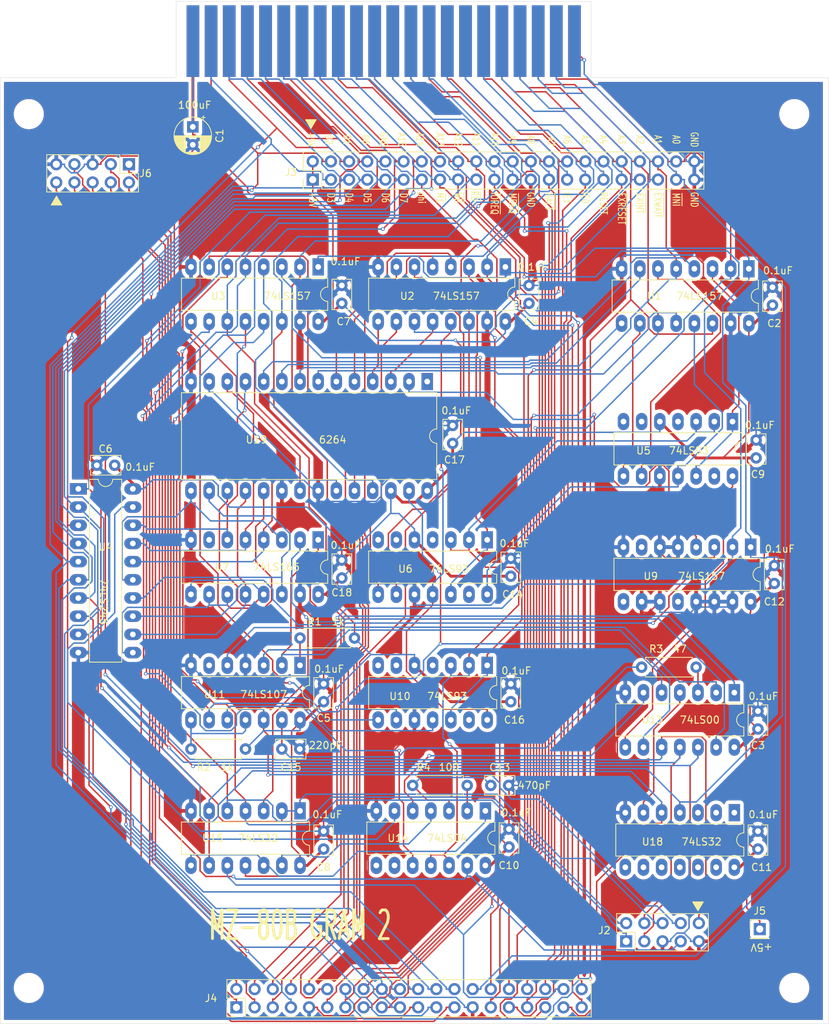
<source format=kicad_pcb>
(kicad_pcb (version 20171130) (host pcbnew "(5.1.9)-1")
  (layers (0 F.Cu signal) (31 B.Cu signal) (34 B.Paste user) (35 F.Paste user) (36 B.SilkS user) (37 F.SilkS user) (38 B.Mask user) (39 F.Mask user) (44 Edge.Cuts user))
  (net 0 "")
  (net 1 +5V)
  (net 2 GND)
  (net 3 /D2)
  (net 4 /D1)
  (net 5 /D0)
  (net 6 /A7)
  (net 7 /A6)
  (net 8 /A5)
  (net 9 /A4)
  (net 10 /A3)
  (net 11 /A2)
  (net 12 /A1)
  (net 13 /A0)
  (net 14 /D3)
  (net 15 /D4)
  (net 16 /D5)
  (net 17 /D6)
  (net 18 /D7)
  (net 19 /~WR)
  (net 20 /~RD)
  (net 21 "Net-(U1-Pad12)")
  (net 22 "Net-(U1-Pad4)")
  (net 23 "Net-(U11-Pad3)")
  (net 24 "Net-(U10-Pad2)")
  (net 25 "Net-(U1-Pad9)")
  (net 26 "Net-(C13-Pad1)")
  (net 27 "Net-(C15-Pad1)")
  (net 28 /A12)
  (net 29 /A11)
  (net 30 /A10)
  (net 31 /A9)
  (net 32 /A8)
  (net 33 /GI)
  (net 34 /~CSED)
  (net 35 /GO)
  (net 36 /~GOUT2)
  (net 37 /8M)
  (net 38 /~VBLK)
  (net 39 /1M)
  (net 40 /~HBLK)
  (net 41 "Net-(R1-Pad2)")
  (net 42 "Net-(R2-Pad2)")
  (net 43 "Net-(R3-Pad1)")
  (net 44 "Net-(R4-Pad2)")
  (net 45 "Net-(U1-Pad1)")
  (net 46 /G1)
  (net 47 /G3)
  (net 48 /G0)
  (net 49 /G2)
  (net 50 "Net-(U1-Pad7)")
  (net 51 "Net-(U19-Pad4)")
  (net 52 /G6)
  (net 53 /G4)
  (net 54 "Net-(U19-Pad6)")
  (net 55 "Net-(U19-Pad3)")
  (net 56 /G7)
  (net 57 /G5)
  (net 58 "Net-(U19-Pad5)")
  (net 59 "Net-(U19-Pad24)")
  (net 60 /G9)
  (net 61 /G11)
  (net 62 "Net-(U19-Pad23)")
  (net 63 "Net-(U19-Pad25)")
  (net 64 /G8)
  (net 65 /G10)
  (net 66 "Net-(U19-Pad21)")
  (net 67 "Net-(U19-Pad19)")
  (net 68 "Net-(U19-Pad18)")
  (net 69 "Net-(U19-Pad17)")
  (net 70 "Net-(U19-Pad16)")
  (net 71 "Net-(U19-Pad15)")
  (net 72 "Net-(U19-Pad13)")
  (net 73 "Net-(U19-Pad12)")
  (net 74 "Net-(U19-Pad11)")
  (net 75 "Net-(U14-Pad6)")
  (net 76 "Net-(U13-Pad8)")
  (net 77 "Net-(U11-Pad2)")
  (net 78 "Net-(U13-Pad13)")
  (net 79 "Net-(U13-Pad1)")
  (net 80 "Net-(U19-Pad2)")
  (net 81 /G12)
  (net 82 "Net-(U11-Pad10)")
  (net 83 "Net-(U13-Pad6)")
  (net 84 "Net-(U13-Pad5)")
  (net 85 "Net-(U13-Pad4)")
  (net 86 "Net-(U14-Pad4)")
  (net 87 "Net-(U14-Pad1)")
  (net 88 /A15)
  (net 89 /A14)
  (net 90 /A13)
  (net 91 /phi)
  (net 92 /~M1)
  (net 93 /~IOREQ)
  (net 94 /~MREQ)
  (net 95 /~HALT)
  (net 96 /IE1)
  (net 97 /IE0)
  (net 98 /RESET)
  (net 99 /~EXRESET)
  (net 100 /~EXINT)
  (net 101 /~EXWAIT)
  (net 102 /~MNI)
  (module MountingHole:MountingHole_3.2mm_M3 (layer F.Cu) (at 38.236 70.926)
    (fp_text reference MH4 hide)
    (fp_text value MountingHole_3.2mm_M3)
    (pad 1 np_thru_hole circle (at 0 0) (size 3.2 3.2) (drill 3.2) (layers *.Cu *.Mask))
  )
  (module MountingHole:MountingHole_3.2mm_M3 (layer F.Cu) (at 145.236 70.926)
    (fp_text reference MH3 hide)
    (fp_text value MountingHole_3.2mm_M3)
    (pad 1 np_thru_hole circle (at 0 0) (size 3.2 3.2) (drill 3.2) (layers *.Cu *.Mask))
  )
  (module MountingHole:MountingHole_3.2mm_M3 (layer F.Cu) (at 145.236 192.926)
    (fp_text reference MH2 hide)
    (fp_text value MountingHole_3.2mm_M3)
    (pad 1 np_thru_hole circle (at 0 0) (size 3.2 3.2) (drill 3.2) (layers *.Cu *.Mask))
  )
  (module MountingHole:MountingHole_3.2mm_M3 (layer F.Cu) (at 38.236 192.926)
    (fp_text reference MH1 hide)
    (fp_text value MountingHole_3.2mm_M3)
    (pad 1 np_thru_hole circle (at 0 0) (size 3.2 3.2) (drill 3.2) (layers *.Cu *.Mask))
  )
  (module mz-2000:BUS_MZ2000 (layer F.Cu) (at 137.376 62)
    (fp_text reference J1 hide)
    (fp_text value Conn_02x22_Row_Letter_First)
    (pad a1 connect rect (at -76.2 -1.27) (size 1.78 10) (layers F.Cu F.Mask) (net 1 +5V))
    (pad a2 connect rect (at -73.66 -1.27) (size 1.78 10) (layers F.Cu F.Mask) (net 3 /D2))
    (pad a3 connect rect (at -71.12 -1.27) (size 1.78 10) (layers F.Cu F.Mask) (net 4 /D1))
    (pad a4 connect rect (at -68.58 -1.27) (size 1.78 10) (layers F.Cu F.Mask) (net 5 /D0))
    (pad a5 connect rect (at -66.04 -1.27) (size 1.78 10) (layers F.Cu F.Mask) (net 2 GND))
    (pad a6 connect rect (at -63.5 -1.27) (size 1.78 10) (layers F.Cu F.Mask) (net 88 /A15))
    (pad a7 connect rect (at -60.96 -1.27) (size 1.78 10) (layers F.Cu F.Mask) (net 89 /A14))
    (pad a8 connect rect (at -58.42 -1.27) (size 1.78 10) (layers F.Cu F.Mask) (net 90 /A13))
    (pad a9 connect rect (at -55.88 -1.27) (size 1.78 10) (layers F.Cu F.Mask) (net 28 /A12))
    (pad a10 connect rect (at -53.34 -1.27) (size 1.78 10) (layers F.Cu F.Mask) (net 29 /A11))
    (pad a11 connect rect (at -50.8 -1.27) (size 1.78 10) (layers F.Cu F.Mask) (net 30 /A10))
    (pad a12 connect rect (at -48.26 -1.27) (size 1.78 10) (layers F.Cu F.Mask) (net 31 /A9))
    (pad a13 connect rect (at -45.72 -1.27) (size 1.78 10) (layers F.Cu F.Mask) (net 32 /A8))
    (pad a14 connect rect (at -43.18 -1.27) (size 1.78 10) (layers F.Cu F.Mask) (net 6 /A7))
    (pad a15 connect rect (at -40.64 -1.27) (size 1.78 10) (layers F.Cu F.Mask) (net 7 /A6))
    (pad a16 connect rect (at -38.1 -1.27) (size 1.78 10) (layers F.Cu F.Mask) (net 8 /A5))
    (pad a17 connect rect (at -35.56 -1.27) (size 1.78 10) (layers F.Cu F.Mask) (net 9 /A4))
    (pad a18 connect rect (at -33.02 -1.27) (size 1.78 10) (layers F.Cu F.Mask) (net 10 /A3))
    (pad a19 connect rect (at -30.48 -1.27) (size 1.78 10) (layers F.Cu F.Mask) (net 11 /A2))
    (pad a20 connect rect (at -27.94 -1.27) (size 1.78 10) (layers F.Cu F.Mask) (net 12 /A1))
    (pad a21 connect rect (at -25.4 -1.27) (size 1.78 10) (layers F.Cu F.Mask) (net 13 /A0))
    (pad a22 connect rect (at -22.86 -1.27) (size 1.78 10) (layers F.Cu F.Mask) (net 2 GND))
    (pad b1 connect rect (at -76.2 -1.27) (size 1.78 10) (layers B.Cu B.Mask) (net 1 +5V))
    (pad b2 connect rect (at -73.66 -1.27) (size 1.78 10) (layers B.Cu B.Mask) (net 14 /D3))
    (pad b3 connect rect (at -71.12 -1.27) (size 1.78 10) (layers B.Cu B.Mask) (net 15 /D4))
    (pad b4 connect rect (at -68.58 -1.27) (size 1.78 10) (layers B.Cu B.Mask) (net 16 /D5))
    (pad b5 connect rect (at -66.04 -1.27) (size 1.78 10) (layers B.Cu B.Mask) (net 17 /D6))
    (pad b6 connect rect (at -63.5 -1.27) (size 1.78 10) (layers B.Cu B.Mask) (net 18 /D7))
    (pad b7 connect rect (at -60.96 -1.27) (size 1.78 10) (layers B.Cu B.Mask) (net 91 /phi))
    (pad b8 connect rect (at -58.42 -1.27) (size 1.78 10) (layers B.Cu B.Mask) (net 92 /~M1))
    (pad b9 connect rect (at -55.88 -1.27) (size 1.78 10) (layers B.Cu B.Mask) (net 19 /~WR))
    (pad b10 connect rect (at -53.34 -1.27) (size 1.78 10) (layers B.Cu B.Mask) (net 20 /~RD))
    (pad b11 connect rect (at -50.8 -1.27) (size 1.78 10) (layers B.Cu B.Mask) (net 93 /~IOREQ))
    (pad b12 connect rect (at -48.26 -1.27) (size 1.78 10) (layers B.Cu B.Mask) (net 94 /~MREQ))
    (pad b13 connect rect (at -45.72 -1.27) (size 1.78 10) (layers B.Cu B.Mask) (net 2 GND))
    (pad b14 connect rect (at -43.18 -1.27) (size 1.78 10) (layers B.Cu B.Mask) (net 95 /~HALT))
    (pad b15 connect rect (at -40.64 -1.27) (size 1.78 10) (layers B.Cu B.Mask) (net 96 /IE1))
    (pad b16 connect rect (at -38.1 -1.27) (size 1.78 10) (layers B.Cu B.Mask) (net 97 /IE0))
    (pad b17 connect rect (at -35.56 -1.27) (size 1.78 10) (layers B.Cu B.Mask) (net 98 /RESET))
    (pad b18 connect rect (at -33.02 -1.27) (size 1.78 10) (layers B.Cu B.Mask) (net 99 /~EXRESET))
    (pad b19 connect rect (at -30.48 -1.27) (size 1.78 10) (layers B.Cu B.Mask) (net 100 /~EXINT))
    (pad b20 connect rect (at -27.94 -1.27) (size 1.78 10) (layers B.Cu B.Mask) (net 101 /~EXWAIT))
    (pad b21 connect rect (at -25.4 -1.27) (size 1.78 10) (layers B.Cu B.Mask) (net 102 /~MNI))
    (pad b22 connect rect (at -22.86 -1.27) (size 1.78 10) (layers B.Cu B.Mask) (net 2 GND))
  )
  (module Capacitor_THT:C_Rect_L4.0mm_W2.5mm_P2.50mm (layer F.Cu) (at 142.186 97.596 90)
    (fp_text reference C2 (at -2.54 0.254) (layer F.SilkS))
    (fp_text value 0.1uF)
    (pad 2 thru_hole circle (at 2.5 0 90) (size 1.6 1.6) (drill 0.8) (layers *.Cu *.Mask) (net 2 GND))
    (pad 1 thru_hole circle (at 0 0 90) (size 1.6 1.6) (drill 0.8) (layers *.Cu *.Mask) (net 1 +5V))
  )
  (module Capacitor_THT:C_Rect_L4.0mm_W2.5mm_P2.50mm (layer F.Cu) (at 140.154 156.778 90)
    (fp_text reference C3 (at -2.286 0) (layer F.SilkS))
    (fp_text value 0.1uF)
    (pad 2 thru_hole circle (at 2.5 0 90) (size 1.6 1.6) (drill 0.8) (layers *.Cu *.Mask) (net 2 GND))
    (pad 1 thru_hole circle (at 0 0 90) (size 1.6 1.6) (drill 0.8) (layers *.Cu *.Mask) (net 1 +5V))
  )
  (module Capacitor_THT:C_Rect_L4.0mm_W2.5mm_P2.50mm (layer F.Cu) (at 108.15 97.342 90)
    (fp_text reference C4 (at -2.54 0.254) (layer F.SilkS))
    (fp_text value 0.1uF)
    (pad 1 thru_hole circle (at 0 0 90) (size 1.6 1.6) (drill 0.8) (layers *.Cu *.Mask) (net 1 +5V))
    (pad 2 thru_hole circle (at 2.5 0 90) (size 1.6 1.6) (drill 0.8) (layers *.Cu *.Mask) (net 2 GND))
  )
  (module Capacitor_THT:C_Rect_L4.0mm_W2.5mm_P2.50mm (layer F.Cu) (at 79.448 152.968 90)
    (fp_text reference C5 (at -2.286 0) (layer F.SilkS))
    (fp_text value 0.1uF)
    (pad 2 thru_hole circle (at 2.5 0 90) (size 1.6 1.6) (drill 0.8) (layers *.Cu *.Mask) (net 2 GND))
    (pad 1 thru_hole circle (at 0 0 90) (size 1.6 1.6) (drill 0.8) (layers *.Cu *.Mask) (net 1 +5V))
  )
  (module Capacitor_THT:C_Rect_L4.0mm_W2.5mm_P2.50mm (layer F.Cu) (at 50.238 119.948 180)
    (fp_text reference C6 (at 1.27 2.286) (layer F.SilkS))
    (fp_text value 0.1uF)
    (pad 2 thru_hole circle (at 2.5 0 180) (size 1.6 1.6) (drill 0.8) (layers *.Cu *.Mask) (net 2 GND))
    (pad 1 thru_hole circle (at 0 0 180) (size 1.6 1.6) (drill 0.8) (layers *.Cu *.Mask) (net 1 +5V))
  )
  (module Capacitor_THT:C_Rect_L4.0mm_W2.5mm_P2.50mm (layer F.Cu) (at 81.988 97.342 90)
    (fp_text reference C7 (at -2.54 0.254) (layer F.SilkS))
    (fp_text value 0.1uF)
    (pad 2 thru_hole circle (at 2.5 0 90) (size 1.6 1.6) (drill 0.8) (layers *.Cu *.Mask) (net 2 GND))
    (pad 1 thru_hole circle (at 0 0 90) (size 1.6 1.6) (drill 0.8) (layers *.Cu *.Mask) (net 1 +5V))
  )
  (module Capacitor_THT:C_Rect_L4.0mm_W2.5mm_P2.50mm (layer F.Cu) (at 79.448 173.542 90)
    (fp_text reference C8 (at -2.54 0) (layer F.SilkS))
    (fp_text value 0.1uF)
    (pad 1 thru_hole circle (at 0 0 90) (size 1.6 1.6) (drill 0.8) (layers *.Cu *.Mask) (net 1 +5V))
    (pad 2 thru_hole circle (at 2.5 0 90) (size 1.6 1.6) (drill 0.8) (layers *.Cu *.Mask) (net 2 GND))
  )
  (module Capacitor_THT:C_Rect_L4.0mm_W2.5mm_P2.50mm (layer F.Cu) (at 139.9 118.932 90)
    (fp_text reference C9 (at -2.286 0.254) (layer F.SilkS))
    (fp_text value 0.1uF)
    (pad 1 thru_hole circle (at 0 0 90) (size 1.6 1.6) (drill 0.8) (layers *.Cu *.Mask) (net 1 +5V))
    (pad 2 thru_hole circle (at 2.5 0 90) (size 1.6 1.6) (drill 0.8) (layers *.Cu *.Mask) (net 2 GND))
  )
  (module Capacitor_THT:C_Rect_L4.0mm_W2.5mm_P2.50mm (layer F.Cu) (at 105.356 173.248 90)
    (fp_text reference C10 (at -2.58 0) (layer F.SilkS))
    (fp_text value 0.1uF)
    (pad 2 thru_hole circle (at 2.5 0 90) (size 1.6 1.6) (drill 0.8) (layers *.Cu *.Mask) (net 2 GND))
    (pad 1 thru_hole circle (at 0 0 90) (size 1.6 1.6) (drill 0.8) (layers *.Cu *.Mask) (net 1 +5V))
  )
  (module Capacitor_THT:C_Rect_L4.0mm_W2.5mm_P2.50mm (layer F.Cu) (at 140.154 173.542 90)
    (fp_text reference C11 (at -2.54 0.508) (layer F.SilkS))
    (fp_text value 0.1uF)
    (pad 1 thru_hole circle (at 0 0 90) (size 1.6 1.6) (drill 0.8) (layers *.Cu *.Mask) (net 1 +5V))
    (pad 2 thru_hole circle (at 2.5 0 90) (size 1.6 1.6) (drill 0.8) (layers *.Cu *.Mask) (net 2 GND))
  )
  (module Capacitor_THT:C_Rect_L4.0mm_W2.5mm_P2.50mm (layer F.Cu) (at 142.44 136.458 90)
    (fp_text reference C12 (at -2.54 0) (layer F.SilkS))
    (fp_text value 0.1uF)
    (pad 1 thru_hole circle (at 0 0 90) (size 1.6 1.6) (drill 0.8) (layers *.Cu *.Mask) (net 1 +5V))
    (pad 2 thru_hole circle (at 2.5 0 90) (size 1.6 1.6) (drill 0.8) (layers *.Cu *.Mask) (net 2 GND))
  )
  (module Capacitor_THT:C_Rect_L4.0mm_W2.5mm_P2.50mm (layer F.Cu) (at 102.816 164.652)
    (fp_text reference C13 (at 1.25 -2.5) (layer F.SilkS))
    (fp_text value 470pF)
    (pad 1 thru_hole circle (at 0 0) (size 1.6 1.6) (drill 0.8) (layers *.Cu *.Mask) (net 26 "Net-(C13-Pad1)"))
    (pad 2 thru_hole circle (at 2.5 0) (size 1.6 1.6) (drill 0.8) (layers *.Cu *.Mask) (net 2 GND))
  )
  (module Capacitor_THT:C_Rect_L4.0mm_W2.5mm_P2.50mm (layer F.Cu) (at 105.61 135.442 90)
    (fp_text reference C14 (at -2.54 0.254) (layer F.SilkS))
    (fp_text value 0.1uF)
    (pad 2 thru_hole circle (at 2.5 0 90) (size 1.6 1.6) (drill 0.8) (layers *.Cu *.Mask) (net 2 GND))
    (pad 1 thru_hole circle (at 0 0 90) (size 1.6 1.6) (drill 0.8) (layers *.Cu *.Mask) (net 1 +5V))
  )
  (module Capacitor_THT:C_Rect_L4.0mm_W2.5mm_P2.50mm (layer F.Cu) (at 73.606 159.572)
    (fp_text reference C15 (at 1.27 2.54) (layer F.SilkS))
    (fp_text value 220pF)
    (pad 1 thru_hole circle (at 0 0) (size 1.6 1.6) (drill 0.8) (layers *.Cu *.Mask) (net 27 "Net-(C15-Pad1)"))
    (pad 2 thru_hole circle (at 2.5 0) (size 1.6 1.6) (drill 0.8) (layers *.Cu *.Mask) (net 2 GND))
  )
  (module Capacitor_THT:C_Rect_L4.0mm_W2.5mm_P2.50mm (layer F.Cu) (at 105.61 152.968 90)
    (fp_text reference C16 (at -2.54 0.508) (layer F.SilkS))
    (fp_text value 0.1uF)
    (pad 1 thru_hole circle (at 0 0 90) (size 1.6 1.6) (drill 0.8) (layers *.Cu *.Mask) (net 1 +5V))
    (pad 2 thru_hole circle (at 2.5 0 90) (size 1.6 1.6) (drill 0.8) (layers *.Cu *.Mask) (net 2 GND))
  )
  (module Capacitor_THT:C_Rect_L4.0mm_W2.5mm_P2.50mm (layer F.Cu) (at 97.482 116.9 90)
    (fp_text reference C17 (at -2.286 0.254) (layer F.SilkS))
    (fp_text value 0.1uF)
    (pad 2 thru_hole circle (at 2.5 0 90) (size 1.6 1.6) (drill 0.8) (layers *.Cu *.Mask) (net 2 GND))
    (pad 1 thru_hole circle (at 0 0 90) (size 1.6 1.6) (drill 0.8) (layers *.Cu *.Mask) (net 1 +5V))
  )
  (module Capacitor_THT:C_Rect_L4.0mm_W2.5mm_P2.50mm (layer F.Cu) (at 81.988 135.696 90)
    (fp_text reference C18 (at -2.032 0) (layer F.SilkS))
    (fp_text value 0.1uF)
    (pad 1 thru_hole circle (at 0 0 90) (size 1.6 1.6) (drill 0.8) (layers *.Cu *.Mask) (net 1 +5V))
    (pad 2 thru_hole circle (at 2.5 0 90) (size 1.6 1.6) (drill 0.8) (layers *.Cu *.Mask) (net 2 GND))
  )
  (module Connector_PinHeader_2.54mm:PinHeader_2x05_P2.54mm_Vertical (layer F.Cu) (at 121.736 186.426 90)
    (fp_text reference J2 (at 1.524 -3.048) (layer F.SilkS))
    (fp_text value Conn_02x05_Odd_Even)
    (pad 10 thru_hole oval (at 2.54 10.16 90) (size 1.7 1.7) (drill 1) (layers *.Cu *.Mask) (net 40 /~HBLK))
    (pad 9 thru_hole oval (at 0 10.16 90) (size 1.7 1.7) (drill 1) (layers *.Cu *.Mask) (net 2 GND))
    (pad 8 thru_hole oval (at 2.54 7.62 90) (size 1.7 1.7) (drill 1) (layers *.Cu *.Mask) (net 39 /1M))
    (pad 7 thru_hole oval (at 0 7.62 90) (size 1.7 1.7) (drill 1) (layers *.Cu *.Mask) (net 38 /~VBLK))
    (pad 6 thru_hole oval (at 2.54 5.08 90) (size 1.7 1.7) (drill 1) (layers *.Cu *.Mask) (net 37 /8M))
    (pad 5 thru_hole oval (at 0 5.08 90) (size 1.7 1.7) (drill 1) (layers *.Cu *.Mask) (net 2 GND))
    (pad 4 thru_hole oval (at 2.54 2.54 90) (size 1.7 1.7) (drill 1) (layers *.Cu *.Mask) (net 36 /~GOUT2))
    (pad 3 thru_hole oval (at 0 2.54 90) (size 1.7 1.7) (drill 1) (layers *.Cu *.Mask) (net 35 /GO))
    (pad 2 thru_hole oval (at 2.54 0 90) (size 1.7 1.7) (drill 1) (layers *.Cu *.Mask) (net 34 /~CSED))
    (pad 1 thru_hole rect (at 0 0 90) (size 1.7 1.7) (drill 1) (layers *.Cu *.Mask) (net 33 /GI))
  )
  (module Resistor_THT:R_Axial_DIN0207_L6.3mm_D2.5mm_P7.62mm_Horizontal (layer F.Cu) (at 83.766 144.078 180)
    (fp_text reference R1 (at 5.588 2.286) (layer F.SilkS))
    (fp_text value 1k)
    (pad 1 thru_hole circle (at 0 0 180) (size 1.6 1.6) (drill 0.8) (layers *.Cu *.Mask) (net 1 +5V))
    (pad 2 thru_hole oval (at 7.62 0 180) (size 1.6 1.6) (drill 0.8) (layers *.Cu *.Mask) (net 41 "Net-(R1-Pad2)"))
  )
  (module Resistor_THT:R_Axial_DIN0207_L6.3mm_D2.5mm_P7.62mm_Horizontal (layer F.Cu) (at 68.526 159.572 180)
    (fp_text reference R2 (at 5.842 -2.54) (layer F.SilkS))
    (fp_text value 1k)
    (pad 2 thru_hole oval (at 7.62 0 180) (size 1.6 1.6) (drill 0.8) (layers *.Cu *.Mask) (net 42 "Net-(R2-Pad2)"))
    (pad 1 thru_hole circle (at 0 0 180) (size 1.6 1.6) (drill 0.8) (layers *.Cu *.Mask) (net 1 +5V))
  )
  (module Resistor_THT:R_Axial_DIN0207_L6.3mm_D2.5mm_P7.62mm_Horizontal (layer F.Cu) (at 131.518 148.142 180)
    (fp_text reference R3 (at 5.588 2.54) (layer F.SilkS))
    (fp_text value 47)
    (pad 2 thru_hole oval (at 7.62 0 180) (size 1.6 1.6) (drill 0.8) (layers *.Cu *.Mask) (net 27 "Net-(C15-Pad1)"))
    (pad 1 thru_hole circle (at 0 0 180) (size 1.6 1.6) (drill 0.8) (layers *.Cu *.Mask) (net 43 "Net-(R3-Pad1)"))
  )
  (module Resistor_THT:R_Axial_DIN0207_L6.3mm_D2.5mm_P7.62mm_Horizontal (layer F.Cu) (at 91.894 164.652)
    (fp_text reference R4 (at 1.524 -2.54) (layer F.SilkS))
    (fp_text value 100)
    (pad 1 thru_hole circle (at 0 0) (size 1.6 1.6) (drill 0.8) (layers *.Cu *.Mask) (net 26 "Net-(C13-Pad1)"))
    (pad 2 thru_hole oval (at 7.62 0) (size 1.6 1.6) (drill 0.8) (layers *.Cu *.Mask) (net 44 "Net-(R4-Pad2)"))
  )
  (module Package_DIP:DIP-16_W7.62mm_LongPads (layer F.Cu) (at 138.884 92.516 270)
    (fp_text reference U1 (at 3.81 13.208) (layer F.SilkS))
    (fp_text value 74LS157)
    (pad 1 thru_hole rect (at 0 0 270) (size 2.4 1.6) (drill 0.8) (layers *.Cu *.Mask) (net 45 "Net-(U1-Pad1)"))
    (pad 9 thru_hole oval (at 7.62 17.78 270) (size 2.4 1.6) (drill 0.8) (layers *.Cu *.Mask) (net 25 "Net-(U1-Pad9)"))
    (pad 2 thru_hole oval (at 0 2.54 270) (size 2.4 1.6) (drill 0.8) (layers *.Cu *.Mask) (net 13 /A0))
    (pad 10 thru_hole oval (at 7.62 15.24 270) (size 2.4 1.6) (drill 0.8) (layers *.Cu *.Mask) (net 49 /G2))
    (pad 3 thru_hole oval (at 0 5.08 270) (size 2.4 1.6) (drill 0.8) (layers *.Cu *.Mask) (net 48 /G0))
    (pad 11 thru_hole oval (at 7.62 12.7 270) (size 2.4 1.6) (drill 0.8) (layers *.Cu *.Mask) (net 11 /A2))
    (pad 4 thru_hole oval (at 0 7.62 270) (size 2.4 1.6) (drill 0.8) (layers *.Cu *.Mask) (net 22 "Net-(U1-Pad4)"))
    (pad 12 thru_hole oval (at 7.62 10.16 270) (size 2.4 1.6) (drill 0.8) (layers *.Cu *.Mask) (net 21 "Net-(U1-Pad12)"))
    (pad 5 thru_hole oval (at 0 10.16 270) (size 2.4 1.6) (drill 0.8) (layers *.Cu *.Mask) (net 12 /A1))
    (pad 13 thru_hole oval (at 7.62 7.62 270) (size 2.4 1.6) (drill 0.8) (layers *.Cu *.Mask) (net 47 /G3))
    (pad 6 thru_hole oval (at 0 12.7 270) (size 2.4 1.6) (drill 0.8) (layers *.Cu *.Mask) (net 46 /G1))
    (pad 14 thru_hole oval (at 7.62 5.08 270) (size 2.4 1.6) (drill 0.8) (layers *.Cu *.Mask) (net 10 /A3))
    (pad 7 thru_hole oval (at 0 15.24 270) (size 2.4 1.6) (drill 0.8) (layers *.Cu *.Mask) (net 50 "Net-(U1-Pad7)"))
    (pad 15 thru_hole oval (at 7.62 2.54 270) (size 2.4 1.6) (drill 0.8) (layers *.Cu *.Mask) (net 2 GND))
    (pad 8 thru_hole oval (at 0 17.78 270) (size 2.4 1.6) (drill 0.8) (layers *.Cu *.Mask) (net 2 GND))
    (pad 16 thru_hole oval (at 7.62 0 270) (size 2.4 1.6) (drill 0.8) (layers *.Cu *.Mask) (net 1 +5V))
  )
  (module Package_DIP:DIP-16_W7.62mm_LongPads (layer F.Cu) (at 104.848 92.262 270)
    (fp_text reference U2 (at 4.064 13.716) (layer F.SilkS))
    (fp_text value 74LS157)
    (pad 16 thru_hole oval (at 7.62 0 270) (size 2.4 1.6) (drill 0.8) (layers *.Cu *.Mask) (net 1 +5V))
    (pad 8 thru_hole oval (at 0 17.78 270) (size 2.4 1.6) (drill 0.8) (layers *.Cu *.Mask) (net 2 GND))
    (pad 15 thru_hole oval (at 7.62 2.54 270) (size 2.4 1.6) (drill 0.8) (layers *.Cu *.Mask) (net 2 GND))
    (pad 7 thru_hole oval (at 0 15.24 270) (size 2.4 1.6) (drill 0.8) (layers *.Cu *.Mask) (net 58 "Net-(U19-Pad5)"))
    (pad 14 thru_hole oval (at 7.62 5.08 270) (size 2.4 1.6) (drill 0.8) (layers *.Cu *.Mask) (net 6 /A7))
    (pad 6 thru_hole oval (at 0 12.7 270) (size 2.4 1.6) (drill 0.8) (layers *.Cu *.Mask) (net 57 /G5))
    (pad 13 thru_hole oval (at 7.62 7.62 270) (size 2.4 1.6) (drill 0.8) (layers *.Cu *.Mask) (net 56 /G7))
    (pad 5 thru_hole oval (at 0 10.16 270) (size 2.4 1.6) (drill 0.8) (layers *.Cu *.Mask) (net 8 /A5))
    (pad 12 thru_hole oval (at 7.62 10.16 270) (size 2.4 1.6) (drill 0.8) (layers *.Cu *.Mask) (net 55 "Net-(U19-Pad3)"))
    (pad 4 thru_hole oval (at 0 7.62 270) (size 2.4 1.6) (drill 0.8) (layers *.Cu *.Mask) (net 54 "Net-(U19-Pad6)"))
    (pad 11 thru_hole oval (at 7.62 12.7 270) (size 2.4 1.6) (drill 0.8) (layers *.Cu *.Mask) (net 7 /A6))
    (pad 3 thru_hole oval (at 0 5.08 270) (size 2.4 1.6) (drill 0.8) (layers *.Cu *.Mask) (net 53 /G4))
    (pad 10 thru_hole oval (at 7.62 15.24 270) (size 2.4 1.6) (drill 0.8) (layers *.Cu *.Mask) (net 52 /G6))
    (pad 2 thru_hole oval (at 0 2.54 270) (size 2.4 1.6) (drill 0.8) (layers *.Cu *.Mask) (net 9 /A4))
    (pad 9 thru_hole oval (at 7.62 17.78 270) (size 2.4 1.6) (drill 0.8) (layers *.Cu *.Mask) (net 51 "Net-(U19-Pad4)"))
    (pad 1 thru_hole rect (at 0 0 270) (size 2.4 1.6) (drill 0.8) (layers *.Cu *.Mask) (net 45 "Net-(U1-Pad1)"))
  )
  (module Package_DIP:DIP-16_W7.62mm_LongPads (layer F.Cu) (at 78.686 92.262 270)
    (fp_text reference U3 (at 4.064 13.97) (layer F.SilkS))
    (fp_text value 74LS157)
    (pad 1 thru_hole rect (at 0 0 270) (size 2.4 1.6) (drill 0.8) (layers *.Cu *.Mask) (net 45 "Net-(U1-Pad1)"))
    (pad 9 thru_hole oval (at 7.62 17.78 270) (size 2.4 1.6) (drill 0.8) (layers *.Cu *.Mask) (net 66 "Net-(U19-Pad21)"))
    (pad 2 thru_hole oval (at 0 2.54 270) (size 2.4 1.6) (drill 0.8) (layers *.Cu *.Mask) (net 32 /A8))
    (pad 10 thru_hole oval (at 7.62 15.24 270) (size 2.4 1.6) (drill 0.8) (layers *.Cu *.Mask) (net 65 /G10))
    (pad 3 thru_hole oval (at 0 5.08 270) (size 2.4 1.6) (drill 0.8) (layers *.Cu *.Mask) (net 64 /G8))
    (pad 11 thru_hole oval (at 7.62 12.7 270) (size 2.4 1.6) (drill 0.8) (layers *.Cu *.Mask) (net 30 /A10))
    (pad 4 thru_hole oval (at 0 7.62 270) (size 2.4 1.6) (drill 0.8) (layers *.Cu *.Mask) (net 63 "Net-(U19-Pad25)"))
    (pad 12 thru_hole oval (at 7.62 10.16 270) (size 2.4 1.6) (drill 0.8) (layers *.Cu *.Mask) (net 62 "Net-(U19-Pad23)"))
    (pad 5 thru_hole oval (at 0 10.16 270) (size 2.4 1.6) (drill 0.8) (layers *.Cu *.Mask) (net 31 /A9))
    (pad 13 thru_hole oval (at 7.62 7.62 270) (size 2.4 1.6) (drill 0.8) (layers *.Cu *.Mask) (net 61 /G11))
    (pad 6 thru_hole oval (at 0 12.7 270) (size 2.4 1.6) (drill 0.8) (layers *.Cu *.Mask) (net 60 /G9))
    (pad 14 thru_hole oval (at 7.62 5.08 270) (size 2.4 1.6) (drill 0.8) (layers *.Cu *.Mask) (net 29 /A11))
    (pad 7 thru_hole oval (at 0 15.24 270) (size 2.4 1.6) (drill 0.8) (layers *.Cu *.Mask) (net 59 "Net-(U19-Pad24)"))
    (pad 15 thru_hole oval (at 7.62 2.54 270) (size 2.4 1.6) (drill 0.8) (layers *.Cu *.Mask) (net 2 GND))
    (pad 8 thru_hole oval (at 0 17.78 270) (size 2.4 1.6) (drill 0.8) (layers *.Cu *.Mask) (net 2 GND))
    (pad 16 thru_hole oval (at 7.62 0 270) (size 2.4 1.6) (drill 0.8) (layers *.Cu *.Mask) (net 1 +5V))
  )
  (module Package_DIP:DIP-20_W7.62mm_LongPads (layer F.Cu) (at 45.158 123.25)
    (fp_text reference U4 (at 3.81 8.128) (layer F.SilkS))
    (fp_text value 74LS245)
    (pad 1 thru_hole rect (at 0 0) (size 2.4 1.6) (drill 0.8) (layers *.Cu *.Mask) (net 20 /~RD))
    (pad 11 thru_hole oval (at 7.62 22.86) (size 2.4 1.6) (drill 0.8) (layers *.Cu *.Mask) (net 67 "Net-(U19-Pad19)"))
    (pad 2 thru_hole oval (at 0 2.54) (size 2.4 1.6) (drill 0.8) (layers *.Cu *.Mask) (net 5 /D0))
    (pad 12 thru_hole oval (at 7.62 20.32) (size 2.4 1.6) (drill 0.8) (layers *.Cu *.Mask) (net 68 "Net-(U19-Pad18)"))
    (pad 3 thru_hole oval (at 0 5.08) (size 2.4 1.6) (drill 0.8) (layers *.Cu *.Mask) (net 4 /D1))
    (pad 13 thru_hole oval (at 7.62 17.78) (size 2.4 1.6) (drill 0.8) (layers *.Cu *.Mask) (net 69 "Net-(U19-Pad17)"))
    (pad 4 thru_hole oval (at 0 7.62) (size 2.4 1.6) (drill 0.8) (layers *.Cu *.Mask) (net 3 /D2))
    (pad 14 thru_hole oval (at 7.62 15.24) (size 2.4 1.6) (drill 0.8) (layers *.Cu *.Mask) (net 70 "Net-(U19-Pad16)"))
    (pad 5 thru_hole oval (at 0 10.16) (size 2.4 1.6) (drill 0.8) (layers *.Cu *.Mask) (net 14 /D3))
    (pad 15 thru_hole oval (at 7.62 12.7) (size 2.4 1.6) (drill 0.8) (layers *.Cu *.Mask) (net 71 "Net-(U19-Pad15)"))
    (pad 6 thru_hole oval (at 0 12.7) (size 2.4 1.6) (drill 0.8) (layers *.Cu *.Mask) (net 15 /D4))
    (pad 16 thru_hole oval (at 7.62 10.16) (size 2.4 1.6) (drill 0.8) (layers *.Cu *.Mask) (net 72 "Net-(U19-Pad13)"))
    (pad 7 thru_hole oval (at 0 15.24) (size 2.4 1.6) (drill 0.8) (layers *.Cu *.Mask) (net 16 /D5))
    (pad 17 thru_hole oval (at 7.62 7.62) (size 2.4 1.6) (drill 0.8) (layers *.Cu *.Mask) (net 73 "Net-(U19-Pad12)"))
    (pad 8 thru_hole oval (at 0 17.78) (size 2.4 1.6) (drill 0.8) (layers *.Cu *.Mask) (net 17 /D6))
    (pad 18 thru_hole oval (at 7.62 5.08) (size 2.4 1.6) (drill 0.8) (layers *.Cu *.Mask) (net 74 "Net-(U19-Pad11)"))
    (pad 9 thru_hole oval (at 0 20.32) (size 2.4 1.6) (drill 0.8) (layers *.Cu *.Mask) (net 18 /D7))
    (pad 19 thru_hole oval (at 7.62 2.54) (size 2.4 1.6) (drill 0.8) (layers *.Cu *.Mask) (net 75 "Net-(U14-Pad6)"))
    (pad 10 thru_hole oval (at 0 22.86) (size 2.4 1.6) (drill 0.8) (layers *.Cu *.Mask) (net 2 GND))
    (pad 20 thru_hole oval (at 7.62 0) (size 2.4 1.6) (drill 0.8) (layers *.Cu *.Mask) (net 1 +5V))
  )
  (module Package_DIP:DIP-14_W7.62mm_LongPads (layer F.Cu) (at 136.598 113.852 270)
    (fp_text reference U5 (at 4.064 12.446) (layer F.SilkS))
    (fp_text value 74LS93)
    (pad 14 thru_hole oval (at 7.62 0 270) (size 2.4 1.6) (drill 0.8) (layers *.Cu *.Mask) (net 76 "Net-(U13-Pad8)"))
    (pad 7 thru_hole oval (at 0 15.24 270) (size 2.4 1.6) (drill 0.8) (layers *.Cu *.Mask))
    (pad 13 thru_hole oval (at 7.62 2.54 270) (size 2.4 1.6) (drill 0.8) (layers *.Cu *.Mask))
    (pad 6 thru_hole oval (at 0 12.7 270) (size 2.4 1.6) (drill 0.8) (layers *.Cu *.Mask))
    (pad 12 thru_hole oval (at 7.62 5.08 270) (size 2.4 1.6) (drill 0.8) (layers *.Cu *.Mask) (net 48 /G0))
    (pad 5 thru_hole oval (at 0 10.16 270) (size 2.4 1.6) (drill 0.8) (layers *.Cu *.Mask) (net 1 +5V))
    (pad 11 thru_hole oval (at 7.62 7.62 270) (size 2.4 1.6) (drill 0.8) (layers *.Cu *.Mask) (net 47 /G3))
    (pad 4 thru_hole oval (at 0 7.62 270) (size 2.4 1.6) (drill 0.8) (layers *.Cu *.Mask))
    (pad 10 thru_hole oval (at 7.62 10.16 270) (size 2.4 1.6) (drill 0.8) (layers *.Cu *.Mask) (net 2 GND))
    (pad 3 thru_hole oval (at 0 5.08 270) (size 2.4 1.6) (drill 0.8) (layers *.Cu *.Mask) (net 24 "Net-(U10-Pad2)"))
    (pad 9 thru_hole oval (at 7.62 12.7 270) (size 2.4 1.6) (drill 0.8) (layers *.Cu *.Mask) (net 46 /G1))
    (pad 2 thru_hole oval (at 0 2.54 270) (size 2.4 1.6) (drill 0.8) (layers *.Cu *.Mask) (net 24 "Net-(U10-Pad2)"))
    (pad 8 thru_hole oval (at 7.62 15.24 270) (size 2.4 1.6) (drill 0.8) (layers *.Cu *.Mask) (net 49 /G2))
    (pad 1 thru_hole rect (at 0 0 270) (size 2.4 1.6) (drill 0.8) (layers *.Cu *.Mask) (net 48 /G0))
  )
  (module Package_DIP:DIP-14_W7.62mm_LongPads (layer F.Cu) (at 102.308 130.362 270)
    (fp_text reference U6 (at 4.064 11.43) (layer F.SilkS))
    (fp_text value 74LS93)
    (pad 1 thru_hole rect (at 0 0 270) (size 2.4 1.6) (drill 0.8) (layers *.Cu *.Mask) (net 53 /G4))
    (pad 8 thru_hole oval (at 7.62 15.24 270) (size 2.4 1.6) (drill 0.8) (layers *.Cu *.Mask) (net 52 /G6))
    (pad 2 thru_hole oval (at 0 2.54 270) (size 2.4 1.6) (drill 0.8) (layers *.Cu *.Mask) (net 24 "Net-(U10-Pad2)"))
    (pad 9 thru_hole oval (at 7.62 12.7 270) (size 2.4 1.6) (drill 0.8) (layers *.Cu *.Mask) (net 57 /G5))
    (pad 3 thru_hole oval (at 0 5.08 270) (size 2.4 1.6) (drill 0.8) (layers *.Cu *.Mask) (net 24 "Net-(U10-Pad2)"))
    (pad 10 thru_hole oval (at 7.62 10.16 270) (size 2.4 1.6) (drill 0.8) (layers *.Cu *.Mask) (net 2 GND))
    (pad 4 thru_hole oval (at 0 7.62 270) (size 2.4 1.6) (drill 0.8) (layers *.Cu *.Mask))
    (pad 11 thru_hole oval (at 7.62 7.62 270) (size 2.4 1.6) (drill 0.8) (layers *.Cu *.Mask) (net 56 /G7))
    (pad 5 thru_hole oval (at 0 10.16 270) (size 2.4 1.6) (drill 0.8) (layers *.Cu *.Mask) (net 1 +5V))
    (pad 12 thru_hole oval (at 7.62 5.08 270) (size 2.4 1.6) (drill 0.8) (layers *.Cu *.Mask) (net 53 /G4))
    (pad 6 thru_hole oval (at 0 12.7 270) (size 2.4 1.6) (drill 0.8) (layers *.Cu *.Mask))
    (pad 13 thru_hole oval (at 7.62 2.54 270) (size 2.4 1.6) (drill 0.8) (layers *.Cu *.Mask))
    (pad 7 thru_hole oval (at 0 15.24 270) (size 2.4 1.6) (drill 0.8) (layers *.Cu *.Mask))
    (pad 14 thru_hole oval (at 7.62 0 270) (size 2.4 1.6) (drill 0.8) (layers *.Cu *.Mask) (net 47 /G3))
  )
  (module Package_DIP:DIP-16_W7.62mm_LongPads (layer F.Cu) (at 78.686 130.362 270)
    (fp_text reference U7 (at 3.81 13.462) (layer F.SilkS))
    (fp_text value 74LS165)
    (pad 1 thru_hole rect (at 0 0 270) (size 2.4 1.6) (drill 0.8) (layers *.Cu *.Mask) (net 77 "Net-(U11-Pad2)"))
    (pad 9 thru_hole oval (at 7.62 17.78 270) (size 2.4 1.6) (drill 0.8) (layers *.Cu *.Mask) (net 78 "Net-(U13-Pad13)"))
    (pad 2 thru_hole oval (at 0 2.54 270) (size 2.4 1.6) (drill 0.8) (layers *.Cu *.Mask) (net 79 "Net-(U13-Pad1)"))
    (pad 10 thru_hole oval (at 7.62 15.24 270) (size 2.4 1.6) (drill 0.8) (layers *.Cu *.Mask) (net 67 "Net-(U19-Pad19)"))
    (pad 3 thru_hole oval (at 0 5.08 270) (size 2.4 1.6) (drill 0.8) (layers *.Cu *.Mask) (net 71 "Net-(U19-Pad15)"))
    (pad 11 thru_hole oval (at 7.62 12.7 270) (size 2.4 1.6) (drill 0.8) (layers *.Cu *.Mask) (net 67 "Net-(U19-Pad19)"))
    (pad 4 thru_hole oval (at 0 7.62 270) (size 2.4 1.6) (drill 0.8) (layers *.Cu *.Mask) (net 72 "Net-(U19-Pad13)"))
    (pad 12 thru_hole oval (at 7.62 10.16 270) (size 2.4 1.6) (drill 0.8) (layers *.Cu *.Mask) (net 68 "Net-(U19-Pad18)"))
    (pad 5 thru_hole oval (at 0 10.16 270) (size 2.4 1.6) (drill 0.8) (layers *.Cu *.Mask) (net 73 "Net-(U19-Pad12)"))
    (pad 13 thru_hole oval (at 7.62 7.62 270) (size 2.4 1.6) (drill 0.8) (layers *.Cu *.Mask) (net 69 "Net-(U19-Pad17)"))
    (pad 6 thru_hole oval (at 0 12.7 270) (size 2.4 1.6) (drill 0.8) (layers *.Cu *.Mask) (net 74 "Net-(U19-Pad11)"))
    (pad 14 thru_hole oval (at 7.62 5.08 270) (size 2.4 1.6) (drill 0.8) (layers *.Cu *.Mask) (net 70 "Net-(U19-Pad16)"))
    (pad 7 thru_hole oval (at 0 15.24 270) (size 2.4 1.6) (drill 0.8) (layers *.Cu *.Mask))
    (pad 15 thru_hole oval (at 7.62 2.54 270) (size 2.4 1.6) (drill 0.8) (layers *.Cu *.Mask) (net 2 GND))
    (pad 8 thru_hole oval (at 0 17.78 270) (size 2.4 1.6) (drill 0.8) (layers *.Cu *.Mask) (net 2 GND))
    (pad 16 thru_hole oval (at 7.62 0 270) (size 2.4 1.6) (drill 0.8) (layers *.Cu *.Mask) (net 1 +5V))
  )
  (module Package_DIP:DIP-16_W7.62mm_LongPads (layer F.Cu) (at 139.138 131.378 270)
    (fp_text reference U9 (at 4.064 13.97) (layer F.SilkS))
    (fp_text value 74LS157)
    (pad 16 thru_hole oval (at 7.62 0 270) (size 2.4 1.6) (drill 0.8) (layers *.Cu *.Mask) (net 1 +5V))
    (pad 8 thru_hole oval (at 0 17.78 270) (size 2.4 1.6) (drill 0.8) (layers *.Cu *.Mask) (net 2 GND))
    (pad 15 thru_hole oval (at 7.62 2.54 270) (size 2.4 1.6) (drill 0.8) (layers *.Cu *.Mask) (net 2 GND))
    (pad 7 thru_hole oval (at 0 15.24 270) (size 2.4 1.6) (drill 0.8) (layers *.Cu *.Mask))
    (pad 14 thru_hole oval (at 7.62 5.08 270) (size 2.4 1.6) (drill 0.8) (layers *.Cu *.Mask) (net 2 GND))
    (pad 6 thru_hole oval (at 0 12.7 270) (size 2.4 1.6) (drill 0.8) (layers *.Cu *.Mask) (net 2 GND))
    (pad 13 thru_hole oval (at 7.62 7.62 270) (size 2.4 1.6) (drill 0.8) (layers *.Cu *.Mask) (net 2 GND))
    (pad 5 thru_hole oval (at 0 10.16 270) (size 2.4 1.6) (drill 0.8) (layers *.Cu *.Mask) (net 2 GND))
    (pad 12 thru_hole oval (at 7.62 10.16 270) (size 2.4 1.6) (drill 0.8) (layers *.Cu *.Mask))
    (pad 4 thru_hole oval (at 0 7.62 270) (size 2.4 1.6) (drill 0.8) (layers *.Cu *.Mask) (net 80 "Net-(U19-Pad2)"))
    (pad 11 thru_hole oval (at 7.62 12.7 270) (size 2.4 1.6) (drill 0.8) (layers *.Cu *.Mask) (net 2 GND))
    (pad 3 thru_hole oval (at 0 5.08 270) (size 2.4 1.6) (drill 0.8) (layers *.Cu *.Mask) (net 81 /G12))
    (pad 10 thru_hole oval (at 7.62 15.24 270) (size 2.4 1.6) (drill 0.8) (layers *.Cu *.Mask) (net 2 GND))
    (pad 2 thru_hole oval (at 0 2.54 270) (size 2.4 1.6) (drill 0.8) (layers *.Cu *.Mask) (net 28 /A12))
    (pad 9 thru_hole oval (at 7.62 17.78 270) (size 2.4 1.6) (drill 0.8) (layers *.Cu *.Mask))
    (pad 1 thru_hole rect (at 0 0 270) (size 2.4 1.6) (drill 0.8) (layers *.Cu *.Mask) (net 45 "Net-(U1-Pad1)"))
  )
  (module Package_DIP:DIP-14_W7.62mm_LongPads (layer F.Cu) (at 102.308 147.888 270)
    (fp_text reference U10 (at 4.318 12.192) (layer F.SilkS))
    (fp_text value 74LS93)
    (pad 14 thru_hole oval (at 7.62 0 270) (size 2.4 1.6) (drill 0.8) (layers *.Cu *.Mask) (net 56 /G7))
    (pad 7 thru_hole oval (at 0 15.24 270) (size 2.4 1.6) (drill 0.8) (layers *.Cu *.Mask))
    (pad 13 thru_hole oval (at 7.62 2.54 270) (size 2.4 1.6) (drill 0.8) (layers *.Cu *.Mask))
    (pad 6 thru_hole oval (at 0 12.7 270) (size 2.4 1.6) (drill 0.8) (layers *.Cu *.Mask))
    (pad 12 thru_hole oval (at 7.62 5.08 270) (size 2.4 1.6) (drill 0.8) (layers *.Cu *.Mask) (net 64 /G8))
    (pad 5 thru_hole oval (at 0 10.16 270) (size 2.4 1.6) (drill 0.8) (layers *.Cu *.Mask) (net 1 +5V))
    (pad 11 thru_hole oval (at 7.62 7.62 270) (size 2.4 1.6) (drill 0.8) (layers *.Cu *.Mask) (net 61 /G11))
    (pad 4 thru_hole oval (at 0 7.62 270) (size 2.4 1.6) (drill 0.8) (layers *.Cu *.Mask))
    (pad 10 thru_hole oval (at 7.62 10.16 270) (size 2.4 1.6) (drill 0.8) (layers *.Cu *.Mask) (net 2 GND))
    (pad 3 thru_hole oval (at 0 5.08 270) (size 2.4 1.6) (drill 0.8) (layers *.Cu *.Mask) (net 24 "Net-(U10-Pad2)"))
    (pad 9 thru_hole oval (at 7.62 12.7 270) (size 2.4 1.6) (drill 0.8) (layers *.Cu *.Mask) (net 60 /G9))
    (pad 2 thru_hole oval (at 0 2.54 270) (size 2.4 1.6) (drill 0.8) (layers *.Cu *.Mask) (net 24 "Net-(U10-Pad2)"))
    (pad 8 thru_hole oval (at 7.62 15.24 270) (size 2.4 1.6) (drill 0.8) (layers *.Cu *.Mask) (net 65 /G10))
    (pad 1 thru_hole rect (at 0 0 270) (size 2.4 1.6) (drill 0.8) (layers *.Cu *.Mask) (net 64 /G8))
  )
  (module Package_DIP:DIP-14_W7.62mm_LongPads (layer F.Cu) (at 76.146 147.888 270)
    (fp_text reference U11 (at 4.064 11.938) (layer F.SilkS))
    (fp_text value 74LS107)
    (pad 1 thru_hole rect (at 0 0 270) (size 2.4 1.6) (drill 0.8) (layers *.Cu *.Mask) (net 41 "Net-(R1-Pad2)"))
    (pad 8 thru_hole oval (at 7.62 15.24 270) (size 2.4 1.6) (drill 0.8) (layers *.Cu *.Mask) (net 42 "Net-(R2-Pad2)"))
    (pad 2 thru_hole oval (at 0 2.54 270) (size 2.4 1.6) (drill 0.8) (layers *.Cu *.Mask) (net 77 "Net-(U11-Pad2)"))
    (pad 9 thru_hole oval (at 7.62 12.7 270) (size 2.4 1.6) (drill 0.8) (layers *.Cu *.Mask) (net 61 /G11))
    (pad 3 thru_hole oval (at 0 5.08 270) (size 2.4 1.6) (drill 0.8) (layers *.Cu *.Mask) (net 23 "Net-(U11-Pad3)"))
    (pad 10 thru_hole oval (at 7.62 10.16 270) (size 2.4 1.6) (drill 0.8) (layers *.Cu *.Mask) (net 82 "Net-(U11-Pad10)"))
    (pad 4 thru_hole oval (at 0 7.62 270) (size 2.4 1.6) (drill 0.8) (layers *.Cu *.Mask) (net 2 GND))
    (pad 11 thru_hole oval (at 7.62 7.62 270) (size 2.4 1.6) (drill 0.8) (layers *.Cu *.Mask) (net 42 "Net-(R2-Pad2)"))
    (pad 5 thru_hole oval (at 0 10.16 270) (size 2.4 1.6) (drill 0.8) (layers *.Cu *.Mask) (net 81 /G12))
    (pad 12 thru_hole oval (at 7.62 5.08 270) (size 2.4 1.6) (drill 0.8) (layers *.Cu *.Mask) (net 39 /1M))
    (pad 6 thru_hole oval (at 0 12.7 270) (size 2.4 1.6) (drill 0.8) (layers *.Cu *.Mask))
    (pad 13 thru_hole oval (at 7.62 2.54 270) (size 2.4 1.6) (drill 0.8) (layers *.Cu *.Mask) (net 27 "Net-(C15-Pad1)"))
    (pad 7 thru_hole oval (at 0 15.24 270) (size 2.4 1.6) (drill 0.8) (layers *.Cu *.Mask) (net 2 GND))
    (pad 14 thru_hole oval (at 7.62 0 270) (size 2.4 1.6) (drill 0.8) (layers *.Cu *.Mask) (net 1 +5V))
  )
  (module Package_DIP:DIP-14_W7.62mm_LongPads (layer F.Cu) (at 136.852 151.698 270)
    (fp_text reference U13 (at 3.81 11.43) (layer F.SilkS))
    (fp_text value 74LS00)
    (pad 14 thru_hole oval (at 7.62 0 270) (size 2.4 1.6) (drill 0.8) (layers *.Cu *.Mask) (net 1 +5V))
    (pad 7 thru_hole oval (at 0 15.24 270) (size 2.4 1.6) (drill 0.8) (layers *.Cu *.Mask) (net 2 GND))
    (pad 13 thru_hole oval (at 7.62 2.54 270) (size 2.4 1.6) (drill 0.8) (layers *.Cu *.Mask) (net 78 "Net-(U13-Pad13)"))
    (pad 6 thru_hole oval (at 0 12.7 270) (size 2.4 1.6) (drill 0.8) (layers *.Cu *.Mask) (net 83 "Net-(U13-Pad6)"))
    (pad 12 thru_hole oval (at 7.62 5.08 270) (size 2.4 1.6) (drill 0.8) (layers *.Cu *.Mask) (net 35 /GO))
    (pad 5 thru_hole oval (at 0 10.16 270) (size 2.4 1.6) (drill 0.8) (layers *.Cu *.Mask) (net 84 "Net-(U13-Pad5)"))
    (pad 11 thru_hole oval (at 7.62 7.62 270) (size 2.4 1.6) (drill 0.8) (layers *.Cu *.Mask) (net 36 /~GOUT2))
    (pad 4 thru_hole oval (at 0 7.62 270) (size 2.4 1.6) (drill 0.8) (layers *.Cu *.Mask) (net 85 "Net-(U13-Pad4)"))
    (pad 10 thru_hole oval (at 7.62 10.16 270) (size 2.4 1.6) (drill 0.8) (layers *.Cu *.Mask) (net 40 /~HBLK))
    (pad 3 thru_hole oval (at 0 5.08 270) (size 2.4 1.6) (drill 0.8) (layers *.Cu *.Mask) (net 43 "Net-(R3-Pad1)"))
    (pad 9 thru_hole oval (at 7.62 12.7 270) (size 2.4 1.6) (drill 0.8) (layers *.Cu *.Mask) (net 77 "Net-(U11-Pad2)"))
    (pad 2 thru_hole oval (at 0 2.54 270) (size 2.4 1.6) (drill 0.8) (layers *.Cu *.Mask) (net 23 "Net-(U11-Pad3)"))
    (pad 8 thru_hole oval (at 7.62 15.24 270) (size 2.4 1.6) (drill 0.8) (layers *.Cu *.Mask) (net 76 "Net-(U13-Pad8)"))
    (pad 1 thru_hole rect (at 0 0 270) (size 2.4 1.6) (drill 0.8) (layers *.Cu *.Mask) (net 79 "Net-(U13-Pad1)"))
  )
  (module Package_DIP:DIP-14_W7.62mm_LongPads (layer F.Cu) (at 102.054 168.208 270)
    (fp_text reference U14 (at 3.81 12.192) (layer F.SilkS))
    (fp_text value 74LS04)
    (pad 14 thru_hole oval (at 7.62 0 270) (size 2.4 1.6) (drill 0.8) (layers *.Cu *.Mask) (net 1 +5V))
    (pad 7 thru_hole oval (at 0 15.24 270) (size 2.4 1.6) (drill 0.8) (layers *.Cu *.Mask) (net 2 GND))
    (pad 13 thru_hole oval (at 7.62 2.54 270) (size 2.4 1.6) (drill 0.8) (layers *.Cu *.Mask) (net 38 /~VBLK))
    (pad 6 thru_hole oval (at 0 12.7 270) (size 2.4 1.6) (drill 0.8) (layers *.Cu *.Mask) (net 75 "Net-(U14-Pad6)"))
    (pad 12 thru_hole oval (at 7.62 5.08 270) (size 2.4 1.6) (drill 0.8) (layers *.Cu *.Mask) (net 24 "Net-(U10-Pad2)"))
    (pad 5 thru_hole oval (at 0 10.16 270) (size 2.4 1.6) (drill 0.8) (layers *.Cu *.Mask) (net 83 "Net-(U13-Pad6)"))
    (pad 11 thru_hole oval (at 7.62 7.62 270) (size 2.4 1.6) (drill 0.8) (layers *.Cu *.Mask) (net 24 "Net-(U10-Pad2)"))
    (pad 4 thru_hole oval (at 0 7.62 270) (size 2.4 1.6) (drill 0.8) (layers *.Cu *.Mask) (net 86 "Net-(U14-Pad4)"))
    (pad 10 thru_hole oval (at 7.62 10.16 270) (size 2.4 1.6) (drill 0.8) (layers *.Cu *.Mask) (net 82 "Net-(U11-Pad10)"))
    (pad 3 thru_hole oval (at 0 5.08 270) (size 2.4 1.6) (drill 0.8) (layers *.Cu *.Mask) (net 26 "Net-(C13-Pad1)"))
    (pad 9 thru_hole oval (at 7.62 12.7 270) (size 2.4 1.6) (drill 0.8) (layers *.Cu *.Mask))
    (pad 2 thru_hole oval (at 0 2.54 270) (size 2.4 1.6) (drill 0.8) (layers *.Cu *.Mask) (net 44 "Net-(R4-Pad2)"))
    (pad 8 thru_hole oval (at 7.62 15.24 270) (size 2.4 1.6) (drill 0.8) (layers *.Cu *.Mask))
    (pad 1 thru_hole rect (at 0 0 270) (size 2.4 1.6) (drill 0.8) (layers *.Cu *.Mask) (net 87 "Net-(U14-Pad1)"))
  )
  (module Package_DIP:DIP-14_W7.62mm_LongPads (layer F.Cu) (at 76.146 168.208 270)
    (fp_text reference U15 (at 3.81 12.192) (layer F.SilkS))
    (fp_text value 74LS32)
    (pad 1 thru_hole rect (at 0 0 270) (size 2.4 1.6) (drill 0.8) (layers *.Cu *.Mask) (net 37 /8M))
    (pad 8 thru_hole oval (at 7.62 15.24 270) (size 2.4 1.6) (drill 0.8) (layers *.Cu *.Mask) (net 87 "Net-(U14-Pad1)"))
    (pad 2 thru_hole oval (at 0 2.54 270) (size 2.4 1.6) (drill 0.8) (layers *.Cu *.Mask) (net 37 /8M))
    (pad 9 thru_hole oval (at 7.62 12.7 270) (size 2.4 1.6) (drill 0.8) (layers *.Cu *.Mask) (net 45 "Net-(U1-Pad1)"))
    (pad 3 thru_hole oval (at 0 5.08 270) (size 2.4 1.6) (drill 0.8) (layers *.Cu *.Mask) (net 79 "Net-(U13-Pad1)"))
    (pad 10 thru_hole oval (at 7.62 10.16 270) (size 2.4 1.6) (drill 0.8) (layers *.Cu *.Mask) (net 19 /~WR))
    (pad 4 thru_hole oval (at 0 7.62 270) (size 2.4 1.6) (drill 0.8) (layers *.Cu *.Mask) (net 33 /GI))
    (pad 11 thru_hole oval (at 7.62 7.62 270) (size 2.4 1.6) (drill 0.8) (layers *.Cu *.Mask) (net 84 "Net-(U13-Pad5)"))
    (pad 5 thru_hole oval (at 0 10.16 270) (size 2.4 1.6) (drill 0.8) (layers *.Cu *.Mask) (net 34 /~CSED))
    (pad 12 thru_hole oval (at 7.62 5.08 270) (size 2.4 1.6) (drill 0.8) (layers *.Cu *.Mask) (net 87 "Net-(U14-Pad1)"))
    (pad 6 thru_hole oval (at 0 12.7 270) (size 2.4 1.6) (drill 0.8) (layers *.Cu *.Mask) (net 45 "Net-(U1-Pad1)"))
    (pad 13 thru_hole oval (at 7.62 2.54 270) (size 2.4 1.6) (drill 0.8) (layers *.Cu *.Mask) (net 86 "Net-(U14-Pad4)"))
    (pad 7 thru_hole oval (at 0 15.24 270) (size 2.4 1.6) (drill 0.8) (layers *.Cu *.Mask) (net 2 GND))
    (pad 14 thru_hole oval (at 7.62 0 270) (size 2.4 1.6) (drill 0.8) (layers *.Cu *.Mask) (net 1 +5V))
  )
  (module Package_DIP:DIP-14_W7.62mm_LongPads (layer F.Cu) (at 136.852 168.462 270)
    (fp_text reference U18 (at 4.064 11.43) (layer F.SilkS))
    (fp_text value 74LS32)
    (pad 1 thru_hole rect (at 0 0 270) (size 2.4 1.6) (drill 0.8) (layers *.Cu *.Mask))
    (pad 8 thru_hole oval (at 7.62 15.24 270) (size 2.4 1.6) (drill 0.8) (layers *.Cu *.Mask))
    (pad 2 thru_hole oval (at 0 2.54 270) (size 2.4 1.6) (drill 0.8) (layers *.Cu *.Mask))
    (pad 9 thru_hole oval (at 7.62 12.7 270) (size 2.4 1.6) (drill 0.8) (layers *.Cu *.Mask))
    (pad 3 thru_hole oval (at 0 5.08 270) (size 2.4 1.6) (drill 0.8) (layers *.Cu *.Mask))
    (pad 10 thru_hole oval (at 7.62 10.16 270) (size 2.4 1.6) (drill 0.8) (layers *.Cu *.Mask))
    (pad 4 thru_hole oval (at 0 7.62 270) (size 2.4 1.6) (drill 0.8) (layers *.Cu *.Mask) (net 45 "Net-(U1-Pad1)"))
    (pad 11 thru_hole oval (at 7.62 7.62 270) (size 2.4 1.6) (drill 0.8) (layers *.Cu *.Mask))
    (pad 5 thru_hole oval (at 0 10.16 270) (size 2.4 1.6) (drill 0.8) (layers *.Cu *.Mask) (net 20 /~RD))
    (pad 12 thru_hole oval (at 7.62 5.08 270) (size 2.4 1.6) (drill 0.8) (layers *.Cu *.Mask))
    (pad 6 thru_hole oval (at 0 12.7 270) (size 2.4 1.6) (drill 0.8) (layers *.Cu *.Mask) (net 85 "Net-(U13-Pad4)"))
    (pad 13 thru_hole oval (at 7.62 2.54 270) (size 2.4 1.6) (drill 0.8) (layers *.Cu *.Mask))
    (pad 7 thru_hole oval (at 0 15.24 270) (size 2.4 1.6) (drill 0.8) (layers *.Cu *.Mask) (net 2 GND))
    (pad 14 thru_hole oval (at 7.62 0 270) (size 2.4 1.6) (drill 0.8) (layers *.Cu *.Mask) (net 1 +5V))
  )
  (module Package_DIP:DIP-28_W15.24mm_LongPads (layer F.Cu) (at 93.926 108.264 270)
    (fp_text reference U19 (at 8.128 23.876) (layer F.SilkS))
    (fp_text value 6264)
    (pad 1 thru_hole rect (at 0 0 270) (size 2.4 1.6) (drill 0.8) (layers *.Cu *.Mask))
    (pad 15 thru_hole oval (at 15.24 33.02 270) (size 2.4 1.6) (drill 0.8) (layers *.Cu *.Mask) (net 71 "Net-(U19-Pad15)"))
    (pad 2 thru_hole oval (at 0 2.54 270) (size 2.4 1.6) (drill 0.8) (layers *.Cu *.Mask) (net 80 "Net-(U19-Pad2)"))
    (pad 16 thru_hole oval (at 15.24 30.48 270) (size 2.4 1.6) (drill 0.8) (layers *.Cu *.Mask) (net 70 "Net-(U19-Pad16)"))
    (pad 3 thru_hole oval (at 0 5.08 270) (size 2.4 1.6) (drill 0.8) (layers *.Cu *.Mask) (net 55 "Net-(U19-Pad3)"))
    (pad 17 thru_hole oval (at 15.24 27.94 270) (size 2.4 1.6) (drill 0.8) (layers *.Cu *.Mask) (net 69 "Net-(U19-Pad17)"))
    (pad 4 thru_hole oval (at 0 7.62 270) (size 2.4 1.6) (drill 0.8) (layers *.Cu *.Mask) (net 51 "Net-(U19-Pad4)"))
    (pad 18 thru_hole oval (at 15.24 25.4 270) (size 2.4 1.6) (drill 0.8) (layers *.Cu *.Mask) (net 68 "Net-(U19-Pad18)"))
    (pad 5 thru_hole oval (at 0 10.16 270) (size 2.4 1.6) (drill 0.8) (layers *.Cu *.Mask) (net 58 "Net-(U19-Pad5)"))
    (pad 19 thru_hole oval (at 15.24 22.86 270) (size 2.4 1.6) (drill 0.8) (layers *.Cu *.Mask) (net 67 "Net-(U19-Pad19)"))
    (pad 6 thru_hole oval (at 0 12.7 270) (size 2.4 1.6) (drill 0.8) (layers *.Cu *.Mask) (net 54 "Net-(U19-Pad6)"))
    (pad 20 thru_hole oval (at 15.24 20.32 270) (size 2.4 1.6) (drill 0.8) (layers *.Cu *.Mask) (net 2 GND))
    (pad 7 thru_hole oval (at 0 15.24 270) (size 2.4 1.6) (drill 0.8) (layers *.Cu *.Mask) (net 21 "Net-(U1-Pad12)"))
    (pad 21 thru_hole oval (at 15.24 17.78 270) (size 2.4 1.6) (drill 0.8) (layers *.Cu *.Mask) (net 66 "Net-(U19-Pad21)"))
    (pad 8 thru_hole oval (at 0 17.78 270) (size 2.4 1.6) (drill 0.8) (layers *.Cu *.Mask) (net 25 "Net-(U1-Pad9)"))
    (pad 22 thru_hole oval (at 15.24 15.24 270) (size 2.4 1.6) (drill 0.8) (layers *.Cu *.Mask) (net 2 GND))
    (pad 9 thru_hole oval (at 0 20.32 270) (size 2.4 1.6) (drill 0.8) (layers *.Cu *.Mask) (net 50 "Net-(U1-Pad7)"))
    (pad 23 thru_hole oval (at 15.24 12.7 270) (size 2.4 1.6) (drill 0.8) (layers *.Cu *.Mask) (net 62 "Net-(U19-Pad23)"))
    (pad 10 thru_hole oval (at 0 22.86 270) (size 2.4 1.6) (drill 0.8) (layers *.Cu *.Mask) (net 22 "Net-(U1-Pad4)"))
    (pad 24 thru_hole oval (at 15.24 10.16 270) (size 2.4 1.6) (drill 0.8) (layers *.Cu *.Mask) (net 59 "Net-(U19-Pad24)"))
    (pad 11 thru_hole oval (at 0 25.4 270) (size 2.4 1.6) (drill 0.8) (layers *.Cu *.Mask) (net 74 "Net-(U19-Pad11)"))
    (pad 25 thru_hole oval (at 15.24 7.62 270) (size 2.4 1.6) (drill 0.8) (layers *.Cu *.Mask) (net 63 "Net-(U19-Pad25)"))
    (pad 12 thru_hole oval (at 0 27.94 270) (size 2.4 1.6) (drill 0.8) (layers *.Cu *.Mask) (net 73 "Net-(U19-Pad12)"))
    (pad 26 thru_hole oval (at 15.24 5.08 270) (size 2.4 1.6) (drill 0.8) (layers *.Cu *.Mask) (net 1 +5V))
    (pad 13 thru_hole oval (at 0 30.48 270) (size 2.4 1.6) (drill 0.8) (layers *.Cu *.Mask) (net 72 "Net-(U19-Pad13)"))
    (pad 27 thru_hole oval (at 15.24 2.54 270) (size 2.4 1.6) (drill 0.8) (layers *.Cu *.Mask) (net 84 "Net-(U13-Pad5)"))
    (pad 14 thru_hole oval (at 0 33.02 270) (size 2.4 1.6) (drill 0.8) (layers *.Cu *.Mask) (net 2 GND))
    (pad 28 thru_hole oval (at 15.24 0 270) (size 2.4 1.6) (drill 0.8) (layers *.Cu *.Mask) (net 1 +5V))
  )
  (module Connector_PinHeader_2.54mm:PinHeader_2x20_P2.54mm_Vertical (layer F.Cu) (at 67.256 195.64 90)
    (fp_text reference J4 (at 1.27 -3.556) (layer F.SilkS))
    (fp_text value Conn_02x20_Odd_Even)
    (pad 1 thru_hole rect (at 0 0 90) (size 1.7 1.7) (drill 1) (layers *.Cu *.Mask) (net 88 /A15))
    (pad 2 thru_hole oval (at 2.54 0 90) (size 1.7 1.7) (drill 1) (layers *.Cu *.Mask) (net 89 /A14))
    (pad 3 thru_hole oval (at 0 2.54 90) (size 1.7 1.7) (drill 1) (layers *.Cu *.Mask) (net 90 /A13))
    (pad 4 thru_hole oval (at 2.54 2.54 90) (size 1.7 1.7) (drill 1) (layers *.Cu *.Mask) (net 28 /A12))
    (pad 5 thru_hole oval (at 0 5.08 90) (size 1.7 1.7) (drill 1) (layers *.Cu *.Mask) (net 29 /A11))
    (pad 6 thru_hole oval (at 2.54 5.08 90) (size 1.7 1.7) (drill 1) (layers *.Cu *.Mask) (net 30 /A10))
    (pad 7 thru_hole oval (at 0 7.62 90) (size 1.7 1.7) (drill 1) (layers *.Cu *.Mask) (net 31 /A9))
    (pad 8 thru_hole oval (at 2.54 7.62 90) (size 1.7 1.7) (drill 1) (layers *.Cu *.Mask) (net 32 /A8))
    (pad 9 thru_hole oval (at 0 10.16 90) (size 1.7 1.7) (drill 1) (layers *.Cu *.Mask) (net 2 GND))
    (pad 10 thru_hole oval (at 2.54 10.16 90) (size 1.7 1.7) (drill 1) (layers *.Cu *.Mask) (net 6 /A7))
    (pad 11 thru_hole oval (at 0 12.7 90) (size 1.7 1.7) (drill 1) (layers *.Cu *.Mask) (net 7 /A6))
    (pad 12 thru_hole oval (at 2.54 12.7 90) (size 1.7 1.7) (drill 1) (layers *.Cu *.Mask) (net 8 /A5))
    (pad 13 thru_hole oval (at 0 15.24 90) (size 1.7 1.7) (drill 1) (layers *.Cu *.Mask) (net 9 /A4))
    (pad 14 thru_hole oval (at 2.54 15.24 90) (size 1.7 1.7) (drill 1) (layers *.Cu *.Mask) (net 10 /A3))
    (pad 15 thru_hole oval (at 0 17.78 90) (size 1.7 1.7) (drill 1) (layers *.Cu *.Mask) (net 11 /A2))
    (pad 16 thru_hole oval (at 2.54 17.78 90) (size 1.7 1.7) (drill 1) (layers *.Cu *.Mask) (net 12 /A1))
    (pad 17 thru_hole oval (at 0 20.32 90) (size 1.7 1.7) (drill 1) (layers *.Cu *.Mask) (net 13 /A0))
    (pad 18 thru_hole oval (at 2.54 20.32 90) (size 1.7 1.7) (drill 1) (layers *.Cu *.Mask) (net 2 GND))
    (pad 19 thru_hole oval (at 0 22.86 90) (size 1.7 1.7) (drill 1) (layers *.Cu *.Mask) (net 18 /D7))
    (pad 20 thru_hole oval (at 2.54 22.86 90) (size 1.7 1.7) (drill 1) (layers *.Cu *.Mask) (net 17 /D6))
    (pad 21 thru_hole oval (at 0 25.4 90) (size 1.7 1.7) (drill 1) (layers *.Cu *.Mask) (net 16 /D5))
    (pad 22 thru_hole oval (at 2.54 25.4 90) (size 1.7 1.7) (drill 1) (layers *.Cu *.Mask) (net 15 /D4))
    (pad 23 thru_hole oval (at 0 27.94 90) (size 1.7 1.7) (drill 1) (layers *.Cu *.Mask) (net 14 /D3))
    (pad 24 thru_hole oval (at 2.54 27.94 90) (size 1.7 1.7) (drill 1) (layers *.Cu *.Mask) (net 3 /D2))
    (pad 25 thru_hole oval (at 0 30.48 90) (size 1.7 1.7) (drill 1) (layers *.Cu *.Mask) (net 4 /D1))
    (pad 26 thru_hole oval (at 2.54 30.48 90) (size 1.7 1.7) (drill 1) (layers *.Cu *.Mask) (net 5 /D0))
    (pad 27 thru_hole oval (at 0 33.02 90) (size 1.7 1.7) (drill 1) (layers *.Cu *.Mask) (net 2 GND))
    (pad 28 thru_hole oval (at 2.54 33.02 90) (size 1.7 1.7) (drill 1) (layers *.Cu *.Mask) (net 102 /~MNI))
    (pad 29 thru_hole oval (at 0 35.56 90) (size 1.7 1.7) (drill 1) (layers *.Cu *.Mask) (net 101 /~EXWAIT))
    (pad 30 thru_hole oval (at 2.54 35.56 90) (size 1.7 1.7) (drill 1) (layers *.Cu *.Mask) (net 100 /~EXINT))
    (pad 31 thru_hole oval (at 0 38.1 90) (size 1.7 1.7) (drill 1) (layers *.Cu *.Mask) (net 99 /~EXRESET))
    (pad 32 thru_hole oval (at 2.54 38.1 90) (size 1.7 1.7) (drill 1) (layers *.Cu *.Mask) (net 98 /RESET))
    (pad 33 thru_hole oval (at 0 40.64 90) (size 1.7 1.7) (drill 1) (layers *.Cu *.Mask) (net 97 /IE0))
    (pad 34 thru_hole oval (at 2.54 40.64 90) (size 1.7 1.7) (drill 1) (layers *.Cu *.Mask) (net 95 /~HALT))
    (pad 35 thru_hole oval (at 0 43.18 90) (size 1.7 1.7) (drill 1) (layers *.Cu *.Mask) (net 94 /~MREQ))
    (pad 36 thru_hole oval (at 2.54 43.18 90) (size 1.7 1.7) (drill 1) (layers *.Cu *.Mask) (net 93 /~IOREQ))
    (pad 37 thru_hole oval (at 0 45.72 90) (size 1.7 1.7) (drill 1) (layers *.Cu *.Mask) (net 20 /~RD))
    (pad 38 thru_hole oval (at 2.54 45.72 90) (size 1.7 1.7) (drill 1) (layers *.Cu *.Mask) (net 19 /~WR))
    (pad 39 thru_hole oval (at 0 48.26 90) (size 1.7 1.7) (drill 1) (layers *.Cu *.Mask) (net 92 /~M1))
    (pad 40 thru_hole oval (at 2.54 48.26 90) (size 1.7 1.7) (drill 1) (layers *.Cu *.Mask) (net 91 /phi))
  )
  (module Connector_PinHeader_2.54mm:PinHeader_1x01_P2.54mm_Vertical (layer F.Cu) (at 140.408 184.718)
    (fp_text reference J5 (at 0 -2.54) (layer F.SilkS))
    (fp_text value Conn_01x01)
    (pad 1 thru_hole rect (at 0 0) (size 1.7 1.7) (drill 1) (layers *.Cu *.Mask) (net 1 +5V))
  )
  (module mz-2000:PinHeader_2x22_P2.54mm_Vertical (layer F.Cu) (at 104.594 78.8)
    (fp_text reference J3 (at -29.718 0.254) (layer F.SilkS))
    (fp_text value Conn_02x22_Row_Letter_First)
    (pad b1 thru_hole rect (at -26.67 1.27 90) (size 1.7 1.7) (drill 1) (layers *.Cu *.Mask) (net 1 +5V))
    (pad a1 thru_hole oval (at -26.67 -1.27 90) (size 1.7 1.7) (drill 1) (layers *.Cu *.Mask) (net 1 +5V))
    (pad b2 thru_hole oval (at -24.13 1.27 90) (size 1.7 1.7) (drill 1) (layers *.Cu *.Mask) (net 14 /D3))
    (pad a2 thru_hole oval (at -24.13 -1.27 90) (size 1.7 1.7) (drill 1) (layers *.Cu *.Mask) (net 3 /D2))
    (pad b3 thru_hole oval (at -21.59 1.27 90) (size 1.7 1.7) (drill 1) (layers *.Cu *.Mask) (net 15 /D4))
    (pad a3 thru_hole oval (at -21.59 -1.27 90) (size 1.7 1.7) (drill 1) (layers *.Cu *.Mask) (net 4 /D1))
    (pad b4 thru_hole oval (at -19.05 1.27 90) (size 1.7 1.7) (drill 1) (layers *.Cu *.Mask) (net 16 /D5))
    (pad a4 thru_hole oval (at -19.05 -1.27 90) (size 1.7 1.7) (drill 1) (layers *.Cu *.Mask) (net 5 /D0))
    (pad b5 thru_hole oval (at -16.51 1.27 90) (size 1.7 1.7) (drill 1) (layers *.Cu *.Mask) (net 17 /D6))
    (pad a5 thru_hole oval (at -16.51 -1.27 90) (size 1.7 1.7) (drill 1) (layers *.Cu *.Mask) (net 2 GND))
    (pad b6 thru_hole oval (at -13.97 1.27 90) (size 1.7 1.7) (drill 1) (layers *.Cu *.Mask) (net 18 /D7))
    (pad a6 thru_hole oval (at -13.97 -1.27 90) (size 1.7 1.7) (drill 1) (layers *.Cu *.Mask) (net 88 /A15))
    (pad b7 thru_hole oval (at -11.43 1.27 90) (size 1.7 1.7) (drill 1) (layers *.Cu *.Mask) (net 91 /phi))
    (pad a7 thru_hole oval (at -11.43 -1.27 90) (size 1.7 1.7) (drill 1) (layers *.Cu *.Mask) (net 89 /A14))
    (pad b8 thru_hole oval (at -8.89 1.27 90) (size 1.7 1.7) (drill 1) (layers *.Cu *.Mask) (net 92 /~M1))
    (pad a8 thru_hole oval (at -8.89 -1.27 90) (size 1.7 1.7) (drill 1) (layers *.Cu *.Mask) (net 90 /A13))
    (pad b9 thru_hole oval (at -6.35 1.27 90) (size 1.7 1.7) (drill 1) (layers *.Cu *.Mask) (net 19 /~WR))
    (pad a9 thru_hole oval (at -6.35 -1.27 90) (size 1.7 1.7) (drill 1) (layers *.Cu *.Mask) (net 28 /A12))
    (pad b10 thru_hole oval (at -3.81 1.27 90) (size 1.7 1.7) (drill 1) (layers *.Cu *.Mask) (net 20 /~RD))
    (pad a10 thru_hole oval (at -3.81 -1.27 90) (size 1.7 1.7) (drill 1) (layers *.Cu *.Mask) (net 29 /A11))
    (pad b11 thru_hole oval (at -1.27 1.27 90) (size 1.7 1.7) (drill 1) (layers *.Cu *.Mask) (net 93 /~IOREQ))
    (pad a11 thru_hole oval (at -1.27 -1.27 90) (size 1.7 1.7) (drill 1) (layers *.Cu *.Mask) (net 30 /A10))
    (pad b12 thru_hole oval (at 1.27 1.27 90) (size 1.7 1.7) (drill 1) (layers *.Cu *.Mask) (net 94 /~MREQ))
    (pad a12 thru_hole oval (at 1.27 -1.27 90) (size 1.7 1.7) (drill 1) (layers *.Cu *.Mask) (net 31 /A9))
    (pad b13 thru_hole oval (at 3.81 1.27 90) (size 1.7 1.7) (drill 1) (layers *.Cu *.Mask) (net 2 GND))
    (pad a13 thru_hole oval (at 3.81 -1.27 90) (size 1.7 1.7) (drill 1) (layers *.Cu *.Mask) (net 32 /A8))
    (pad b14 thru_hole oval (at 6.35 1.27 90) (size 1.7 1.7) (drill 1) (layers *.Cu *.Mask) (net 95 /~HALT))
    (pad a14 thru_hole oval (at 6.35 -1.27 90) (size 1.7 1.7) (drill 1) (layers *.Cu *.Mask) (net 6 /A7))
    (pad b15 thru_hole oval (at 8.89 1.27 90) (size 1.7 1.7) (drill 1) (layers *.Cu *.Mask) (net 96 /IE1))
    (pad a15 thru_hole oval (at 8.89 -1.27 90) (size 1.7 1.7) (drill 1) (layers *.Cu *.Mask) (net 7 /A6))
    (pad b16 thru_hole oval (at 11.43 1.27 90) (size 1.7 1.7) (drill 1) (layers *.Cu *.Mask) (net 97 /IE0))
    (pad a16 thru_hole oval (at 11.43 -1.27 90) (size 1.7 1.7) (drill 1) (layers *.Cu *.Mask) (net 8 /A5))
    (pad b17 thru_hole oval (at 13.97 1.27 90) (size 1.7 1.7) (drill 1) (layers *.Cu *.Mask) (net 98 /RESET))
    (pad a17 thru_hole oval (at 13.97 -1.27 90) (size 1.7 1.7) (drill 1) (layers *.Cu *.Mask) (net 9 /A4))
    (pad b18 thru_hole oval (at 16.51 1.27 90) (size 1.7 1.7) (drill 1) (layers *.Cu *.Mask) (net 99 /~EXRESET))
    (pad a18 thru_hole oval (at 16.51 -1.27 90) (size 1.7 1.7) (drill 1) (layers *.Cu *.Mask) (net 10 /A3))
    (pad b19 thru_hole oval (at 19.05 1.27 90) (size 1.7 1.7) (drill 1) (layers *.Cu *.Mask) (net 100 /~EXINT))
    (pad a19 thru_hole oval (at 19.05 -1.27 90) (size 1.7 1.7) (drill 1) (layers *.Cu *.Mask) (net 11 /A2))
    (pad b20 thru_hole oval (at 21.59 1.27 90) (size 1.7 1.7) (drill 1) (layers *.Cu *.Mask) (net 101 /~EXWAIT))
    (pad a20 thru_hole oval (at 21.59 -1.27 90) (size 1.7 1.7) (drill 1) (layers *.Cu *.Mask) (net 12 /A1))
    (pad b21 thru_hole oval (at 24.13 1.27 90) (size 1.7 1.7) (drill 1) (layers *.Cu *.Mask) (net 102 /~MNI))
    (pad a21 thru_hole oval (at 24.13 -1.27 90) (size 1.7 1.7) (drill 1) (layers *.Cu *.Mask) (net 13 /A0))
    (pad b22 thru_hole oval (at 26.67 1.27 90) (size 1.7 1.7) (drill 1) (layers *.Cu *.Mask) (net 2 GND))
    (pad a22 thru_hole oval (at 26.67 -1.27 90) (size 1.7 1.7) (drill 1) (layers *.Cu *.Mask) (net 2 GND))
  )
  (module Connector_PinHeader_2.54mm:PinHeader_2x05_P2.54mm_Vertical (layer F.Cu) (at 52.236 77.926 270)
    (fp_text reference J6 (at 1.27 -2.33) (layer F.SilkS))
    (fp_text value Conn_02x05_Odd_Even)
    (pad 1 thru_hole rect (at 0 0 270) (size 1.7 1.7) (drill 1) (layers *.Cu *.Mask) (net 33 /GI))
    (pad 2 thru_hole oval (at 2.54 0 270) (size 1.7 1.7) (drill 1) (layers *.Cu *.Mask) (net 34 /~CSED))
    (pad 3 thru_hole oval (at 0 2.54 270) (size 1.7 1.7) (drill 1) (layers *.Cu *.Mask) (net 35 /GO))
    (pad 4 thru_hole oval (at 2.54 2.54 270) (size 1.7 1.7) (drill 1) (layers *.Cu *.Mask) (net 36 /~GOUT2))
    (pad 5 thru_hole oval (at 0 5.08 270) (size 1.7 1.7) (drill 1) (layers *.Cu *.Mask) (net 2 GND))
    (pad 6 thru_hole oval (at 2.54 5.08 270) (size 1.7 1.7) (drill 1) (layers *.Cu *.Mask) (net 37 /8M))
    (pad 7 thru_hole oval (at 0 7.62 270) (size 1.7 1.7) (drill 1) (layers *.Cu *.Mask) (net 38 /~VBLK))
    (pad 8 thru_hole oval (at 2.54 7.62 270) (size 1.7 1.7) (drill 1) (layers *.Cu *.Mask) (net 39 /1M))
    (pad 9 thru_hole oval (at 0 10.16 270) (size 1.7 1.7) (drill 1) (layers *.Cu *.Mask) (net 2 GND))
    (pad 10 thru_hole oval (at 2.54 10.16 270) (size 1.7 1.7) (drill 1) (layers *.Cu *.Mask) (net 40 /~HBLK))
  )
  (module Capacitor_THT:CP_Radial_D5.0mm_P2.50mm (layer F.Cu) (at 61.16 72.704 270)
    (fp_text reference C1 (at 1.25 -3.75 90) (layer F.SilkS))
    (fp_text value 100uF)
    (pad 1 thru_hole rect (at 0 0 270) (size 1.6 1.6) (drill 0.8) (layers *.Cu *.Mask) (net 1 +5V))
    (pad 2 thru_hole circle (at 2.5 0 270) (size 1.6 1.6) (drill 0.8) (layers *.Cu *.Mask) (net 2 GND))
  )
  (gr_text GND (at 131.264 74.482 -90) (layer F.SilkS) (effects (font (size 1 0.7) (thickness 0.125))))
  (gr_text A0 (at 128.724 74.482 -90) (layer F.SilkS) (effects (font (size 1 0.7) (thickness 0.125))))
  (gr_text A1 (at 126.184 74.482 -90) (layer F.SilkS) (effects (font (size 1 0.7) (thickness 0.125))))
  (gr_text A2 (at 123.644 74.482 -90) (layer F.SilkS) (effects (font (size 1 0.7) (thickness 0.125))))
  (gr_text A3 (at 121.104 74.482 -90) (layer F.SilkS) (effects (font (size 1 0.7) (thickness 0.125))))
  (gr_text A4 (at 118.564 74.482 -90) (layer F.SilkS) (effects (font (size 1 0.7) (thickness 0.125))))
  (gr_text A5 (at 116.024 74.482 -90) (layer F.SilkS) (effects (font (size 1 0.7) (thickness 0.125))))
  (gr_text A6 (at 113.484 74.482 -90) (layer F.SilkS) (effects (font (size 1 0.7) (thickness 0.125))))
  (gr_text A7 (at 111.198 74.736 -90) (layer F.SilkS) (effects (font (size 1 0.7) (thickness 0.125))))
  (gr_text A8 (at 108.404 74.482 -90) (layer F.SilkS) (effects (font (size 1 0.7) (thickness 0.125))))
  (gr_text A9 (at 105.864 74.482 -90) (layer F.SilkS) (effects (font (size 1 0.7) (thickness 0.125))))
  (gr_text A10 (at 103.324 74.482 -90) (layer F.SilkS) (effects (font (size 1 0.7) (thickness 0.125))))
  (gr_text A11 (at 100.784 74.482 -90) (layer F.SilkS) (effects (font (size 1 0.7) (thickness 0.125))))
  (gr_text A12 (at 98.244 74.482 -90) (layer F.SilkS) (effects (font (size 1 0.7) (thickness 0.125))))
  (gr_text A13 (at 95.704 74.482 -90) (layer F.SilkS) (effects (font (size 1 0.7) (thickness 0.125))))
  (gr_text A14 (at 92.91 74.482 -90) (layer F.SilkS) (effects (font (size 1 0.7) (thickness 0.125))))
  (gr_text A15 (at 90.37 74.482 -90) (layer F.SilkS) (effects (font (size 1 0.7) (thickness 0.125))))
  (gr_text GND (at 87.83 74.482 -90) (layer F.SilkS) (effects (font (size 1 0.7) (thickness 0.125))))
  (gr_text D0 (at 85.29 74.482 -90) (layer F.SilkS) (effects (font (size 1 0.7) (thickness 0.125))))
  (gr_text D1 (at 82.75 74.482 -90) (layer F.SilkS) (effects (font (size 1 0.7) (thickness 0.125))))
  (gr_text D2 (at 80.21 74.482 -90) (layer F.SilkS) (effects (font (size 1 0.7) (thickness 0.125))))
  (gr_text +5V (at 77.67 74.482 -90) (layer F.SilkS) (effects (font (size 1 0.7) (thickness 0.125))))
  (gr_text GND (at 131.264 82.864 -90) (layer F.SilkS) (effects (font (size 1 0.7) (thickness 0.125))))
  (gr_text ~MNI (at 128.724 82.864 -90) (layer F.SilkS) (effects (font (size 1 0.7) (thickness 0.125))))
  (gr_text ~EXWAIT (at 126.184 83.626 -90) (layer F.SilkS) (effects (font (size 1 0.7) (thickness 0.125))))
  (gr_text ~EXINT (at 123.644 83.372 -90) (layer F.SilkS) (effects (font (size 1 0.7) (thickness 0.125))))
  (gr_text ~EXRESET (at 121.104 84.134 -90) (layer F.SilkS) (effects (font (size 1 0.7) (thickness 0.125))))
  (gr_text RESET (at 118.564 83.372 -90) (layer F.SilkS) (effects (font (size 1 0.7) (thickness 0.125))))
  (gr_text IE0 (at 116.024 82.61 -90) (layer F.SilkS) (effects (font (size 1 0.7) (thickness 0.125))))
  (gr_text IE1 (at 113.484 82.61 -90) (layer F.SilkS) (effects (font (size 1 0.7) (thickness 0.125))))
  (gr_text ~HALT (at 110.944 83.118 -90) (layer F.SilkS) (effects (font (size 1 0.7) (thickness 0.125))))
  (gr_text GND (at 108.404 82.864 -90) (layer F.SilkS) (effects (font (size 1 0.7) (thickness 0.125))))
  (gr_text ~MREQ (at 105.864 83.372 -90) (layer F.SilkS) (effects (font (size 1 0.7) (thickness 0.125))))
  (gr_text ~IOREQ (at 103.324 83.372 -90) (layer F.SilkS) (effects (font (size 1 0.7) (thickness 0.125))))
  (gr_text ~RD (at 100.53 82.356 -90) (layer F.SilkS) (effects (font (size 1 0.7) (thickness 0.125))))
  (gr_text ~WR (at 98.244 82.61 -90) (layer F.SilkS) (effects (font (size 1 0.7) (thickness 0.125))))
  (gr_text ~M1 (at 95.704 82.61 -90) (layer F.SilkS) (effects (font (size 1 0.7) (thickness 0.125))))
  (gr_text phi (at 93.164 82.61 -90) (layer F.SilkS) (effects (font (size 1 0.7) (thickness 0.125))))
  (gr_text D7 (at 90.624 82.61 -90) (layer F.SilkS) (effects (font (size 1 0.7) (thickness 0.125))))
  (gr_text D6 (at 88.084 82.61 -90) (layer F.SilkS) (effects (font (size 1 0.7) (thickness 0.125))))
  (gr_text D5 (at 85.544 82.61 -90) (layer F.SilkS) (effects (font (size 1 0.7) (thickness 0.125))))
  (gr_text D4 (at 83.004 82.61 -90) (layer F.SilkS) (effects (font (size 1 0.7) (thickness 0.125))))
  (gr_text D3 (at 80.464 82.61 -90) (layer F.SilkS) (effects (font (size 1 0.7) (thickness 0.125))))
  (gr_text +5V (at 77.924 82.864 -90) (layer F.SilkS) (effects (font (size 1 0.7) (thickness 0.125))))
  (gr_text "MZ-80B GRAM 2" (at 76.146 184.21) (layer F.SilkS) (effects (font (size 4 2) (thickness 0.4))))
  (gr_text 74LS245 (at 48.714 138.998 -90) (layer F.SilkS) (effects (font (size 1 1))))
  (gr_text 1k (at 81.48 141.792) (layer F.SilkS) (effects (font (size 1 1))))
  (gr_text 1k (at 65.986 162.112) (layer F.SilkS) (effects (font (size 1 1))))
  (gr_text 47 (at 129.232 145.602) (layer F.SilkS) (effects (font (size 1 1))))
  (gr_text 100 (at 96.974 162.112) (layer F.SilkS) (effects (font (size 1 1))))
  (gr_text +5V (at 140.662 187.258 180) (layer F.SilkS) (effects (font (size 1 1))))
  (gr_text 74LS32 (at 132.28 172.526) (layer F.SilkS) (effects (font (size 1 1))))
  (gr_text 74LS04 (at 96.72 172.018) (layer F.SilkS) (effects (font (size 1 1))))
  (gr_text 74LS32 (at 70.304 172.018) (layer F.SilkS) (effects (font (size 1 1))))
  (gr_text 74LS107 (at 71.066 151.952) (layer F.SilkS) (effects (font (size 1 1))))
  (gr_text 74LS93 (at 96.72 152.206) (layer F.SilkS) (effects (font (size 1 1))))
  (gr_text 74LS00 (at 132.026 155.508) (layer F.SilkS) (effects (font (size 1 1))))
  (gr_text 74LS165 (at 72.844 134.172) (layer F.SilkS) (effects (font (size 1 1))))
  (gr_text 74LS93 (at 96.974 134.426) (layer F.SilkS) (effects (font (size 1 1))))
  (gr_text 74LS157 (at 132.28 135.442) (layer F.SilkS) (effects (font (size 1 1))))
  (gr_text 74LS93 (at 130.502 117.916) (layer F.SilkS) (effects (font (size 1 1))))
  (gr_text 6264 (at 80.718 116.392) (layer F.SilkS) (effects (font (size 1 1))))
  (gr_text 74LS157 (at 132.026 96.326) (layer F.SilkS) (effects (font (size 1 1))))
  (gr_text 74LS157 (at 97.99 96.326) (layer F.SilkS) (effects (font (size 1 1))))
  (gr_text 0.1uF (at 82.496 91.5) (layer F.SilkS) (effects (font (size 1 1))))
  (gr_text 0.1uF (at 108.658 92.262) (layer F.SilkS) (effects (font (size 1 1))))
  (gr_text 0.1uF (at 142.948 92.77) (layer F.SilkS) (effects (font (size 1 1))))
  (gr_text 0.1uF (at 140.408 114.36) (layer F.SilkS) (effects (font (size 1 1))))
  (gr_text 0.1uF (at 97.99 112.328) (layer F.SilkS) (effects (font (size 1 1))))
  (gr_text 0.1uF (at 53.794 120.202) (layer F.SilkS) (effects (font (size 1 1))))
  (gr_text 0.1uF (at 82.496 131.124) (layer F.SilkS) (effects (font (size 1 1))))
  (gr_text 0.1uF (at 106.118 130.87) (layer F.SilkS) (effects (font (size 1 1))))
  (gr_text 0.1uF (at 143.202 131.632) (layer F.SilkS) (effects (font (size 1 1))))
  (gr_text 470pF (at 108.912 164.652) (layer F.SilkS) (effects (font (size 1 1))))
  (gr_text 220pF (at 79.702 159.064) (layer F.SilkS) (effects (font (size 1 1))))
  (gr_text 0.1uF (at 140.916 152.206) (layer F.SilkS) (effects (font (size 1 1))))
  (gr_text 0.1uF (at 106.372 148.65) (layer F.SilkS) (effects (font (size 1 1))))
  (gr_text 0.1uF (at 80.21 148.396) (layer F.SilkS) (effects (font (size 1 1))))
  (gr_text 0.1uF (at 79.956 168.716) (layer F.SilkS) (effects (font (size 1 1))))
  (gr_text 0.1uF (at 106.372 168.462) (layer F.SilkS) (effects (font (size 1 1))))
  (gr_text 0.1uF (at 140.916 168.716) (layer F.SilkS) (effects (font (size 1 1))))
  (gr_text 74LS157 (at 74.368 96.326) (layer F.SilkS) (effects (font (size 1 1))))
  (gr_text 100uF (at 61.414 69.656) (layer F.SilkS) (effects (font (size 1 1))))
  (gr_poly (pts (xy 76.908 71.688) (xy 78.432 71.688) (xy 77.67 72.958)) (layer F.SilkS) (width 0.1))
  (gr_poly (pts (xy 42.872 83.626) (xy 41.348 83.626) (xy 42.11 82.356)) (layer F.SilkS) (width 0.1))
  (gr_poly (pts (xy 131.01 180.908) (xy 132.534 180.908) (xy 131.772 182.178)) (layer F.SilkS) (width 0.1))
  (gr_line (start 58.836 65.846) (end 58.836 55.178) (layer Edge.Cuts) (width 0.05))
  (gr_line (start 34.236 65.846) (end 58.836 65.846) (layer Edge.Cuts) (width 0.05))
  (gr_line (start 116.836 65.846) (end 116.836 55.178) (layer Edge.Cuts) (width 0.05))
  (gr_line (start 150 65.846) (end 116.836 65.846) (layer Edge.Cuts) (width 0.05))
  (gr_line (start 34.236 65.846) (end 34.236 197.926) (layer Edge.Cuts) (width 0.05))
  (gr_line (start 116.836 55.178) (end 58.836 55.178) (layer Edge.Cuts) (width 0.05))
  (gr_line (start 150 197.926) (end 150 65.846) (layer Edge.Cuts) (width 0.05))
  (gr_line (start 34.236 197.926) (end 150 197.926) (layer Edge.Cuts) (width 0.05))
  (segment (start 79.702 137.982) (end 83.766 142.046) (width 0.2) (layer F.Cu) (net 1))
  (segment (start 83.766 142.046) (end 83.766 144.078) (width 0.2) (layer F.Cu) (net 1))
  (segment (start 81.988 135.696) (end 79.702 137.982) (width 0.4) (layer F.Cu) (net 1))
  (segment (start 79.702 137.982) (end 78.686 137.982) (width 0.4) (layer F.Cu) (net 1))
  (segment (start 83.3876 132.0534) (end 83.3876 134.2964) (width 0.2) (layer B.Cu) (net 1))
  (segment (start 83.3876 134.2964) (end 81.988 135.696) (width 0.2) (layer B.Cu) (net 1))
  (segment (start 88.846 126.6877) (end 88.7533 126.6877) (width 0.2) (layer B.Cu) (net 1))
  (segment (start 88.7533 126.6877) (end 83.3876 132.0534) (width 0.2) (layer B.Cu) (net 1))
  (segment (start 83.3876 132.0534) (end 77.1345 125.8003) (width 0.2) (layer B.Cu) (net 1))
  (segment (start 77.1345 125.8003) (end 66.3118 125.8003) (width 0.2) (layer B.Cu) (net 1))
  (segment (start 66.3118 125.8003) (end 64.716 124.2045) (width 0.2) (layer B.Cu) (net 1))
  (segment (start 64.716 124.2045) (end 64.716 122.7859) (width 0.2) (layer B.Cu) (net 1))
  (segment (start 64.716 122.7859) (end 63.9117 121.9816) (width 0.2) (layer B.Cu) (net 1))
  (segment (start 63.9117 121.9816) (end 55.5467 121.9816) (width 0.2) (layer B.Cu) (net 1))
  (segment (start 55.5467 121.9816) (end 54.2783 123.25) (width 0.2) (layer B.Cu) (net 1))
  (segment (start 52.778 123.25) (end 54.2783 123.25) (width 0.2) (layer B.Cu) (net 1))
  (segment (start 88.846 126.6877) (end 89.974 126.6877) (width 0.2) (layer B.Cu) (net 1))
  (segment (start 89.974 126.6877) (end 92.148 128.8617) (width 0.2) (layer B.Cu) (net 1))
  (segment (start 88.846 125.0043) (end 88.846 126.6877) (width 0.2) (layer B.Cu) (net 1))
  (segment (start 126.438 113.852) (end 126.438 115.3523) (width 0.2) (layer B.Cu) (net 1))
  (segment (start 126.438 115.3523) (end 99.0297 115.3523) (width 0.2) (layer B.Cu) (net 1))
  (segment (start 99.0297 115.3523) (end 97.482 116.9) (width 0.2) (layer B.Cu) (net 1))
  (segment (start 61.16 72.704) (end 61.16 71.6037) (width 0.2) (layer B.Cu) (net 1))
  (segment (start 61.16 71.6037) (end 61.176 71.5877) (width 0.2) (layer B.Cu) (net 1))
  (segment (start 61.176 71.5877) (end 61.176 60.73) (width 0.2) (layer B.Cu) (net 1))
  (segment (start 140.408 184.718) (end 140.408 183.5677) (width 0.2) (layer F.Cu) (net 1))
  (segment (start 138.5863 175.1097) (end 138.5863 181.746) (width 0.2) (layer F.Cu) (net 1))
  (segment (start 138.5863 181.746) (end 140.408 183.5677) (width 0.2) (layer F.Cu) (net 1))
  (segment (start 139.9198 173.7762) (end 138.5863 175.1097) (width 0.4) (layer F.Cu) (net 1))
  (segment (start 138.5863 175.1097) (end 137.614 176.082) (width 0.4) (layer F.Cu) (net 1))
  (segment (start 137.614 176.082) (end 136.852 176.082) (width 0.4) (layer F.Cu) (net 1))
  (segment (start 97.8625 102.5174) (end 98.6067 103.2616) (width 0.2) (layer F.Cu) (net 1))
  (segment (start 98.6067 103.2616) (end 98.6067 115.7753) (width 0.2) (layer F.Cu) (net 1))
  (segment (start 98.6067 115.7753) (end 97.482 116.9) (width 0.2) (layer F.Cu) (net 1))
  (segment (start 92.148 130.362) (end 92.148 128.8617) (width 0.2) (layer B.Cu) (net 1))
  (segment (start 88.846 123.504) (end 88.846 125.0043) (width 0.2) (layer B.Cu) (net 1))
  (segment (start 97.8625 102.5174) (end 98.0554 102.7103) (width 0.2) (layer B.Cu) (net 1))
  (segment (start 98.0554 102.7103) (end 103.6079 102.7103) (width 0.2) (layer B.Cu) (net 1))
  (segment (start 103.6079 102.7103) (end 104.848 101.4702) (width 0.2) (layer B.Cu) (net 1))
  (segment (start 104.848 101.4702) (end 104.848 101.3823) (width 0.2) (layer B.Cu) (net 1))
  (segment (start 61.16 73.8043) (end 61.4303 73.8043) (width 0.2) (layer F.Cu) (net 1))
  (segment (start 61.4303 73.8043) (end 68.8346 81.2086) (width 0.2) (layer F.Cu) (net 1))
  (segment (start 68.8346 81.2086) (end 68.8346 81.7803) (width 0.2) (layer F.Cu) (net 1))
  (segment (start 68.8346 81.7803) (end 69.1991 82.1448) (width 0.2) (layer F.Cu) (net 1))
  (segment (start 69.1991 82.1448) (end 77.7939 82.1448) (width 0.2) (layer F.Cu) (net 1))
  (segment (start 77.7939 82.1448) (end 77.924 82.0147) (width 0.2) (layer F.Cu) (net 1))
  (segment (start 77.924 82.0147) (end 77.924 81.2203) (width 0.2) (layer F.Cu) (net 1))
  (segment (start 77.7939 82.1448) (end 80.7487 85.0996) (width 0.2) (layer F.Cu) (net 1))
  (segment (start 80.7487 85.0996) (end 80.7487 98.5813) (width 0.2) (layer F.Cu) (net 1))
  (segment (start 76.146 175.828) (end 76.146 174.3277) (width 0.2) (layer F.Cu) (net 1))
  (segment (start 76.527 155.508) (end 74.9764 157.0586) (width 0.2) (layer F.Cu) (net 1))
  (segment (start 74.9764 157.0586) (end 74.9764 173.1581) (width 0.2) (layer F.Cu) (net 1))
  (segment (start 74.9764 173.1581) (end 76.146 174.3277) (width 0.2) (layer F.Cu) (net 1))
  (segment (start 76.527 155.508) (end 76.146 155.508) (width 0.4) (layer F.Cu) (net 1))
  (segment (start 79.448 152.968) (end 76.908 155.508) (width 0.4) (layer F.Cu) (net 1))
  (segment (start 76.908 155.508) (end 76.527 155.508) (width 0.4) (layer F.Cu) (net 1))
  (segment (start 86.052 146.364) (end 83.766 144.078) (width 0.2) (layer B.Cu) (net 1))
  (segment (start 92.148 146.3877) (end 86.0757 146.3877) (width 0.2) (layer B.Cu) (net 1))
  (segment (start 86.0757 146.3877) (end 86.052 146.364) (width 0.2) (layer B.Cu) (net 1))
  (segment (start 86.052 146.364) (end 79.448 152.968) (width 0.2) (layer B.Cu) (net 1))
  (segment (start 92.148 147.888) (end 92.148 146.3877) (width 0.2) (layer B.Cu) (net 1))
  (segment (start 61.16 72.704) (end 61.16 73.8043) (width 0.2) (layer F.Cu) (net 1))
  (segment (start 77.924 77.53) (end 77.924 80.07) (width 0.2) (layer F.Cu) (net 1))
  (segment (start 105.356 173.248) (end 104.066 171.958) (width 0.2) (layer F.Cu) (net 1))
  (segment (start 104.066 171.958) (end 104.066 152.968) (width 0.2) (layer F.Cu) (net 1))
  (segment (start 76.146 155.508) (end 76.146 157.0083) (width 0.2) (layer B.Cu) (net 1))
  (segment (start 76.146 157.0083) (end 71.0897 157.0083) (width 0.2) (layer B.Cu) (net 1))
  (segment (start 71.0897 157.0083) (end 68.526 159.572) (width 0.2) (layer B.Cu) (net 1))
  (segment (start 104.066 152.968) (end 97.228 152.968) (width 0.4) (layer F.Cu) (net 1))
  (segment (start 97.228 152.968) (end 92.148 147.888) (width 0.4) (layer F.Cu) (net 1))
  (segment (start 105.61 152.968) (end 104.066 152.968) (width 0.4) (layer F.Cu) (net 1))
  (segment (start 93.926 123.504) (end 92.326 125.104) (width 0.4) (layer F.Cu) (net 1))
  (segment (start 92.326 125.104) (end 90.446 125.104) (width 0.4) (layer F.Cu) (net 1))
  (segment (start 90.446 125.104) (end 88.846 123.504) (width 0.4) (layer F.Cu) (net 1))
  (segment (start 138.6991 118.932) (end 138.6991 119.5203) (width 0.2) (layer F.Cu) (net 1))
  (segment (start 138.6991 119.5203) (end 141.0404 121.8616) (width 0.2) (layer F.Cu) (net 1))
  (segment (start 141.0404 121.8616) (end 141.0404 135.0584) (width 0.2) (layer F.Cu) (net 1))
  (segment (start 141.0404 135.0584) (end 142.44 136.458) (width 0.2) (layer F.Cu) (net 1))
  (segment (start 138.6991 118.932) (end 135.259 118.932) (width 0.4) (layer F.Cu) (net 1))
  (segment (start 139.9 118.932) (end 138.6991 118.932) (width 0.4) (layer F.Cu) (net 1))
  (segment (start 81.988 97.342) (end 87.1634 102.5174) (width 0.2) (layer B.Cu) (net 1))
  (segment (start 87.1634 102.5174) (end 97.8625 102.5174) (width 0.2) (layer B.Cu) (net 1))
  (segment (start 139.138 138.998) (end 139.138 140.4983) (width 0.2) (layer F.Cu) (net 1))
  (segment (start 139.138 140.4983) (end 139.0536 140.5827) (width 0.2) (layer F.Cu) (net 1))
  (segment (start 139.0536 140.5827) (end 139.0536 155.6776) (width 0.2) (layer F.Cu) (net 1))
  (segment (start 139.0536 155.6776) (end 140.154 156.778) (width 0.2) (layer F.Cu) (net 1))
  (segment (start 142.44 136.458) (end 139.9 138.998) (width 0.4) (layer F.Cu) (net 1))
  (segment (start 139.9 138.998) (end 139.138 138.998) (width 0.4) (layer F.Cu) (net 1))
  (segment (start 104.848 99.882) (end 104.848 101.3823) (width 0.2) (layer B.Cu) (net 1))
  (segment (start 97.482 116.9) (end 97.482 119.948) (width 0.4) (layer F.Cu) (net 1))
  (segment (start 97.482 119.948) (end 93.926 123.504) (width 0.4) (layer F.Cu) (net 1))
  (segment (start 140.154 173.542) (end 139.9198 173.7762) (width 0.4) (layer F.Cu) (net 1))
  (segment (start 138.503 158.429) (end 138.503 172.3594) (width 0.2) (layer F.Cu) (net 1))
  (segment (start 138.503 172.3594) (end 139.9198 173.7762) (width 0.2) (layer F.Cu) (net 1))
  (segment (start 138.503 158.429) (end 137.614 159.318) (width 0.4) (layer F.Cu) (net 1))
  (segment (start 137.614 159.318) (end 136.852 159.318) (width 0.4) (layer F.Cu) (net 1))
  (segment (start 140.154 156.778) (end 138.503 158.429) (width 0.4) (layer F.Cu) (net 1))
  (segment (start 135.259 118.932) (end 138.884 115.307) (width 0.2) (layer F.Cu) (net 1))
  (segment (start 138.884 115.307) (end 138.884 100.136) (width 0.2) (layer F.Cu) (net 1))
  (segment (start 135.259 118.932) (end 131.518 118.932) (width 0.4) (layer F.Cu) (net 1))
  (segment (start 131.518 118.932) (end 126.438 113.852) (width 0.4) (layer F.Cu) (net 1))
  (segment (start 105.356 173.248) (end 102.776 175.828) (width 0.4) (layer F.Cu) (net 1))
  (segment (start 102.776 175.828) (end 102.054 175.828) (width 0.4) (layer F.Cu) (net 1))
  (segment (start 105.61 135.442) (end 97.228 135.442) (width 0.4) (layer F.Cu) (net 1))
  (segment (start 97.228 135.442) (end 92.148 130.362) (width 0.4) (layer F.Cu) (net 1))
  (segment (start 79.448 173.542) (end 77.162 175.828) (width 0.4) (layer F.Cu) (net 1))
  (segment (start 77.162 175.828) (end 76.146 175.828) (width 0.4) (layer F.Cu) (net 1))
  (segment (start 80.7487 98.5813) (end 79.448 99.882) (width 0.4) (layer F.Cu) (net 1))
  (segment (start 79.448 99.882) (end 78.686 99.882) (width 0.4) (layer F.Cu) (net 1))
  (segment (start 81.988 97.342) (end 80.7487 98.5813) (width 0.4) (layer F.Cu) (net 1))
  (segment (start 108.15 97.342) (end 105.61 99.882) (width 0.4) (layer F.Cu) (net 1))
  (segment (start 105.61 99.882) (end 104.848 99.882) (width 0.4) (layer F.Cu) (net 1))
  (segment (start 77.924 80.07) (end 77.924 81.2203) (width 0.2) (layer F.Cu) (net 1))
  (segment (start 61.176 60.73) (end 61.176 72.688) (width 0.4) (layer F.Cu) (net 1))
  (segment (start 61.176 72.688) (end 61.16 72.704) (width 0.4) (layer F.Cu) (net 1))
  (segment (start 50.238 119.948) (end 52.778 122.488) (width 0.4) (layer F.Cu) (net 1))
  (segment (start 52.778 122.488) (end 52.778 123.25) (width 0.4) (layer F.Cu) (net 1))
  (segment (start 142.186 97.596) (end 139.646 100.136) (width 0.4) (layer F.Cu) (net 1))
  (segment (start 139.646 100.136) (end 138.884 100.136) (width 0.4) (layer F.Cu) (net 1))
  (via (at 97.8625 102.5174) (size 0.5) (layers F.Cu B.Cu) (net 1))
  (segment (start 79.448 171.042) (end 62.2397 171.042) (width 0.2) (layer B.Cu) (net 2))
  (segment (start 62.2397 171.042) (end 60.906 169.7083) (width 0.2) (layer B.Cu) (net 2))
  (segment (start 121.104 91.0157) (end 121.5252 90.5945) (width 0.2) (layer B.Cu) (net 2))
  (segment (start 121.5252 90.5945) (end 131.264 90.5945) (width 0.2) (layer B.Cu) (net 2))
  (segment (start 78.686 123.504) (end 78.686 125.0043) (width 0.2) (layer B.Cu) (net 2))
  (segment (start 78.686 125.0043) (end 86.767 125.0043) (width 0.2) (layer B.Cu) (net 2))
  (segment (start 86.767 125.0043) (end 87.4896 124.2817) (width 0.2) (layer B.Cu) (net 2))
  (segment (start 87.4896 124.2817) (end 87.4896 122.88) (width 0.2) (layer B.Cu) (net 2))
  (segment (start 87.4896 122.88) (end 95.9696 114.4) (width 0.2) (layer B.Cu) (net 2))
  (segment (start 95.9696 114.4) (end 97.482 114.4) (width 0.2) (layer B.Cu) (net 2))
  (segment (start 73.606 122.0037) (end 76.666 122.0037) (width 0.2) (layer B.Cu) (net 2))
  (segment (start 76.666 122.0037) (end 78.1663 123.504) (width 0.2) (layer B.Cu) (net 2))
  (segment (start 78.1663 123.504) (end 78.686 123.504) (width 0.2) (layer B.Cu) (net 2))
  (segment (start 57.4766 113.1937) (end 66.2865 122.0037) (width 0.2) (layer B.Cu) (net 2))
  (segment (start 66.2865 122.0037) (end 73.606 122.0037) (width 0.2) (layer B.Cu) (net 2))
  (segment (start 78.686 125.0043) (end 81.988 128.3063) (width 0.2) (layer F.Cu) (net 2))
  (segment (start 81.988 128.3063) (end 81.988 133.196) (width 0.2) (layer F.Cu) (net 2))
  (segment (start 92.148 137.982) (end 92.148 139.4823) (width 0.2) (layer B.Cu) (net 2))
  (segment (start 105.61 132.942) (end 103.7051 134.8469) (width 0.2) (layer B.Cu) (net 2))
  (segment (start 103.7051 134.8469) (end 103.7051 138.6133) (width 0.2) (layer B.Cu) (net 2))
  (segment (start 103.7051 138.6133) (end 102.8361 139.4823) (width 0.2) (layer B.Cu) (net 2))
  (segment (start 102.8361 139.4823) (end 92.148 139.4823) (width 0.2) (layer B.Cu) (net 2))
  (segment (start 121.358 132.8783) (end 105.6737 132.8783) (width 0.2) (layer B.Cu) (net 2))
  (segment (start 105.6737 132.8783) (end 105.61 132.942) (width 0.2) (layer B.Cu) (net 2))
  (segment (start 92.148 137.982) (end 92.148 136.4817) (width 0.2) (layer B.Cu) (net 2))
  (segment (start 79.9599 135.2241) (end 81.5678 136.832) (width 0.2) (layer B.Cu) (net 2))
  (segment (start 81.5678 136.832) (end 85.0943 136.832) (width 0.2) (layer B.Cu) (net 2))
  (segment (start 85.0943 136.832) (end 85.4446 136.4817) (width 0.2) (layer B.Cu) (net 2))
  (segment (start 85.4446 136.4817) (end 92.148 136.4817) (width 0.2) (layer B.Cu) (net 2))
  (segment (start 79.9599 135.2241) (end 78.7023 136.4817) (width 0.2) (layer B.Cu) (net 2))
  (segment (start 78.7023 136.4817) (end 76.146 136.4817) (width 0.2) (layer B.Cu) (net 2))
  (segment (start 81.988 133.196) (end 79.9599 135.2241) (width 0.2) (layer B.Cu) (net 2))
  (segment (start 102.308 98.3817) (end 91.6874 98.3817) (width 0.2) (layer B.Cu) (net 2))
  (segment (start 91.6874 98.3817) (end 87.068 93.7623) (width 0.2) (layer B.Cu) (net 2))
  (segment (start 102.308 98.4818) (end 102.308 98.3817) (width 0.2) (layer B.Cu) (net 2))
  (segment (start 102.308 99.882) (end 102.308 98.4818) (width 0.2) (layer B.Cu) (net 2))
  (segment (start 87.068 92.262) (end 87.068 93.7623) (width 0.2) (layer B.Cu) (net 2))
  (segment (start 87.068 93.7623) (end 83.0677 93.7623) (width 0.2) (layer B.Cu) (net 2))
  (segment (start 83.0677 93.7623) (end 81.988 94.842) (width 0.2) (layer B.Cu) (net 2))
  (segment (start 108.15 94.842) (end 105.8477 94.842) (width 0.2) (layer B.Cu) (net 2))
  (segment (start 105.8477 94.842) (end 102.308 98.3817) (width 0.2) (layer B.Cu) (net 2))
  (segment (start 121.104 94.0163) (end 120.2783 94.842) (width 0.2) (layer B.Cu) (net 2))
  (segment (start 120.2783 94.842) (end 108.15 94.842) (width 0.2) (layer B.Cu) (net 2))
  (segment (start 68.526 149.3883) (end 78.3683 149.3883) (width 0.2) (layer B.Cu) (net 2))
  (segment (start 78.3683 149.3883) (end 79.448 150.468) (width 0.2) (layer B.Cu) (net 2))
  (segment (start 87.576 193.1) (end 86.4257 193.1) (width 0.2) (layer F.Cu) (net 2))
  (segment (start 100.276 195.64) (end 99.1257 195.64) (width 0.2) (layer B.Cu) (net 2))
  (segment (start 87.576 193.1) (end 88.7264 194.2504) (width 0.2) (layer B.Cu) (net 2))
  (segment (start 88.7264 194.2504) (end 97.9744 194.2504) (width 0.2) (layer B.Cu) (net 2))
  (segment (start 97.9744 194.2504) (end 99.1257 195.4017) (width 0.2) (layer B.Cu) (net 2))
  (segment (start 99.1257 195.4017) (end 99.1257 195.64) (width 0.2) (layer B.Cu) (net 2))
  (segment (start 87.576 192.5466) (end 87.576 193.1) (width 0.2) (layer B.Cu) (net 2))
  (segment (start 76.146 137.982) (end 76.146 136.4817) (width 0.2) (layer B.Cu) (net 2))
  (segment (start 92.148 157.0083) (end 92.0171 157.0083) (width 0.2) (layer F.Cu) (net 2))
  (segment (start 92.0171 157.0083) (end 86.814 162.2114) (width 0.2) (layer F.Cu) (net 2))
  (segment (start 86.814 162.2114) (end 86.814 168.208) (width 0.2) (layer F.Cu) (net 2))
  (segment (start 126.438 131.378) (end 126.438 132.8783) (width 0.2) (layer B.Cu) (net 2))
  (segment (start 126.438 132.8783) (end 121.358 132.8783) (width 0.2) (layer B.Cu) (net 2))
  (segment (start 126.438 138.998) (end 126.438 133.6285) (width 0.2) (layer F.Cu) (net 2))
  (segment (start 126.438 133.6285) (end 127.1882 132.8783) (width 0.2) (layer F.Cu) (net 2))
  (segment (start 123.898 140.4983) (end 124.9377 140.4983) (width 0.2) (layer F.Cu) (net 2))
  (segment (start 124.9377 140.4983) (end 126.438 138.998) (width 0.2) (layer F.Cu) (net 2))
  (segment (start 127.1882 132.8783) (end 128.978 132.8783) (width 0.2) (layer F.Cu) (net 2))
  (segment (start 126.438 132.1281) (end 127.1882 132.8783) (width 0.2) (layer F.Cu) (net 2))
  (segment (start 60.906 92.262) (end 60.906 93.7623) (width 0.2) (layer F.Cu) (net 2))
  (segment (start 60.906 93.7623) (end 59.3714 95.2969) (width 0.2) (layer F.Cu) (net 2))
  (segment (start 59.3714 95.2969) (end 59.3714 102.1956) (width 0.2) (layer F.Cu) (net 2))
  (segment (start 59.3714 102.1956) (end 60.906 103.7302) (width 0.2) (layer F.Cu) (net 2))
  (segment (start 60.906 103.7302) (end 60.906 108.264) (width 0.2) (layer F.Cu) (net 2))
  (segment (start 60.906 91.5118) (end 60.906 92.262) (width 0.2) (layer F.Cu) (net 2))
  (segment (start 128.978 131.378) (end 128.978 132.8783) (width 0.2) (layer F.Cu) (net 2))
  (segment (start 126.438 131.378) (end 126.438 132.1281) (width 0.2) (layer F.Cu) (net 2))
  (segment (start 121.612 168.462) (end 121.612 166.9617) (width 0.2) (layer B.Cu) (net 2))
  (segment (start 105.316 164.652) (end 119.3023 164.652) (width 0.2) (layer B.Cu) (net 2))
  (segment (start 119.3023 164.652) (end 121.612 166.9617) (width 0.2) (layer B.Cu) (net 2))
  (segment (start 121.358 131.378) (end 121.358 132.8783) (width 0.2) (layer B.Cu) (net 2))
  (segment (start 77.416 195.64) (end 78.5663 195.64) (width 0.2) (layer F.Cu) (net 2))
  (segment (start 86.4257 193.1) (end 86.4257 193.3877) (width 0.2) (layer F.Cu) (net 2))
  (segment (start 86.4257 193.3877) (end 85.5631 194.2503) (width 0.2) (layer F.Cu) (net 2))
  (segment (start 85.5631 194.2503) (end 84.7372 194.2503) (width 0.2) (layer F.Cu) (net 2))
  (segment (start 84.7372 194.2503) (end 83.766 195.2215) (width 0.2) (layer F.Cu) (net 2))
  (segment (start 83.766 195.2215) (end 83.766 196.006) (width 0.2) (layer F.Cu) (net 2))
  (segment (start 83.766 196.006) (end 82.9727 196.7993) (width 0.2) (layer F.Cu) (net 2))
  (segment (start 82.9727 196.7993) (end 79.4872 196.7993) (width 0.2) (layer F.Cu) (net 2))
  (segment (start 79.4872 196.7993) (end 78.5663 195.8784) (width 0.2) (layer F.Cu) (net 2))
  (segment (start 78.5663 195.8784) (end 78.5663 195.64) (width 0.2) (layer F.Cu) (net 2))
  (segment (start 85.6688 189.6782) (end 85.6688 170.8535) (width 0.2) (layer F.Cu) (net 2))
  (segment (start 85.6688 170.8535) (end 86.814 169.7083) (width 0.2) (layer F.Cu) (net 2))
  (segment (start 87.576 191.9497) (end 85.6688 190.0425) (width 0.2) (layer B.Cu) (net 2))
  (segment (start 85.6688 190.0425) (end 85.6688 189.6782) (width 0.2) (layer B.Cu) (net 2))
  (segment (start 87.576 192.5466) (end 87.576 191.9497) (width 0.2) (layer B.Cu) (net 2))
  (segment (start 76.106 159.572) (end 79.448 162.914) (width 0.2) (layer F.Cu) (net 2))
  (segment (start 79.448 162.914) (end 79.448 171.042) (width 0.2) (layer F.Cu) (net 2))
  (segment (start 79.448 150.468) (end 80.5483 151.5683) (width 0.2) (layer F.Cu) (net 2))
  (segment (start 80.5483 151.5683) (end 80.5483 155.1297) (width 0.2) (layer F.Cu) (net 2))
  (segment (start 80.5483 155.1297) (end 76.106 159.572) (width 0.2) (layer F.Cu) (net 2))
  (segment (start 57.4766 113.1937) (end 56.6024 114.0679) (width 0.2) (layer B.Cu) (net 2))
  (segment (start 56.6024 114.0679) (end 53.6181 114.0679) (width 0.2) (layer B.Cu) (net 2))
  (segment (start 53.6181 114.0679) (end 47.738 119.948) (width 0.2) (layer B.Cu) (net 2))
  (segment (start 60.906 109.7643) (end 57.4766 113.1937) (width 0.2) (layer B.Cu) (net 2))
  (segment (start 73.606 123.504) (end 73.606 122.0037) (width 0.2) (layer B.Cu) (net 2))
  (segment (start 86.814 168.208) (end 86.814 169.7083) (width 0.2) (layer F.Cu) (net 2))
  (segment (start 68.526 147.888) (end 68.526 149.3883) (width 0.2) (layer B.Cu) (net 2))
  (segment (start 60.906 147.9605) (end 62.3338 149.3883) (width 0.2) (layer B.Cu) (net 2))
  (segment (start 62.3338 149.3883) (end 68.526 149.3883) (width 0.2) (layer B.Cu) (net 2))
  (segment (start 46.6583 146.11) (end 48.5088 147.9605) (width 0.2) (layer B.Cu) (net 2))
  (segment (start 48.5088 147.9605) (end 60.906 147.9605) (width 0.2) (layer B.Cu) (net 2))
  (segment (start 76.146 139.4823) (end 79.448 142.7843) (width 0.2) (layer F.Cu) (net 2))
  (segment (start 79.448 142.7843) (end 79.448 150.468) (width 0.2) (layer F.Cu) (net 2))
  (segment (start 60.906 108.264) (end 60.906 109.7643) (width 0.2) (layer B.Cu) (net 2))
  (segment (start 60.906 147.888) (end 60.906 146.3877) (width 0.2) (layer F.Cu) (net 2))
  (segment (start 60.906 130.362) (end 60.906 131.8623) (width 0.2) (layer F.Cu) (net 2))
  (segment (start 60.906 131.8623) (end 59.7751 132.9932) (width 0.2) (layer F.Cu) (net 2))
  (segment (start 59.7751 132.9932) (end 59.7751 145.2568) (width 0.2) (layer F.Cu) (net 2))
  (segment (start 59.7751 145.2568) (end 60.906 146.3877) (width 0.2) (layer F.Cu) (net 2))
  (segment (start 45.158 146.11) (end 46.6583 146.11) (width 0.2) (layer B.Cu) (net 2))
  (segment (start 60.906 147.888) (end 60.906 147.9605) (width 0.2) (layer B.Cu) (net 2))
  (segment (start 136.344 100.136) (end 136.344 101.6363) (width 0.2) (layer B.Cu) (net 2))
  (segment (start 139.9 116.432) (end 139.9 105.1923) (width 0.2) (layer B.Cu) (net 2))
  (segment (start 139.9 105.1923) (end 136.344 101.6363) (width 0.2) (layer B.Cu) (net 2))
  (segment (start 92.148 155.508) (end 92.148 157.0083) (width 0.2) (layer F.Cu) (net 2))
  (segment (start 126.438 138.998) (end 126.438 140.4983) (width 0.2) (layer B.Cu) (net 2))
  (segment (start 126.438 140.4983) (end 130.7678 140.4983) (width 0.2) (layer B.Cu) (net 2))
  (segment (start 130.7678 140.4983) (end 131.518 139.7481) (width 0.2) (layer B.Cu) (net 2))
  (segment (start 121.612 151.698) (end 121.612 153.1983) (width 0.2) (layer F.Cu) (net 2))
  (segment (start 121.612 168.462) (end 121.612 166.9617) (width 0.2) (layer F.Cu) (net 2))
  (segment (start 121.612 166.9617) (end 120.5028 165.8525) (width 0.2) (layer F.Cu) (net 2))
  (segment (start 120.5028 165.8525) (end 120.5028 154.3075) (width 0.2) (layer F.Cu) (net 2))
  (segment (start 120.5028 154.3075) (end 121.612 153.1983) (width 0.2) (layer F.Cu) (net 2))
  (segment (start 108.404 80.07) (end 108.404 81.2203) (width 0.2) (layer F.Cu) (net 2))
  (segment (start 108.15 94.842) (end 108.15 81.4743) (width 0.2) (layer F.Cu) (net 2))
  (segment (start 108.15 81.4743) (end 108.404 81.2203) (width 0.2) (layer F.Cu) (net 2))
  (segment (start 136.344 98.6357) (end 132.534 94.8257) (width 0.2) (layer F.Cu) (net 2))
  (segment (start 132.534 94.8257) (end 132.534 91.785) (width 0.2) (layer F.Cu) (net 2))
  (segment (start 132.534 91.785) (end 131.3435 90.5945) (width 0.2) (layer F.Cu) (net 2))
  (segment (start 131.3435 90.5945) (end 131.264 90.5945) (width 0.2) (layer F.Cu) (net 2))
  (segment (start 131.264 90.5945) (end 131.264 81.2203) (width 0.2) (layer F.Cu) (net 2))
  (segment (start 121.104 92.516) (end 121.104 91.0157) (width 0.2) (layer B.Cu) (net 2))
  (segment (start 131.264 80.07) (end 131.264 81.2203) (width 0.2) (layer F.Cu) (net 2))
  (segment (start 136.344 100.136) (end 136.344 98.6357) (width 0.2) (layer F.Cu) (net 2))
  (segment (start 87.068 90.7617) (end 86.9337 90.6274) (width 0.2) (layer F.Cu) (net 2))
  (segment (start 86.9337 90.6274) (end 86.9337 77.53) (width 0.2) (layer F.Cu) (net 2))
  (segment (start 78.686 123.504) (end 78.686 125.0043) (width 0.2) (layer F.Cu) (net 2))
  (segment (start 105.61 150.468) (end 106.7109 151.5689) (width 0.2) (layer F.Cu) (net 2))
  (segment (start 106.7109 151.5689) (end 106.7109 163.2571) (width 0.2) (layer F.Cu) (net 2))
  (segment (start 106.7109 163.2571) (end 105.316 164.652) (width 0.2) (layer F.Cu) (net 2))
  (segment (start 76.146 137.982) (end 76.146 139.4823) (width 0.2) (layer F.Cu) (net 2))
  (segment (start 60.4341 76.7695) (end 49.2244 76.7695) (width 0.2) (layer F.Cu) (net 2))
  (segment (start 49.2244 76.7695) (end 48.3063 77.6876) (width 0.2) (layer F.Cu) (net 2))
  (segment (start 48.3063 77.6876) (end 48.3063 77.926) (width 0.2) (layer F.Cu) (net 2))
  (segment (start 61.16 75.204) (end 61.16 76.0436) (width 0.2) (layer F.Cu) (net 2))
  (segment (start 61.16 76.0436) (end 60.4341 76.7695) (width 0.2) (layer F.Cu) (net 2))
  (segment (start 60.4341 76.7695) (end 60.4341 90.2898) (width 0.2) (layer F.Cu) (net 2))
  (segment (start 60.4341 90.2898) (end 60.906 90.7617) (width 0.2) (layer F.Cu) (net 2))
  (segment (start 86.9337 77.53) (end 86.9337 77.2917) (width 0.2) (layer F.Cu) (net 2))
  (segment (start 86.9337 77.2917) (end 86.0217 76.3797) (width 0.2) (layer F.Cu) (net 2))
  (segment (start 86.0217 76.3797) (end 84.5204 76.3797) (width 0.2) (layer F.Cu) (net 2))
  (segment (start 84.5204 76.3797) (end 80.8115 72.6708) (width 0.2) (layer F.Cu) (net 2))
  (segment (start 80.8115 72.6708) (end 77.9765 72.6708) (width 0.2) (layer F.Cu) (net 2))
  (segment (start 77.9765 72.6708) (end 71.336 66.0303) (width 0.2) (layer F.Cu) (net 2))
  (segment (start 76.146 99.882) (end 76.146 98.3817) (width 0.2) (layer B.Cu) (net 2))
  (segment (start 76.146 98.3817) (end 78.4483 98.3817) (width 0.2) (layer B.Cu) (net 2))
  (segment (start 78.4483 98.3817) (end 81.988 94.842) (width 0.2) (layer B.Cu) (net 2))
  (segment (start 47.156 77.926) (end 48.3063 77.926) (width 0.2) (layer F.Cu) (net 2))
  (segment (start 123.898 140.4983) (end 121.612 142.7843) (width 0.2) (layer F.Cu) (net 2))
  (segment (start 121.612 142.7843) (end 121.612 151.698) (width 0.2) (layer F.Cu) (net 2))
  (segment (start 123.898 138.998) (end 123.898 140.4983) (width 0.2) (layer F.Cu) (net 2))
  (segment (start 105.356 170.748) (end 105.356 164.692) (width 0.2) (layer F.Cu) (net 2))
  (segment (start 105.356 164.692) (end 105.316 164.652) (width 0.2) (layer F.Cu) (net 2))
  (segment (start 136.598 139.7481) (end 136.598 140.4983) (width 0.2) (layer B.Cu) (net 2))
  (segment (start 136.598 138.998) (end 136.598 139.7481) (width 0.2) (layer B.Cu) (net 2))
  (segment (start 136.598 139.7481) (end 134.058 139.7481) (width 0.2) (layer B.Cu) (net 2))
  (segment (start 140.154 154.278) (end 140.154 144.0543) (width 0.2) (layer B.Cu) (net 2))
  (segment (start 140.154 144.0543) (end 136.598 140.4983) (width 0.2) (layer B.Cu) (net 2))
  (segment (start 142.44 133.958) (end 142.44 118.972) (width 0.2) (layer F.Cu) (net 2))
  (segment (start 142.44 118.972) (end 139.9 116.432) (width 0.2) (layer F.Cu) (net 2))
  (segment (start 136.344 100.136) (end 136.344 98.6357) (width 0.2) (layer B.Cu) (net 2))
  (segment (start 136.344 98.6357) (end 138.6463 98.6357) (width 0.2) (layer B.Cu) (net 2))
  (segment (start 138.6463 98.6357) (end 142.186 95.096) (width 0.2) (layer B.Cu) (net 2))
  (segment (start 134.058 138.998) (end 134.058 139.7481) (width 0.2) (layer B.Cu) (net 2))
  (segment (start 131.518 138.998) (end 131.518 139.7481) (width 0.2) (layer B.Cu) (net 2))
  (segment (start 134.058 139.7481) (end 131.518 139.7481) (width 0.2) (layer B.Cu) (net 2))
  (segment (start 121.104 92.516) (end 121.104 94.0163) (width 0.2) (layer B.Cu) (net 2))
  (segment (start 91.656 60.73) (end 91.656 66.0303) (width 0.2) (layer B.Cu) (net 2))
  (segment (start 91.656 66.0303) (end 94.5483 68.9226) (width 0.2) (layer B.Cu) (net 2))
  (segment (start 94.5483 68.9226) (end 96.9364 68.9226) (width 0.2) (layer B.Cu) (net 2))
  (segment (start 96.9364 68.9226) (end 104.3804 76.3666) (width 0.2) (layer B.Cu) (net 2))
  (segment (start 104.3804 76.3666) (end 106.3357 76.3666) (width 0.2) (layer B.Cu) (net 2))
  (segment (start 106.3357 76.3666) (end 107.134 77.1649) (width 0.2) (layer B.Cu) (net 2))
  (segment (start 107.134 77.1649) (end 107.134 78.8) (width 0.2) (layer B.Cu) (net 2))
  (segment (start 107.134 78.8) (end 108.404 80.07) (width 0.2) (layer B.Cu) (net 2))
  (segment (start 60.906 91.5118) (end 60.906 90.7617) (width 0.2) (layer F.Cu) (net 2))
  (segment (start 47.156 77.926) (end 46.0057 77.926) (width 0.2) (layer B.Cu) (net 2))
  (segment (start 42.076 77.926) (end 43.2263 77.926) (width 0.2) (layer B.Cu) (net 2))
  (segment (start 43.2263 77.926) (end 43.2263 78.2136) (width 0.2) (layer B.Cu) (net 2))
  (segment (start 43.2263 78.2136) (end 44.1293 79.1166) (width 0.2) (layer B.Cu) (net 2))
  (segment (start 44.1293 79.1166) (end 45.0534 79.1166) (width 0.2) (layer B.Cu) (net 2))
  (segment (start 45.0534 79.1166) (end 46.0057 78.1643) (width 0.2) (layer B.Cu) (net 2))
  (segment (start 46.0057 78.1643) (end 46.0057 77.926) (width 0.2) (layer B.Cu) (net 2))
  (segment (start 136.598 138.998) (end 136.598 137.4977) (width 0.2) (layer B.Cu) (net 2))
  (segment (start 136.598 137.4977) (end 138.9003 137.4977) (width 0.2) (layer B.Cu) (net 2))
  (segment (start 138.9003 137.4977) (end 142.44 133.958) (width 0.2) (layer B.Cu) (net 2))
  (segment (start 131.264 77.53) (end 130.1137 77.53) (width 0.2) (layer B.Cu) (net 2))
  (segment (start 130.1137 77.53) (end 130.1137 77.2424) (width 0.2) (layer B.Cu) (net 2))
  (segment (start 130.1137 77.2424) (end 119.6631 66.7918) (width 0.2) (layer B.Cu) (net 2))
  (segment (start 119.6631 66.7918) (end 117.3017 66.7918) (width 0.2) (layer B.Cu) (net 2))
  (segment (start 117.3017 66.7918) (end 115.8734 65.3635) (width 0.2) (layer B.Cu) (net 2))
  (segment (start 115.8734 65.3635) (end 115.8734 63.3801) (width 0.2) (layer B.Cu) (net 2))
  (segment (start 115.8734 63.3801) (end 114.516 62.0227) (width 0.2) (layer F.Cu) (net 2))
  (segment (start 114.516 62.0227) (end 114.516 60.73) (width 0.2) (layer F.Cu) (net 2))
  (segment (start 114.516 63.3801) (end 115.8734 63.3801) (width 0.2) (layer B.Cu) (net 2))
  (segment (start 114.516 60.73) (end 114.516 63.3801) (width 0.2) (layer B.Cu) (net 2))
  (segment (start 87.068 92.262) (end 87.068 90.7617) (width 0.2) (layer F.Cu) (net 2))
  (segment (start 88.084 77.53) (end 86.9337 77.53) (width 0.2) (layer F.Cu) (net 2))
  (segment (start 71.336 60.73) (end 71.336 66.0303) (width 0.2) (layer F.Cu) (net 2))
  (segment (start 130.5258 172.4416) (end 124.0913 172.4416) (width 0.2) (layer B.Cu) (net 2))
  (segment (start 124.0913 172.4416) (end 121.612 169.9623) (width 0.2) (layer B.Cu) (net 2))
  (segment (start 140.154 171.042) (end 138.7544 172.4416) (width 0.2) (layer B.Cu) (net 2))
  (segment (start 138.7544 172.4416) (end 130.5258 172.4416) (width 0.2) (layer B.Cu) (net 2))
  (segment (start 129.8242 185.2662) (end 130.5258 184.5646) (width 0.2) (layer B.Cu) (net 2))
  (segment (start 130.5258 184.5646) (end 130.5258 172.4416) (width 0.2) (layer B.Cu) (net 2))
  (segment (start 127.9663 186.426) (end 127.9663 186.1384) (width 0.2) (layer B.Cu) (net 2))
  (segment (start 127.9663 186.1384) (end 128.8385 185.2662) (width 0.2) (layer B.Cu) (net 2))
  (segment (start 128.8385 185.2662) (end 129.8242 185.2662) (width 0.2) (layer B.Cu) (net 2))
  (segment (start 129.8242 185.2662) (end 130.7457 186.1877) (width 0.2) (layer B.Cu) (net 2))
  (segment (start 130.7457 186.1877) (end 130.7457 186.426) (width 0.2) (layer B.Cu) (net 2))
  (segment (start 131.896 186.426) (end 130.7457 186.426) (width 0.2) (layer B.Cu) (net 2))
  (segment (start 126.816 186.426) (end 127.9663 186.426) (width 0.2) (layer B.Cu) (net 2))
  (segment (start 126.438 121.472) (end 126.438 131.378) (width 0.2) (layer F.Cu) (net 2))
  (segment (start 86.814 168.208) (end 86.814 169.7083) (width 0.2) (layer B.Cu) (net 2))
  (segment (start 86.814 169.7083) (end 80.7817 169.7083) (width 0.2) (layer B.Cu) (net 2))
  (segment (start 80.7817 169.7083) (end 79.448 171.042) (width 0.2) (layer B.Cu) (net 2))
  (segment (start 60.906 168.208) (end 60.906 169.7083) (width 0.2) (layer B.Cu) (net 2))
  (segment (start 121.612 168.462) (end 121.612 169.9623) (width 0.2) (layer B.Cu) (net 2))
  (segment (start 131.264 77.53) (end 131.264 80.07) (width 0.2) (layer F.Cu) (net 2))
  (via (at 85.6688 189.6782) (size 0.5) (layers F.Cu B.Cu) (net 2))
  (via (at 131.264 90.5945) (size 0.5) (layers F.Cu B.Cu) (net 2))
  (via (at 115.8734 63.3801) (size 0.5) (layers F.Cu B.Cu) (net 2))
  (segment (start 94.0457 193.1) (end 94.0457 192.8123) (width 0.2) (layer B.Cu) (net 3))
  (segment (start 94.0457 192.8123) (end 83.0748 181.8414) (width 0.2) (layer B.Cu) (net 3))
  (segment (start 83.0748 181.8414) (end 64.3952 181.8414) (width 0.2) (layer B.Cu) (net 3))
  (segment (start 64.3952 181.8414) (end 52.8259 170.2721) (width 0.2) (layer B.Cu) (net 3))
  (segment (start 52.8259 170.2721) (end 52.8259 169.4621) (width 0.2) (layer B.Cu) (net 3))
  (segment (start 52.8259 169.4621) (end 42.8481 159.4843) (width 0.2) (layer B.Cu) (net 3))
  (segment (start 42.8481 159.4843) (end 42.8481 138.8294) (width 0.2) (layer B.Cu) (net 3))
  (segment (start 42.8481 138.8294) (end 44.599 137.0785) (width 0.2) (layer B.Cu) (net 3))
  (segment (start 44.599 137.0785) (end 46.1453 137.0785) (width 0.2) (layer B.Cu) (net 3))
  (segment (start 46.1453 137.0785) (end 47.073 136.1508) (width 0.2) (layer B.Cu) (net 3))
  (segment (start 47.073 136.1508) (end 47.073 132.785) (width 0.2) (layer B.Cu) (net 3))
  (segment (start 47.073 132.785) (end 45.158 130.87) (width 0.2) (layer B.Cu) (net 3))
  (segment (start 95.196 193.1) (end 94.0457 193.1) (width 0.2) (layer B.Cu) (net 3))
  (segment (start 69.3849 81.5524) (end 66.76 81.5524) (width 0.2) (layer B.Cu) (net 3))
  (segment (start 66.76 81.5524) (end 42.0098 106.3026) (width 0.2) (layer B.Cu) (net 3))
  (segment (start 42.0098 106.3026) (end 42.0098 127.7218) (width 0.2) (layer B.Cu) (net 3))
  (segment (start 42.0098 127.7218) (end 45.158 130.87) (width 0.2) (layer B.Cu) (net 3))
  (segment (start 70.2326 76.3797) (end 63.716 69.8631) (width 0.2) (layer F.Cu) (net 3))
  (segment (start 63.716 69.8631) (end 63.716 66.0303) (width 0.2) (layer F.Cu) (net 3))
  (segment (start 79.3137 77.53) (end 79.3137 77.2423) (width 0.2) (layer F.Cu) (net 3))
  (segment (start 79.3137 77.2423) (end 78.4511 76.3797) (width 0.2) (layer F.Cu) (net 3))
  (segment (start 78.4511 76.3797) (end 70.2326 76.3797) (width 0.2) (layer F.Cu) (net 3))
  (segment (start 70.2326 76.3797) (end 70.2326 80.7047) (width 0.2) (layer F.Cu) (net 3))
  (segment (start 70.2326 80.7047) (end 69.3849 81.5524) (width 0.2) (layer F.Cu) (net 3))
  (segment (start 80.464 77.53) (end 79.3137 77.53) (width 0.2) (layer F.Cu) (net 3))
  (segment (start 63.716 60.73) (end 63.716 66.0303) (width 0.2) (layer F.Cu) (net 3))
  (via (at 69.3849 81.5524) (size 0.5) (layers F.Cu B.Cu) (net 3))
  (segment (start 43.6577 128.33) (end 43.6577 174.7373) (width 0.2) (layer F.Cu) (net 4))
  (segment (start 43.6577 174.7373) (end 66.5204 197.6) (width 0.2) (layer F.Cu) (net 4))
  (segment (start 66.5204 197.6) (end 94.864 197.6) (width 0.2) (layer F.Cu) (net 4))
  (segment (start 94.864 197.6) (end 96.5857 195.8783) (width 0.2) (layer F.Cu) (net 4))
  (segment (start 96.5857 195.8783) (end 96.5857 195.64) (width 0.2) (layer F.Cu) (net 4))
  (segment (start 43.6577 128.33) (end 43.6577 102.744) (width 0.2) (layer F.Cu) (net 4))
  (segment (start 43.6577 102.744) (end 44.2523 102.1494) (width 0.2) (layer F.Cu) (net 4))
  (segment (start 70.2594 75.5353) (end 44.2523 101.5424) (width 0.2) (layer B.Cu) (net 4))
  (segment (start 44.2523 101.5424) (end 44.2523 102.1494) (width 0.2) (layer B.Cu) (net 4))
  (segment (start 72.9208 72.8739) (end 66.256 66.2092) (width 0.2) (layer F.Cu) (net 4))
  (segment (start 66.256 66.2092) (end 66.256 66.0303) (width 0.2) (layer F.Cu) (net 4))
  (segment (start 81.8537 77.53) (end 81.8537 77.2424) (width 0.2) (layer F.Cu) (net 4))
  (segment (start 81.8537 77.2424) (end 80.1949 75.5836) (width 0.2) (layer F.Cu) (net 4))
  (segment (start 80.1949 75.5836) (end 75.6304 75.5836) (width 0.2) (layer F.Cu) (net 4))
  (segment (start 75.6304 75.5836) (end 72.9208 72.8739) (width 0.2) (layer F.Cu) (net 4))
  (segment (start 72.9208 72.8739) (end 70.2594 75.5353) (width 0.2) (layer F.Cu) (net 4))
  (segment (start 66.256 60.73) (end 66.256 66.0303) (width 0.2) (layer F.Cu) (net 4))
  (segment (start 83.004 77.53) (end 81.8537 77.53) (width 0.2) (layer F.Cu) (net 4))
  (segment (start 97.736 195.64) (end 96.5857 195.64) (width 0.2) (layer F.Cu) (net 4))
  (segment (start 45.158 128.33) (end 43.6577 128.33) (width 0.2) (layer F.Cu) (net 4))
  (via (at 44.2523 102.1494) (size 0.5) (layers F.Cu B.Cu) (net 4))
  (via (at 70.2594 75.5353) (size 0.5) (layers F.Cu B.Cu) (net 4))
  (segment (start 96.5857 193.1) (end 96.5857 192.8617) (width 0.2) (layer B.Cu) (net 5))
  (segment (start 96.5857 192.8617) (end 83.2431 179.5191) (width 0.2) (layer B.Cu) (net 5))
  (segment (start 83.2431 179.5191) (end 62.639 179.5191) (width 0.2) (layer B.Cu) (net 5))
  (segment (start 62.639 179.5191) (end 55.3528 172.2329) (width 0.2) (layer B.Cu) (net 5))
  (segment (start 55.3528 172.2329) (end 55.3528 171.4229) (width 0.2) (layer B.Cu) (net 5))
  (segment (start 55.3528 171.4229) (end 43.2484 159.3185) (width 0.2) (layer B.Cu) (net 5))
  (segment (start 43.2484 159.3185) (end 43.2484 143.5017) (width 0.2) (layer B.Cu) (net 5))
  (segment (start 43.2484 143.5017) (end 44.4501 142.3) (width 0.2) (layer B.Cu) (net 5))
  (segment (start 44.4501 142.3) (end 45.9694 142.3) (width 0.2) (layer B.Cu) (net 5))
  (segment (start 45.9694 142.3) (end 48.2962 139.9732) (width 0.2) (layer B.Cu) (net 5))
  (segment (start 48.2962 139.9732) (end 48.2962 128.8759) (width 0.2) (layer B.Cu) (net 5))
  (segment (start 48.2962 128.8759) (end 45.2103 125.79) (width 0.2) (layer B.Cu) (net 5))
  (segment (start 45.2103 125.79) (end 45.158 125.79) (width 0.2) (layer B.Cu) (net 5))
  (segment (start 84.4513 77.53) (end 84.4513 77.7097) (width 0.2) (layer F.Cu) (net 5))
  (segment (start 84.4513 77.7097) (end 83.4806 78.6804) (width 0.2) (layer F.Cu) (net 5))
  (segment (start 83.4806 78.6804) (end 82.7293 78.6804) (width 0.2) (layer F.Cu) (net 5))
  (segment (start 82.7293 78.6804) (end 81.734 79.6757) (width 0.2) (layer F.Cu) (net 5))
  (segment (start 81.734 79.6757) (end 81.734 82.9192) (width 0.2) (layer F.Cu) (net 5))
  (segment (start 45.158 125.79) (end 44.6765 125.79) (width 0.2) (layer B.Cu) (net 5))
  (segment (start 44.6765 125.79) (end 43.2159 124.3294) (width 0.2) (layer B.Cu) (net 5))
  (segment (start 43.2159 124.3294) (end 43.2159 106.8267) (width 0.2) (layer B.Cu) (net 5))
  (segment (start 43.2159 106.8267) (end 66.8971 83.1455) (width 0.2) (layer B.Cu) (net 5))
  (segment (start 66.8971 83.1455) (end 81.5077 83.1455) (width 0.2) (layer B.Cu) (net 5))
  (segment (start 81.5077 83.1455) (end 81.734 82.9192) (width 0.2) (layer B.Cu) (net 5))
  (segment (start 97.736 193.1) (end 96.5857 193.1) (width 0.2) (layer B.Cu) (net 5))
  (segment (start 68.796 66.0303) (end 77.1036 74.3379) (width 0.2) (layer F.Cu) (net 5))
  (segment (start 77.1036 74.3379) (end 81.4682 74.3379) (width 0.2) (layer F.Cu) (net 5))
  (segment (start 81.4682 74.3379) (end 84.4167 77.2864) (width 0.2) (layer F.Cu) (net 5))
  (segment (start 84.4167 77.2864) (end 84.4167 77.4955) (width 0.2) (layer F.Cu) (net 5))
  (segment (start 84.4167 77.4955) (end 84.4168 77.4955) (width 0.2) (layer F.Cu) (net 5))
  (segment (start 84.4168 77.4955) (end 84.4513 77.53) (width 0.2) (layer F.Cu) (net 5))
  (segment (start 85.544 77.53) (end 84.4513 77.53) (width 0.2) (layer F.Cu) (net 5))
  (segment (start 68.796 60.73) (end 68.796 66.0303) (width 0.2) (layer F.Cu) (net 5))
  (via (at 81.734 82.9192) (size 0.5) (layers F.Cu B.Cu) (net 5))
  (segment (start 77.416 193.1) (end 77.416 191.9497) (width 0.2) (layer F.Cu) (net 6))
  (segment (start 99.768 99.882) (end 99.768 120.1955) (width 0.2) (layer F.Cu) (net 6))
  (segment (start 99.768 120.1955) (end 90.878 129.0855) (width 0.2) (layer F.Cu) (net 6))
  (segment (start 90.878 129.0855) (end 90.878 141.028) (width 0.2) (layer F.Cu) (net 6))
  (segment (start 90.878 141.028) (end 84.4884 147.4176) (width 0.2) (layer F.Cu) (net 6))
  (segment (start 84.4884 147.4176) (end 84.4884 184.8773) (width 0.2) (layer F.Cu) (net 6))
  (segment (start 84.4884 184.8773) (end 77.416 191.9497) (width 0.2) (layer F.Cu) (net 6))
  (segment (start 101.0345 89.3005) (end 100.7136 89.3005) (width 0.2) (layer F.Cu) (net 6))
  (segment (start 100.7136 89.3005) (end 98.6676 91.3465) (width 0.2) (layer F.Cu) (net 6))
  (segment (start 98.6676 91.3465) (end 98.6676 96.7672) (width 0.2) (layer F.Cu) (net 6))
  (segment (start 98.6676 96.7672) (end 99.768 97.8676) (width 0.2) (layer F.Cu) (net 6))
  (segment (start 99.768 97.8676) (end 99.768 99.882) (width 0.2) (layer F.Cu) (net 6))
  (segment (start 110.944 77.53) (end 112.1289 78.7149) (width 0.2) (layer B.Cu) (net 6))
  (segment (start 112.1289 78.7149) (end 112.1289 80.5169) (width 0.2) (layer B.Cu) (net 6))
  (segment (start 112.1289 80.5169) (end 110.9205 81.7253) (width 0.2) (layer B.Cu) (net 6))
  (segment (start 110.9205 81.7253) (end 109.654 81.7253) (width 0.2) (layer B.Cu) (net 6))
  (segment (start 109.654 81.7253) (end 102.0788 89.3005) (width 0.2) (layer B.Cu) (net 6))
  (segment (start 102.0788 89.3005) (end 101.0345 89.3005) (width 0.2) (layer B.Cu) (net 6))
  (segment (start 94.196 60.73) (end 94.196 66.0303) (width 0.2) (layer F.Cu) (net 6))
  (segment (start 110.944 77.53) (end 109.7937 77.53) (width 0.2) (layer F.Cu) (net 6))
  (segment (start 109.7937 77.53) (end 109.7937 77.2423) (width 0.2) (layer F.Cu) (net 6))
  (segment (start 109.7937 77.2423) (end 108.9311 76.3797) (width 0.2) (layer F.Cu) (net 6))
  (segment (start 108.9311 76.3797) (end 107.0854 76.3797) (width 0.2) (layer F.Cu) (net 6))
  (segment (start 107.0854 76.3797) (end 98.5302 67.8245) (width 0.2) (layer F.Cu) (net 6))
  (segment (start 98.5302 67.8245) (end 95.9902 67.8245) (width 0.2) (layer F.Cu) (net 6))
  (segment (start 95.9902 67.8245) (end 94.196 66.0303) (width 0.2) (layer F.Cu) (net 6))
  (via (at 101.0345 89.3005) (size 0.5) (layers F.Cu B.Cu) (net 6))
  (segment (start 102.7919 101.3823) (end 103.578 100.5962) (width 0.2) (layer B.Cu) (net 7))
  (segment (start 103.578 100.5962) (end 103.578 99.1535) (width 0.2) (layer B.Cu) (net 7))
  (segment (start 103.578 99.1535) (end 106.6226 96.1089) (width 0.2) (layer B.Cu) (net 7))
  (segment (start 106.6226 96.1089) (end 111.8716 96.1089) (width 0.2) (layer B.Cu) (net 7))
  (segment (start 111.8716 96.1089) (end 112.297 95.6835) (width 0.2) (layer B.Cu) (net 7))
  (segment (start 102.7919 101.3823) (end 92.148 101.3823) (width 0.2) (layer B.Cu) (net 7))
  (segment (start 103.3799 102.16) (end 102.7919 101.572) (width 0.2) (layer B.Cu) (net 7))
  (segment (start 102.7919 101.572) (end 102.7919 101.3823) (width 0.2) (layer B.Cu) (net 7))
  (segment (start 112.3338 77.53) (end 112.297 77.5668) (width 0.2) (layer F.Cu) (net 7))
  (segment (start 112.297 77.5668) (end 112.297 95.6835) (width 0.2) (layer F.Cu) (net 7))
  (segment (start 112.3338 77.53) (end 112.3338 77.2928) (width 0.2) (layer F.Cu) (net 7))
  (segment (start 112.3338 77.2928) (end 109.5587 74.5177) (width 0.2) (layer F.Cu) (net 7))
  (segment (start 109.5587 74.5177) (end 105.7895 74.5177) (width 0.2) (layer F.Cu) (net 7))
  (segment (start 105.7895 74.5177) (end 97.3021 66.0303) (width 0.2) (layer F.Cu) (net 7))
  (segment (start 97.3021 66.0303) (end 96.736 66.0303) (width 0.2) (layer F.Cu) (net 7))
  (segment (start 112.571 77.53) (end 112.3338 77.53) (width 0.2) (layer F.Cu) (net 7))
  (segment (start 103.3799 102.16) (end 103.3799 112.7982) (width 0.2) (layer F.Cu) (net 7))
  (segment (start 103.3799 112.7982) (end 107.5526 116.9709) (width 0.2) (layer F.Cu) (net 7))
  (segment (start 107.5526 116.9709) (end 107.5526 172.6083) (width 0.2) (layer F.Cu) (net 7))
  (segment (start 107.5526 172.6083) (end 89.9323 190.2286) (width 0.2) (layer F.Cu) (net 7))
  (segment (start 89.9323 190.2286) (end 83.727 190.2286) (width 0.2) (layer F.Cu) (net 7))
  (segment (start 83.727 190.2286) (end 81.226 192.7296) (width 0.2) (layer F.Cu) (net 7))
  (segment (start 81.226 192.7296) (end 81.226 193.458) (width 0.2) (layer F.Cu) (net 7))
  (segment (start 81.226 193.458) (end 80.1943 194.4897) (width 0.2) (layer F.Cu) (net 7))
  (segment (start 80.1943 194.4897) (end 79.956 194.4897) (width 0.2) (layer F.Cu) (net 7))
  (segment (start 79.956 195.64) (end 79.956 194.4897) (width 0.2) (layer F.Cu) (net 7))
  (segment (start 92.148 99.882) (end 92.148 101.3823) (width 0.2) (layer B.Cu) (net 7))
  (segment (start 96.736 60.73) (end 96.736 66.0303) (width 0.2) (layer F.Cu) (net 7))
  (segment (start 113.484 77.53) (end 112.571 77.53) (width 0.2) (layer F.Cu) (net 7))
  (via (at 112.297 95.6835) (size 0.5) (layers F.Cu B.Cu) (net 7))
  (via (at 103.3799 102.16) (size 0.5) (layers F.Cu B.Cu) (net 7))
  (segment (start 79.956 193.1) (end 78.8057 193.1) (width 0.2) (layer F.Cu) (net 8))
  (segment (start 94.688 92.262) (end 94.688 90.7617) (width 0.2) (layer F.Cu) (net 8))
  (segment (start 94.688 90.7617) (end 91.6593 90.7617) (width 0.2) (layer F.Cu) (net 8))
  (segment (start 91.6593 90.7617) (end 91.0476 91.3734) (width 0.2) (layer F.Cu) (net 8))
  (segment (start 91.0476 91.3734) (end 91.0476 93.1552) (width 0.2) (layer F.Cu) (net 8))
  (segment (start 91.0476 93.1552) (end 85.199 99.0038) (width 0.2) (layer F.Cu) (net 8))
  (segment (start 85.199 99.0038) (end 85.199 129.6811) (width 0.2) (layer F.Cu) (net 8))
  (segment (start 85.199 129.6811) (end 85.5007 129.9828) (width 0.2) (layer F.Cu) (net 8))
  (segment (start 85.5007 129.9828) (end 85.5007 139.2821) (width 0.2) (layer F.Cu) (net 8))
  (segment (start 85.5007 139.2821) (end 85.701 139.4824) (width 0.2) (layer F.Cu) (net 8))
  (segment (start 85.701 139.4824) (end 85.701 145.3555) (width 0.2) (layer F.Cu) (net 8))
  (segment (start 85.701 145.3555) (end 84.0881 146.9684) (width 0.2) (layer F.Cu) (net 8))
  (segment (start 84.0881 146.9684) (end 84.0881 183.3039) (width 0.2) (layer F.Cu) (net 8))
  (segment (start 84.0881 183.3039) (end 76.2656 191.1264) (width 0.2) (layer F.Cu) (net 8))
  (segment (start 76.2656 191.1264) (end 76.2656 193.6381) (width 0.2) (layer F.Cu) (net 8))
  (segment (start 76.2656 193.6381) (end 76.9273 194.2998) (width 0.2) (layer F.Cu) (net 8))
  (segment (start 76.9273 194.2998) (end 77.8442 194.2998) (width 0.2) (layer F.Cu) (net 8))
  (segment (start 77.8442 194.2998) (end 78.8057 193.3383) (width 0.2) (layer F.Cu) (net 8))
  (segment (start 78.8057 193.3383) (end 78.8057 193.1) (width 0.2) (layer F.Cu) (net 8))
  (segment (start 94.688 92.262) (end 94.688 90.7617) (width 0.2) (layer B.Cu) (net 8))
  (segment (start 116.024 77.53) (end 117.1757 78.6817) (width 0.2) (layer B.Cu) (net 8))
  (segment (start 117.1757 78.6817) (end 117.1757 80.5866) (width 0.2) (layer B.Cu) (net 8))
  (segment (start 117.1757 80.5866) (end 115.6366 82.1257) (width 0.2) (layer B.Cu) (net 8))
  (segment (start 115.6366 82.1257) (end 110.3777 82.1257) (width 0.2) (layer B.Cu) (net 8))
  (segment (start 110.3777 82.1257) (end 101.7417 90.7617) (width 0.2) (layer B.Cu) (net 8))
  (segment (start 101.7417 90.7617) (end 94.688 90.7617) (width 0.2) (layer B.Cu) (net 8))
  (segment (start 114.8737 77.53) (end 114.8737 77.2927) (width 0.2) (layer F.Cu) (net 8))
  (segment (start 114.8737 77.2927) (end 113.8788 76.2978) (width 0.2) (layer F.Cu) (net 8))
  (segment (start 113.8788 76.2978) (end 112.6496 76.2978) (width 0.2) (layer F.Cu) (net 8))
  (segment (start 112.6496 76.2978) (end 110.0689 73.7171) (width 0.2) (layer F.Cu) (net 8))
  (segment (start 110.0689 73.7171) (end 106.9628 73.7171) (width 0.2) (layer F.Cu) (net 8))
  (segment (start 106.9628 73.7171) (end 99.276 66.0303) (width 0.2) (layer F.Cu) (net 8))
  (segment (start 99.276 60.73) (end 99.276 66.0303) (width 0.2) (layer F.Cu) (net 8))
  (segment (start 116.024 77.53) (end 114.8737 77.53) (width 0.2) (layer F.Cu) (net 8))
  (segment (start 102.308 90.7617) (end 106.3871 86.6826) (width 0.2) (layer B.Cu) (net 9))
  (segment (start 106.3871 86.6826) (end 113.5892 86.6826) (width 0.2) (layer B.Cu) (net 9))
  (segment (start 113.5892 86.6826) (end 119.7389 80.5329) (width 0.2) (layer B.Cu) (net 9))
  (segment (start 119.7389 80.5329) (end 119.7389 78.7049) (width 0.2) (layer B.Cu) (net 9))
  (segment (start 119.7389 78.7049) (end 118.564 77.53) (width 0.2) (layer B.Cu) (net 9))
  (segment (start 102.308 93.7623) (end 103.465 94.9193) (width 0.2) (layer F.Cu) (net 9))
  (segment (start 103.465 94.9193) (end 103.465 100.9171) (width 0.2) (layer F.Cu) (net 9))
  (segment (start 103.465 100.9171) (end 107.4547 104.9068) (width 0.2) (layer F.Cu) (net 9))
  (segment (start 107.4547 104.9068) (end 107.4547 116.3069) (width 0.2) (layer F.Cu) (net 9))
  (segment (start 107.4547 116.3069) (end 107.9529 116.8051) (width 0.2) (layer F.Cu) (net 9))
  (segment (start 107.9529 116.8051) (end 107.9529 172.7784) (width 0.2) (layer F.Cu) (net 9))
  (segment (start 107.9529 172.7784) (end 89.9023 190.829) (width 0.2) (layer F.Cu) (net 9))
  (segment (start 89.9023 190.829) (end 85.6172 190.829) (width 0.2) (layer F.Cu) (net 9))
  (segment (start 85.6172 190.829) (end 83.6463 192.7999) (width 0.2) (layer F.Cu) (net 9))
  (segment (start 83.6463 192.7999) (end 83.6463 193.6271) (width 0.2) (layer F.Cu) (net 9))
  (segment (start 83.6463 193.6271) (end 82.7837 194.4897) (width 0.2) (layer F.Cu) (net 9))
  (segment (start 82.7837 194.4897) (end 82.496 194.4897) (width 0.2) (layer F.Cu) (net 9))
  (segment (start 102.308 92.262) (end 102.308 93.7623) (width 0.2) (layer F.Cu) (net 9))
  (segment (start 82.496 195.64) (end 82.496 194.4897) (width 0.2) (layer F.Cu) (net 9))
  (segment (start 101.816 66.0303) (end 102.9482 66.0303) (width 0.2) (layer F.Cu) (net 9))
  (segment (start 102.9482 66.0303) (end 112.6153 75.6974) (width 0.2) (layer F.Cu) (net 9))
  (segment (start 112.6153 75.6974) (end 115.8194 75.6974) (width 0.2) (layer F.Cu) (net 9))
  (segment (start 115.8194 75.6974) (end 117.4137 77.2917) (width 0.2) (layer F.Cu) (net 9))
  (segment (start 117.4137 77.2917) (end 117.4137 77.53) (width 0.2) (layer F.Cu) (net 9))
  (segment (start 102.308 92.262) (end 102.308 90.7617) (width 0.2) (layer B.Cu) (net 9))
  (segment (start 118.564 77.53) (end 117.4137 77.53) (width 0.2) (layer F.Cu) (net 9))
  (segment (start 101.816 60.73) (end 101.816 66.0303) (width 0.2) (layer F.Cu) (net 9))
  (segment (start 122.365 96.901) (end 116.7269 102.5391) (width 0.2) (layer F.Cu) (net 10))
  (segment (start 116.7269 102.5391) (end 116.7269 191.6277) (width 0.2) (layer F.Cu) (net 10))
  (segment (start 82.496 194.2503) (end 82.7837 194.2503) (width 0.2) (layer B.Cu) (net 10))
  (segment (start 82.7837 194.2503) (end 83.6463 195.1129) (width 0.2) (layer B.Cu) (net 10))
  (segment (start 83.6463 195.1129) (end 83.6463 195.8816) (width 0.2) (layer B.Cu) (net 10))
  (segment (start 83.6463 195.8816) (end 85.0338 197.2691) (width 0.2) (layer B.Cu) (net 10))
  (segment (start 85.0338 197.2691) (end 110.454 197.2691) (width 0.2) (layer B.Cu) (net 10))
  (segment (start 110.454 197.2691) (end 111.5864 196.1367) (width 0.2) (layer B.Cu) (net 10))
  (segment (start 111.5864 196.1367) (end 111.5864 195.4027) (width 0.2) (layer B.Cu) (net 10))
  (segment (start 111.5864 195.4027) (end 112.7387 194.2504) (width 0.2) (layer B.Cu) (net 10))
  (segment (start 112.7387 194.2504) (end 113.5141 194.2504) (width 0.2) (layer B.Cu) (net 10))
  (segment (start 113.5141 194.2504) (end 114.246 193.5185) (width 0.2) (layer B.Cu) (net 10))
  (segment (start 114.246 193.5185) (end 114.246 192.7072) (width 0.2) (layer B.Cu) (net 10))
  (segment (start 114.246 192.7072) (end 115.3255 191.6277) (width 0.2) (layer B.Cu) (net 10))
  (segment (start 115.3255 191.6277) (end 116.7269 191.6277) (width 0.2) (layer B.Cu) (net 10))
  (segment (start 133.804 100.136) (end 133.804 101.6363) (width 0.2) (layer F.Cu) (net 10))
  (segment (start 122.365 96.901) (end 122.4849 96.901) (width 0.2) (layer F.Cu) (net 10))
  (segment (start 122.4849 96.901) (end 124.8276 99.2437) (width 0.2) (layer F.Cu) (net 10))
  (segment (start 124.8276 99.2437) (end 124.8276 100.7799) (width 0.2) (layer F.Cu) (net 10))
  (segment (start 124.8276 100.7799) (end 125.684 101.6363) (width 0.2) (layer F.Cu) (net 10))
  (segment (start 125.684 101.6363) (end 133.804 101.6363) (width 0.2) (layer F.Cu) (net 10))
  (segment (start 122.365 96.901) (end 122.365 79.3661) (width 0.2) (layer F.Cu) (net 10))
  (segment (start 122.365 79.3661) (end 120.5289 77.53) (width 0.2) (layer F.Cu) (net 10))
  (segment (start 82.496 193.1) (end 82.496 194.2503) (width 0.2) (layer B.Cu) (net 10))
  (segment (start 120.5289 77.53) (end 119.9537 77.53) (width 0.2) (layer F.Cu) (net 10))
  (segment (start 121.104 77.53) (end 120.5289 77.53) (width 0.2) (layer F.Cu) (net 10))
  (segment (start 104.356 60.73) (end 104.356 66.0303) (width 0.2) (layer F.Cu) (net 10))
  (segment (start 119.9537 77.53) (end 119.9537 77.2424) (width 0.2) (layer F.Cu) (net 10))
  (segment (start 119.9537 77.2424) (end 110.5154 67.8041) (width 0.2) (layer F.Cu) (net 10))
  (segment (start 110.5154 67.8041) (end 106.1298 67.8041) (width 0.2) (layer F.Cu) (net 10))
  (segment (start 106.1298 67.8041) (end 104.356 66.0303) (width 0.2) (layer F.Cu) (net 10))
  (via (at 116.7269 191.6277) (size 0.5) (layers F.Cu B.Cu) (net 10))
  (segment (start 108.845 112.9938) (end 108.467 113.3718) (width 0.2) (layer F.Cu) (net 11))
  (segment (start 108.467 113.3718) (end 108.467 116.1323) (width 0.2) (layer F.Cu) (net 11))
  (segment (start 108.467 116.1323) (end 108.8081 116.4734) (width 0.2) (layer F.Cu) (net 11))
  (segment (start 108.8081 116.4734) (end 108.8081 173.129) (width 0.2) (layer F.Cu) (net 11))
  (segment (start 108.8081 173.129) (end 90.0889 191.8482) (width 0.2) (layer F.Cu) (net 11))
  (segment (start 90.0889 191.8482) (end 89.6677 191.8482) (width 0.2) (layer F.Cu) (net 11))
  (segment (start 89.6677 191.8482) (end 88.7264 192.7895) (width 0.2) (layer F.Cu) (net 11))
  (segment (start 88.7264 192.7895) (end 88.7264 193.605) (width 0.2) (layer F.Cu) (net 11))
  (segment (start 88.7264 193.605) (end 88.081 194.2504) (width 0.2) (layer F.Cu) (net 11))
  (segment (start 88.081 194.2504) (end 87.3375 194.2504) (width 0.2) (layer F.Cu) (net 11))
  (segment (start 87.3375 194.2504) (end 86.1863 195.4016) (width 0.2) (layer F.Cu) (net 11))
  (segment (start 86.1863 195.4016) (end 86.1863 195.64) (width 0.2) (layer F.Cu) (net 11))
  (segment (start 126.184 100.136) (end 126.184 101.6363) (width 0.2) (layer B.Cu) (net 11))
  (segment (start 85.036 195.64) (end 86.1863 195.64) (width 0.2) (layer F.Cu) (net 11))
  (segment (start 126.184 101.6363) (end 114.8265 112.9938) (width 0.2) (layer B.Cu) (net 11))
  (segment (start 114.8265 112.9938) (end 108.845 112.9938) (width 0.2) (layer B.Cu) (net 11))
  (segment (start 126.184 100.136) (end 126.184 98.6357) (width 0.2) (layer F.Cu) (net 11))
  (segment (start 123.0689 77.53) (end 124.8015 79.2626) (width 0.2) (layer F.Cu) (net 11))
  (segment (start 124.8015 79.2626) (end 124.8015 97.2532) (width 0.2) (layer F.Cu) (net 11))
  (segment (start 124.8015 97.2532) (end 126.184 98.6357) (width 0.2) (layer F.Cu) (net 11))
  (segment (start 123.0689 77.53) (end 122.4937 77.53) (width 0.2) (layer F.Cu) (net 11))
  (segment (start 123.644 77.53) (end 123.0689 77.53) (width 0.2) (layer F.Cu) (net 11))
  (segment (start 122.4937 77.53) (end 122.4937 77.2424) (width 0.2) (layer F.Cu) (net 11))
  (segment (start 122.4937 77.2424) (end 112.4839 67.2326) (width 0.2) (layer F.Cu) (net 11))
  (segment (start 112.4839 67.2326) (end 108.0983 67.2326) (width 0.2) (layer F.Cu) (net 11))
  (segment (start 108.0983 67.2326) (end 106.896 66.0303) (width 0.2) (layer F.Cu) (net 11))
  (segment (start 106.896 60.73) (end 106.896 66.0303) (width 0.2) (layer F.Cu) (net 11))
  (via (at 108.845 112.9938) (size 0.5) (layers F.Cu B.Cu) (net 11))
  (segment (start 128.724 94.0163) (end 127.7863 94.0163) (width 0.2) (layer B.Cu) (net 12))
  (segment (start 127.7863 94.0163) (end 122.374 99.4286) (width 0.2) (layer B.Cu) (net 12))
  (segment (start 122.374 99.4286) (end 122.374 100.834) (width 0.2) (layer B.Cu) (net 12))
  (segment (start 122.374 100.834) (end 116.5794 106.6286) (width 0.2) (layer B.Cu) (net 12))
  (segment (start 116.5794 106.6286) (end 108.8531 106.6286) (width 0.2) (layer B.Cu) (net 12))
  (segment (start 108.8531 106.6286) (end 108.0419 107.4398) (width 0.2) (layer F.Cu) (net 12))
  (segment (start 108.0419 107.4398) (end 108.0419 116.328) (width 0.2) (layer F.Cu) (net 12))
  (segment (start 108.0419 116.328) (end 108.3533 116.6394) (width 0.2) (layer F.Cu) (net 12))
  (segment (start 108.3533 116.6394) (end 108.3533 172.9887) (width 0.2) (layer F.Cu) (net 12))
  (segment (start 108.3533 172.9887) (end 89.8942 191.4478) (width 0.2) (layer F.Cu) (net 12))
  (segment (start 89.8942 191.4478) (end 86.6882 191.4478) (width 0.2) (layer F.Cu) (net 12))
  (segment (start 86.6882 191.4478) (end 85.036 193.1) (width 0.2) (layer F.Cu) (net 12))
  (segment (start 128.724 92.516) (end 128.724 94.0163) (width 0.2) (layer B.Cu) (net 12))
  (segment (start 109.436 66.0303) (end 110.2062 66.8005) (width 0.2) (layer F.Cu) (net 12))
  (segment (start 110.2062 66.8005) (end 114.5425 66.8005) (width 0.2) (layer F.Cu) (net 12))
  (segment (start 114.5425 66.8005) (end 125.0337 77.2917) (width 0.2) (layer F.Cu) (net 12))
  (segment (start 125.0337 77.2917) (end 125.0337 77.53) (width 0.2) (layer F.Cu) (net 12))
  (segment (start 126.184 77.53) (end 125.0337 77.53) (width 0.2) (layer F.Cu) (net 12))
  (segment (start 109.436 60.73) (end 109.436 66.0303) (width 0.2) (layer F.Cu) (net 12))
  (segment (start 126.184 77.53) (end 126.184 78.6803) (width 0.2) (layer F.Cu) (net 12))
  (segment (start 128.724 91.0157) (end 127.3343 89.626) (width 0.2) (layer F.Cu) (net 12))
  (segment (start 127.3343 89.626) (end 127.3343 79.5429) (width 0.2) (layer F.Cu) (net 12))
  (segment (start 127.3343 79.5429) (end 126.4717 78.6803) (width 0.2) (layer F.Cu) (net 12))
  (segment (start 126.4717 78.6803) (end 126.184 78.6803) (width 0.2) (layer F.Cu) (net 12))
  (segment (start 128.724 92.516) (end 128.724 91.0157) (width 0.2) (layer F.Cu) (net 12))
  (via (at 108.8531 106.6286) (size 0.5) (layers F.Cu B.Cu) (net 12))
  (segment (start 136.344 92.516) (end 136.344 94.0163) (width 0.2) (layer B.Cu) (net 13))
  (segment (start 87.576 195.64) (end 88.7263 195.64) (width 0.2) (layer F.Cu) (net 13))
  (segment (start 109.0379 114.7392) (end 109.2084 114.9097) (width 0.2) (layer F.Cu) (net 13))
  (segment (start 109.2084 114.9097) (end 109.2084 173.295) (width 0.2) (layer F.Cu) (net 13))
  (segment (start 109.2084 173.295) (end 91.2664 191.237) (width 0.2) (layer F.Cu) (net 13))
  (segment (start 91.2664 191.237) (end 91.2664 193.605) (width 0.2) (layer F.Cu) (net 13))
  (segment (start 91.2664 193.605) (end 90.621 194.2504) (width 0.2) (layer F.Cu) (net 13))
  (segment (start 90.621 194.2504) (end 89.8775 194.2504) (width 0.2) (layer F.Cu) (net 13))
  (segment (start 89.8775 194.2504) (end 88.7263 195.4016) (width 0.2) (layer F.Cu) (net 13))
  (segment (start 88.7263 195.4016) (end 88.7263 195.64) (width 0.2) (layer F.Cu) (net 13))
  (segment (start 136.344 94.0163) (end 135.4063 94.0163) (width 0.2) (layer B.Cu) (net 13))
  (segment (start 135.4063 94.0163) (end 129.8243 99.5983) (width 0.2) (layer B.Cu) (net 13))
  (segment (start 129.8243 99.5983) (end 129.8243 101.1098) (width 0.2) (layer B.Cu) (net 13))
  (segment (start 129.8243 101.1098) (end 116.1949 114.7392) (width 0.2) (layer B.Cu) (net 13))
  (segment (start 116.1949 114.7392) (end 109.0379 114.7392) (width 0.2) (layer B.Cu) (net 13))
  (segment (start 128.724 77.53) (end 127.5737 77.53) (width 0.2) (layer F.Cu) (net 13))
  (segment (start 127.5737 77.53) (end 127.5737 77.2424) (width 0.2) (layer F.Cu) (net 13))
  (segment (start 127.5737 77.2424) (end 116.3616 66.0303) (width 0.2) (layer F.Cu) (net 13))
  (segment (start 116.3616 66.0303) (end 111.976 66.0303) (width 0.2) (layer F.Cu) (net 13))
  (segment (start 129.2992 77.53) (end 128.724 77.53) (width 0.2) (layer F.Cu) (net 13))
  (segment (start 111.976 60.73) (end 111.976 66.0303) (width 0.2) (layer F.Cu) (net 13))
  (segment (start 129.2992 77.53) (end 129.8743 77.53) (width 0.2) (layer F.Cu) (net 13))
  (segment (start 129.8743 77.53) (end 129.8743 77.2424) (width 0.2) (layer F.Cu) (net 13))
  (segment (start 129.8743 77.2424) (end 130.7399 76.3768) (width 0.2) (layer F.Cu) (net 13))
  (segment (start 130.7399 76.3768) (end 131.7801 76.3768) (width 0.2) (layer F.Cu) (net 13))
  (segment (start 131.7801 76.3768) (end 136.344 80.9407) (width 0.2) (layer F.Cu) (net 13))
  (segment (start 136.344 80.9407) (end 136.344 92.516) (width 0.2) (layer F.Cu) (net 13))
  (via (at 109.0379 114.7392) (size 0.5) (layers F.Cu B.Cu) (net 13))
  (segment (start 43.6577 133.41) (end 42.0475 135.0202) (width 0.2) (layer B.Cu) (net 14))
  (segment (start 42.0475 135.0202) (end 42.0475 161.7823) (width 0.2) (layer B.Cu) (net 14))
  (segment (start 42.0475 161.7823) (end 67.512 187.2468) (width 0.2) (layer B.Cu) (net 14))
  (segment (start 67.512 187.2468) (end 78.2903 187.2468) (width 0.2) (layer B.Cu) (net 14))
  (segment (start 78.2903 187.2468) (end 83.766 192.7225) (width 0.2) (layer B.Cu) (net 14))
  (segment (start 83.766 192.7225) (end 83.766 193.5185) (width 0.2) (layer B.Cu) (net 14))
  (segment (start 83.766 193.5185) (end 84.4979 194.2504) (width 0.2) (layer B.Cu) (net 14))
  (segment (start 84.4979 194.2504) (end 85.3349 194.2504) (width 0.2) (layer B.Cu) (net 14))
  (segment (start 85.3349 194.2504) (end 86.1864 195.1019) (width 0.2) (layer B.Cu) (net 14))
  (segment (start 86.1864 195.1019) (end 86.1864 195.9182) (width 0.2) (layer B.Cu) (net 14))
  (segment (start 86.1864 195.9182) (end 87.0771 196.8089) (width 0.2) (layer B.Cu) (net 14))
  (segment (start 87.0771 196.8089) (end 93.1644 196.8089) (width 0.2) (layer B.Cu) (net 14))
  (segment (start 93.1644 196.8089) (end 94.0457 195.9276) (width 0.2) (layer B.Cu) (net 14))
  (segment (start 94.0457 195.9276) (end 94.0457 195.64) (width 0.2) (layer B.Cu) (net 14))
  (segment (start 72.1145 75.0657) (end 41.2092 105.971) (width 0.2) (layer B.Cu) (net 14))
  (segment (start 41.2092 105.971) (end 41.2092 130.9615) (width 0.2) (layer B.Cu) (net 14))
  (segment (start 41.2092 130.9615) (end 43.6577 133.41) (width 0.2) (layer B.Cu) (net 14))
  (segment (start 79.3137 80.07) (end 79.3137 79.2792) (width 0.2) (layer B.Cu) (net 14))
  (segment (start 79.3137 79.2792) (end 78.9213 78.8868) (width 0.2) (layer B.Cu) (net 14))
  (segment (start 78.9213 78.8868) (end 75.9356 78.8868) (width 0.2) (layer B.Cu) (net 14))
  (segment (start 75.9356 78.8868) (end 72.1145 75.0657) (width 0.2) (layer B.Cu) (net 14))
  (segment (start 72.1145 75.0657) (end 72.1145 74.4288) (width 0.2) (layer B.Cu) (net 14))
  (segment (start 72.1145 74.4288) (end 63.716 66.0303) (width 0.2) (layer B.Cu) (net 14))
  (segment (start 95.196 195.64) (end 94.0457 195.64) (width 0.2) (layer B.Cu) (net 14))
  (segment (start 45.158 133.41) (end 43.6577 133.41) (width 0.2) (layer B.Cu) (net 14))
  (segment (start 63.716 60.73) (end 63.716 66.0303) (width 0.2) (layer B.Cu) (net 14))
  (segment (start 80.464 80.07) (end 79.3137 80.07) (width 0.2) (layer B.Cu) (net 14))
  (segment (start 91.5057 193.1) (end 91.5057 192.8615) (width 0.2) (layer B.Cu) (net 15))
  (segment (start 91.5057 192.8615) (end 81.2862 182.642) (width 0.2) (layer B.Cu) (net 15))
  (segment (start 81.2862 182.642) (end 64.6297 182.642) (width 0.2) (layer B.Cu) (net 15))
  (segment (start 64.6297 182.642) (end 52.3772 170.3895) (width 0.2) (layer B.Cu) (net 15))
  (segment (start 52.3772 170.3895) (end 52.3772 169.5795) (width 0.2) (layer B.Cu) (net 15))
  (segment (start 52.3772 169.5795) (end 42.4478 159.6501) (width 0.2) (layer B.Cu) (net 15))
  (segment (start 42.4478 159.6501) (end 42.4478 137.1599) (width 0.2) (layer B.Cu) (net 15))
  (segment (start 42.4478 137.1599) (end 43.6577 135.95) (width 0.2) (layer B.Cu) (net 15))
  (segment (start 82.1413 80.07) (end 80.991 81.2203) (width 0.2) (layer B.Cu) (net 15))
  (segment (start 80.991 81.2203) (end 69.8311 81.2203) (width 0.2) (layer B.Cu) (net 15))
  (segment (start 69.8311 81.2203) (end 69.6129 81.0021) (width 0.2) (layer B.Cu) (net 15))
  (segment (start 69.6129 81.0021) (end 66.7442 81.0021) (width 0.2) (layer B.Cu) (net 15))
  (segment (start 66.7442 81.0021) (end 41.6095 106.1368) (width 0.2) (layer B.Cu) (net 15))
  (segment (start 41.6095 106.1368) (end 41.6095 129.292) (width 0.2) (layer B.Cu) (net 15))
  (segment (start 41.6095 129.292) (end 44.4575 132.14) (width 0.2) (layer B.Cu) (net 15))
  (segment (start 44.4575 132.14) (end 45.8592 132.14) (width 0.2) (layer B.Cu) (net 15))
  (segment (start 45.8592 132.14) (end 46.6583 132.9391) (width 0.2) (layer B.Cu) (net 15))
  (segment (start 46.6583 132.9391) (end 46.6583 135.95) (width 0.2) (layer B.Cu) (net 15))
  (segment (start 45.158 135.95) (end 46.6583 135.95) (width 0.2) (layer B.Cu) (net 15))
  (segment (start 82.1413 80.07) (end 81.8537 80.07) (width 0.2) (layer B.Cu) (net 15))
  (segment (start 82.4289 80.07) (end 82.1413 80.07) (width 0.2) (layer B.Cu) (net 15))
  (segment (start 45.158 135.95) (end 43.6577 135.95) (width 0.2) (layer B.Cu) (net 15))
  (segment (start 92.656 193.1) (end 91.5057 193.1) (width 0.2) (layer B.Cu) (net 15))
  (segment (start 83.004 80.07) (end 82.5656 80.07) (width 0.2) (layer B.Cu) (net 15))
  (segment (start 82.4289 80.07) (end 82.5656 80.07) (width 0.2) (layer B.Cu) (net 15))
  (segment (start 66.256 60.73) (end 66.256 66.0303) (width 0.2) (layer B.Cu) (net 15))
  (segment (start 81.8537 80.07) (end 81.8537 79.8149) (width 0.2) (layer B.Cu) (net 15))
  (segment (start 81.8537 79.8149) (end 80.8388 78.8) (width 0.2) (layer B.Cu) (net 15))
  (segment (start 80.8388 78.8) (end 80.0937 78.8) (width 0.2) (layer B.Cu) (net 15))
  (segment (start 80.0937 78.8) (end 79.194 77.9003) (width 0.2) (layer B.Cu) (net 15))
  (segment (start 79.194 77.9003) (end 79.194 77.1078) (width 0.2) (layer B.Cu) (net 15))
  (segment (start 79.194 77.1078) (end 68.1165 66.0303) (width 0.2) (layer B.Cu) (net 15))
  (segment (start 68.1165 66.0303) (end 66.256 66.0303) (width 0.2) (layer B.Cu) (net 15))
  (segment (start 91.5057 195.64) (end 91.5057 195.8783) (width 0.2) (layer F.Cu) (net 16))
  (segment (start 91.5057 195.8783) (end 90.1843 197.1997) (width 0.2) (layer F.Cu) (net 16))
  (segment (start 90.1843 197.1997) (end 66.6862 197.1997) (width 0.2) (layer F.Cu) (net 16))
  (segment (start 66.6862 197.1997) (end 52.4943 183.0078) (width 0.2) (layer F.Cu) (net 16))
  (segment (start 52.4943 183.0078) (end 52.4943 159.667) (width 0.2) (layer F.Cu) (net 16))
  (segment (start 52.4943 159.667) (end 47.9261 155.0988) (width 0.2) (layer F.Cu) (net 16))
  (segment (start 47.9261 155.0988) (end 47.9261 139.7578) (width 0.2) (layer F.Cu) (net 16))
  (segment (start 47.9261 139.7578) (end 46.6583 138.49) (width 0.2) (layer F.Cu) (net 16))
  (segment (start 92.656 195.64) (end 91.5057 195.64) (width 0.2) (layer F.Cu) (net 16))
  (segment (start 45.158 138.49) (end 46.6583 138.49) (width 0.2) (layer F.Cu) (net 16))
  (segment (start 46.6583 138.49) (end 47.4733 137.675) (width 0.2) (layer B.Cu) (net 16))
  (segment (start 47.4733 137.675) (end 47.4733 131.214) (width 0.2) (layer B.Cu) (net 16))
  (segment (start 47.4733 131.214) (end 45.9457 129.6864) (width 0.2) (layer B.Cu) (net 16))
  (segment (start 45.9457 129.6864) (end 44.5407 129.6864) (width 0.2) (layer B.Cu) (net 16))
  (segment (start 44.5407 129.6864) (end 42.4153 127.561) (width 0.2) (layer B.Cu) (net 16))
  (segment (start 42.4153 127.561) (end 42.4153 106.4951) (width 0.2) (layer B.Cu) (net 16))
  (segment (start 42.4153 106.4951) (end 66.8077 82.1027) (width 0.2) (layer B.Cu) (net 16))
  (segment (start 66.8077 82.1027) (end 69.6129 82.1027) (width 0.2) (layer B.Cu) (net 16))
  (segment (start 69.6129 82.1027) (end 69.771 81.9446) (width 0.2) (layer B.Cu) (net 16))
  (segment (start 69.771 81.9446) (end 82.8259 81.9446) (width 0.2) (layer B.Cu) (net 16))
  (segment (start 82.8259 81.9446) (end 84.5375 80.233) (width 0.2) (layer B.Cu) (net 16))
  (segment (start 84.5375 80.233) (end 84.5375 80.07) (width 0.2) (layer B.Cu) (net 16))
  (segment (start 45.158 138.49) (end 46.6583 138.49) (width 0.2) (layer B.Cu) (net 16))
  (segment (start 84.5375 80.07) (end 84.3937 80.07) (width 0.2) (layer B.Cu) (net 16))
  (segment (start 84.6813 80.07) (end 84.5375 80.07) (width 0.2) (layer B.Cu) (net 16))
  (segment (start 84.6813 80.07) (end 85.1171 80.07) (width 0.2) (layer B.Cu) (net 16))
  (segment (start 85.544 80.07) (end 85.1171 80.07) (width 0.2) (layer B.Cu) (net 16))
  (segment (start 68.796 60.73) (end 68.796 66.0303) (width 0.2) (layer B.Cu) (net 16))
  (segment (start 84.3937 80.07) (end 84.3937 79.7823) (width 0.2) (layer B.Cu) (net 16))
  (segment (start 84.3937 79.7823) (end 83.5311 78.9197) (width 0.2) (layer B.Cu) (net 16))
  (segment (start 83.5311 78.9197) (end 82.7052 78.9197) (width 0.2) (layer B.Cu) (net 16))
  (segment (start 82.7052 78.9197) (end 81.734 77.9485) (width 0.2) (layer B.Cu) (net 16))
  (segment (start 81.734 77.9485) (end 81.734 77.0929) (width 0.2) (layer B.Cu) (net 16))
  (segment (start 81.734 77.0929) (end 70.6714 66.0303) (width 0.2) (layer B.Cu) (net 16))
  (segment (start 70.6714 66.0303) (end 68.796 66.0303) (width 0.2) (layer B.Cu) (net 16))
  (segment (start 51.8239 170.0926) (end 51.8239 168.0597) (width 0.2) (layer F.Cu) (net 17))
  (segment (start 51.8239 168.0597) (end 47.2245 163.4603) (width 0.2) (layer F.Cu) (net 17))
  (segment (start 47.2245 163.4603) (end 47.2245 141.5961) (width 0.2) (layer F.Cu) (net 17))
  (segment (start 47.2245 141.5961) (end 47.2244 141.5961) (width 0.2) (layer F.Cu) (net 17))
  (segment (start 47.2244 141.5961) (end 46.6583 141.03) (width 0.2) (layer F.Cu) (net 17))
  (segment (start 90.116 193.1) (end 88.9657 193.1) (width 0.2) (layer B.Cu) (net 17))
  (segment (start 45.158 141.03) (end 46.6583 141.03) (width 0.2) (layer F.Cu) (net 17))
  (segment (start 51.8239 170.0926) (end 51.8239 170.4252) (width 0.2) (layer B.Cu) (net 17))
  (segment (start 51.8239 170.4252) (end 64.4411 183.0424) (width 0.2) (layer B.Cu) (net 17))
  (segment (start 64.4411 183.0424) (end 79.89 183.0424) (width 0.2) (layer B.Cu) (net 17))
  (segment (start 79.89 183.0424) (end 88.9657 192.1181) (width 0.2) (layer B.Cu) (net 17))
  (segment (start 88.9657 192.1181) (end 88.9657 193.1) (width 0.2) (layer B.Cu) (net 17))
  (segment (start 86.9337 80.07) (end 86.9337 80.3402) (width 0.2) (layer B.Cu) (net 17))
  (segment (start 86.9337 80.3402) (end 84.905 82.3689) (width 0.2) (layer B.Cu) (net 17))
  (segment (start 84.905 82.3689) (end 69.9128 82.3689) (width 0.2) (layer B.Cu) (net 17))
  (segment (start 69.9128 82.3689) (end 69.5365 82.7452) (width 0.2) (layer B.Cu) (net 17))
  (segment (start 69.5365 82.7452) (end 66.7313 82.7452) (width 0.2) (layer B.Cu) (net 17))
  (segment (start 66.7313 82.7452) (end 42.8156 106.6609) (width 0.2) (layer B.Cu) (net 17))
  (segment (start 42.8156 106.6609) (end 42.8156 125.4591) (width 0.2) (layer B.Cu) (net 17))
  (segment (start 42.8156 125.4591) (end 44.5862 127.2297) (width 0.2) (layer B.Cu) (net 17))
  (segment (start 44.5862 127.2297) (end 46.0836 127.2297) (width 0.2) (layer B.Cu) (net 17))
  (segment (start 46.0836 127.2297) (end 47.8736 129.0197) (width 0.2) (layer B.Cu) (net 17))
  (segment (start 47.8736 129.0197) (end 47.8736 139.8147) (width 0.2) (layer B.Cu) (net 17))
  (segment (start 47.8736 139.8147) (end 46.6583 141.03) (width 0.2) (layer B.Cu) (net 17))
  (segment (start 45.158 141.03) (end 46.6583 141.03) (width 0.2) (layer B.Cu) (net 17))
  (segment (start 71.336 66.0303) (end 73.1905 66.0303) (width 0.2) (layer B.Cu) (net 17))
  (segment (start 73.1905 66.0303) (end 84.274 77.1138) (width 0.2) (layer B.Cu) (net 17))
  (segment (start 84.274 77.1138) (end 84.274 77.9485) (width 0.2) (layer B.Cu) (net 17))
  (segment (start 84.274 77.9485) (end 85.2452 78.9197) (width 0.2) (layer B.Cu) (net 17))
  (segment (start 85.2452 78.9197) (end 86.0711 78.9197) (width 0.2) (layer B.Cu) (net 17))
  (segment (start 86.0711 78.9197) (end 86.9337 79.7823) (width 0.2) (layer B.Cu) (net 17))
  (segment (start 86.9337 79.7823) (end 86.9337 80.07) (width 0.2) (layer B.Cu) (net 17))
  (segment (start 71.336 60.73) (end 71.336 66.0303) (width 0.2) (layer B.Cu) (net 17))
  (segment (start 88.084 80.07) (end 86.9337 80.07) (width 0.2) (layer B.Cu) (net 17))
  (via (at 51.8239 170.0926) (size 0.5) (layers F.Cu B.Cu) (net 17))
  (segment (start 89.5933 80.07) (end 89.5933 80.2211) (width 0.2) (layer B.Cu) (net 18))
  (segment (start 89.5933 80.2211) (end 86.1425 83.6719) (width 0.2) (layer B.Cu) (net 18))
  (segment (start 86.1425 83.6719) (end 66.937 83.6719) (width 0.2) (layer B.Cu) (net 18))
  (segment (start 66.937 83.6719) (end 43.6577 106.9512) (width 0.2) (layer B.Cu) (net 18))
  (segment (start 43.6577 106.9512) (end 43.6577 124.1744) (width 0.2) (layer B.Cu) (net 18))
  (segment (start 43.6577 124.1744) (end 43.8616 124.3783) (width 0.2) (layer B.Cu) (net 18))
  (segment (start 43.8616 124.3783) (end 45.7216 124.3783) (width 0.2) (layer B.Cu) (net 18))
  (segment (start 45.7216 124.3783) (end 48.6965 127.3532) (width 0.2) (layer B.Cu) (net 18))
  (segment (start 48.6965 127.3532) (end 48.6965 141.5318) (width 0.2) (layer B.Cu) (net 18))
  (segment (start 48.6965 141.5318) (end 46.6583 143.57) (width 0.2) (layer B.Cu) (net 18))
  (segment (start 90.116 195.64) (end 88.9657 195.64) (width 0.2) (layer B.Cu) (net 18))
  (segment (start 45.158 143.57) (end 46.6583 143.57) (width 0.2) (layer F.Cu) (net 18))
  (segment (start 49.7047 167.6853) (end 49.7047 168.8734) (width 0.2) (layer B.Cu) (net 18))
  (segment (start 49.7047 168.8734) (end 64.6606 183.8293) (width 0.2) (layer B.Cu) (net 18))
  (segment (start 64.6606 183.8293) (end 77.4302 183.8293) (width 0.2) (layer B.Cu) (net 18))
  (segment (start 77.4302 183.8293) (end 86.4256 192.8247) (width 0.2) (layer B.Cu) (net 18))
  (segment (start 86.4256 192.8247) (end 86.4256 193.6381) (width 0.2) (layer B.Cu) (net 18))
  (segment (start 86.4256 193.6381) (end 87.1575 194.37) (width 0.2) (layer B.Cu) (net 18))
  (segment (start 87.1575 194.37) (end 87.934 194.37) (width 0.2) (layer B.Cu) (net 18))
  (segment (start 87.934 194.37) (end 88.9657 195.4017) (width 0.2) (layer B.Cu) (net 18))
  (segment (start 88.9657 195.4017) (end 88.9657 195.64) (width 0.2) (layer B.Cu) (net 18))
  (segment (start 46.6583 143.57) (end 46.6583 164.6389) (width 0.2) (layer F.Cu) (net 18))
  (segment (start 46.6583 164.6389) (end 49.7047 167.6853) (width 0.2) (layer F.Cu) (net 18))
  (segment (start 45.158 143.57) (end 46.6583 143.57) (width 0.2) (layer B.Cu) (net 18))
  (segment (start 73.876 60.73) (end 73.876 66.0303) (width 0.2) (layer B.Cu) (net 18))
  (segment (start 89.711 80.07) (end 89.6898 80.07) (width 0.2) (layer B.Cu) (net 18))
  (segment (start 89.8828 80.07) (end 89.711 80.07) (width 0.2) (layer B.Cu) (net 18))
  (segment (start 73.876 66.0303) (end 75.7184 66.0303) (width 0.2) (layer B.Cu) (net 18))
  (segment (start 75.7184 66.0303) (end 86.9336 77.2455) (width 0.2) (layer B.Cu) (net 18))
  (segment (start 86.9336 77.2455) (end 86.9336 78.035) (width 0.2) (layer B.Cu) (net 18))
  (segment (start 86.9336 78.035) (end 87.579 78.6804) (width 0.2) (layer B.Cu) (net 18))
  (segment (start 87.579 78.6804) (end 88.3214 78.6804) (width 0.2) (layer B.Cu) (net 18))
  (segment (start 88.3214 78.6804) (end 89.711 80.07) (width 0.2) (layer B.Cu) (net 18))
  (segment (start 89.6898 80.07) (end 89.5933 80.07) (width 0.2) (layer B.Cu) (net 18))
  (segment (start 90.624 80.07) (end 90.0604 80.07) (width 0.2) (layer B.Cu) (net 18))
  (segment (start 90.0604 80.07) (end 89.8828 80.07) (width 0.2) (layer B.Cu) (net 18))
  (via (at 49.7047 167.6853) (size 0.5) (layers F.Cu B.Cu) (net 18))
  (segment (start 98.244 80.07) (end 98.244 82.2878) (width 0.2) (layer F.Cu) (net 19))
  (segment (start 98.244 82.2878) (end 106.8841 90.9279) (width 0.2) (layer F.Cu) (net 19))
  (segment (start 106.8841 90.9279) (end 106.8841 95.1346) (width 0.2) (layer F.Cu) (net 19))
  (segment (start 106.8841 95.1346) (end 107.8415 96.092) (width 0.2) (layer F.Cu) (net 19))
  (segment (start 107.8415 96.092) (end 108.4658 96.092) (width 0.2) (layer F.Cu) (net 19))
  (segment (start 108.4658 96.092) (end 109.6087 97.2349) (width 0.2) (layer F.Cu) (net 19))
  (segment (start 109.6087 97.2349) (end 109.6087 173.7235) (width 0.2) (layer F.Cu) (net 19))
  (segment (start 109.6087 173.7235) (end 102.9696 180.3626) (width 0.2) (layer F.Cu) (net 19))
  (segment (start 102.9696 180.3626) (end 102.9696 181.529) (width 0.2) (layer F.Cu) (net 19))
  (segment (start 99.006 185.4926) (end 99.006 193.5185) (width 0.2) (layer B.Cu) (net 19))
  (segment (start 99.006 193.5185) (end 99.7379 194.2504) (width 0.2) (layer B.Cu) (net 19))
  (segment (start 99.7379 194.2504) (end 110.9629 194.2504) (width 0.2) (layer B.Cu) (net 19))
  (segment (start 110.9629 194.2504) (end 111.8257 193.3876) (width 0.2) (layer B.Cu) (net 19))
  (segment (start 111.8257 193.3876) (end 111.8257 193.1) (width 0.2) (layer B.Cu) (net 19))
  (segment (start 102.9696 181.529) (end 99.006 185.4926) (width 0.2) (layer B.Cu) (net 19))
  (segment (start 65.986 177.3283) (end 67.2232 178.5655) (width 0.2) (layer B.Cu) (net 19))
  (segment (start 67.2232 178.5655) (end 92.0789 178.5655) (width 0.2) (layer B.Cu) (net 19))
  (segment (start 92.0789 178.5655) (end 99.006 185.4926) (width 0.2) (layer B.Cu) (net 19))
  (segment (start 65.986 175.828) (end 65.986 177.3283) (width 0.2) (layer B.Cu) (net 19))
  (segment (start 112.976 193.1) (end 111.8257 193.1) (width 0.2) (layer B.Cu) (net 19))
  (segment (start 98.244 80.07) (end 97.0937 80.07) (width 0.2) (layer B.Cu) (net 19))
  (segment (start 81.496 60.73) (end 81.496 66.0303) (width 0.2) (layer B.Cu) (net 19))
  (segment (start 97.0937 80.07) (end 97.0937 79.7823) (width 0.2) (layer B.Cu) (net 19))
  (segment (start 97.0937 79.7823) (end 96.2311 78.9197) (width 0.2) (layer B.Cu) (net 19))
  (segment (start 96.2311 78.9197) (end 95.4052 78.9197) (width 0.2) (layer B.Cu) (net 19))
  (segment (start 95.4052 78.9197) (end 94.434 77.9485) (width 0.2) (layer B.Cu) (net 19))
  (segment (start 94.434 77.9485) (end 94.434 77.1138) (width 0.2) (layer B.Cu) (net 19))
  (segment (start 94.434 77.1138) (end 83.3505 66.0303) (width 0.2) (layer B.Cu) (net 19))
  (segment (start 83.3505 66.0303) (end 81.496 66.0303) (width 0.2) (layer B.Cu) (net 19))
  (via (at 102.9696 181.529) (size 0.5) (layers F.Cu B.Cu) (net 19))
  (segment (start 99.9144 80.0539) (end 94.9289 85.0394) (width 0.2) (layer B.Cu) (net 20))
  (segment (start 94.9289 85.0394) (end 71.2499 85.0394) (width 0.2) (layer B.Cu) (net 20))
  (segment (start 71.2499 85.0394) (end 64.8154 91.4739) (width 0.2) (layer B.Cu) (net 20))
  (segment (start 64.8154 91.4739) (end 64.8154 93.2544) (width 0.2) (layer B.Cu) (net 20))
  (segment (start 64.8154 93.2544) (end 46.5644 111.5054) (width 0.2) (layer B.Cu) (net 20))
  (segment (start 46.5644 111.5054) (end 46.5644 122.0558) (width 0.2) (layer B.Cu) (net 20))
  (segment (start 46.5644 122.0558) (end 46.6583 122.1497) (width 0.2) (layer B.Cu) (net 20))
  (segment (start 46.6583 122.1497) (end 46.6583 123.25) (width 0.2) (layer B.Cu) (net 20))
  (segment (start 126.692 166.9617) (end 122.4343 162.704) (width 0.2) (layer B.Cu) (net 20))
  (segment (start 122.4343 162.704) (end 71.9999 162.704) (width 0.2) (layer B.Cu) (net 20))
  (segment (start 71.9999 162.704) (end 71.9195 162.6236) (width 0.2) (layer B.Cu) (net 20))
  (segment (start 71.9195 162.6236) (end 69.4953 162.6236) (width 0.2) (layer B.Cu) (net 20))
  (segment (start 69.4953 162.6236) (end 64.716 167.4029) (width 0.2) (layer B.Cu) (net 20))
  (segment (start 64.716 167.4029) (end 64.716 168.9558) (width 0.2) (layer B.Cu) (net 20))
  (segment (start 64.716 168.9558) (end 63.9199 169.7519) (width 0.2) (layer B.Cu) (net 20))
  (segment (start 63.9199 169.7519) (end 63.0264 169.7519) (width 0.2) (layer B.Cu) (net 20))
  (segment (start 63.0264 169.7519) (end 62.176 168.9015) (width 0.2) (layer B.Cu) (net 20))
  (segment (start 62.176 168.9015) (end 62.176 164.7919) (width 0.2) (layer B.Cu) (net 20))
  (segment (start 62.176 164.7919) (end 48.4765 151.0924) (width 0.2) (layer B.Cu) (net 20))
  (segment (start 112.976 195.64) (end 114.1263 195.64) (width 0.2) (layer F.Cu) (net 20))
  (segment (start 126.692 168.462) (end 126.692 169.9623) (width 0.2) (layer F.Cu) (net 20))
  (segment (start 126.692 169.9623) (end 125.7543 169.9623) (width 0.2) (layer F.Cu) (net 20))
  (segment (start 125.7543 169.9623) (end 117.6095 178.1071) (width 0.2) (layer F.Cu) (net 20))
  (segment (start 117.6095 178.1071) (end 117.6095 195.2003) (width 0.2) (layer F.Cu) (net 20))
  (segment (start 117.6095 195.2003) (end 115.9863 196.8235) (width 0.2) (layer F.Cu) (net 20))
  (segment (start 115.9863 196.8235) (end 115.0714 196.8235) (width 0.2) (layer F.Cu) (net 20))
  (segment (start 115.0714 196.8235) (end 114.1263 195.8784) (width 0.2) (layer F.Cu) (net 20))
  (segment (start 114.1263 195.8784) (end 114.1263 195.64) (width 0.2) (layer F.Cu) (net 20))
  (segment (start 48.4765 151.0924) (end 48.3264 150.9423) (width 0.2) (layer F.Cu) (net 20))
  (segment (start 48.3264 150.9423) (end 48.3264 124.9181) (width 0.2) (layer F.Cu) (net 20))
  (segment (start 48.3264 124.9181) (end 46.6583 123.25) (width 0.2) (layer F.Cu) (net 20))
  (segment (start 126.692 168.462) (end 126.692 166.9617) (width 0.2) (layer B.Cu) (net 20))
  (segment (start 45.158 123.25) (end 46.6583 123.25) (width 0.2) (layer F.Cu) (net 20))
  (segment (start 100.2089 80.07) (end 100.1928 80.0539) (width 0.2) (layer B.Cu) (net 20))
  (segment (start 100.1928 80.0539) (end 99.9144 80.0539) (width 0.2) (layer B.Cu) (net 20))
  (segment (start 99.9144 80.0539) (end 98.5409 78.6804) (width 0.2) (layer B.Cu) (net 20))
  (segment (start 98.5409 78.6804) (end 97.7059 78.6804) (width 0.2) (layer B.Cu) (net 20))
  (segment (start 97.7059 78.6804) (end 96.974 77.9485) (width 0.2) (layer B.Cu) (net 20))
  (segment (start 96.974 77.9485) (end 96.974 77.1532) (width 0.2) (layer B.Cu) (net 20))
  (segment (start 96.974 77.1532) (end 85.8511 66.0303) (width 0.2) (layer B.Cu) (net 20))
  (segment (start 85.8511 66.0303) (end 84.036 66.0303) (width 0.2) (layer B.Cu) (net 20))
  (segment (start 45.158 123.25) (end 46.6583 123.25) (width 0.2) (layer B.Cu) (net 20))
  (segment (start 84.036 60.73) (end 84.036 66.0303) (width 0.2) (layer B.Cu) (net 20))
  (segment (start 100.784 80.07) (end 100.2089 80.07) (width 0.2) (layer B.Cu) (net 20))
  (via (at 48.4765 151.0924) (size 0.5) (layers F.Cu B.Cu) (net 20))
  (segment (start 128.724 100.136) (end 128.724 98.6357) (width 0.2) (layer B.Cu) (net 21))
  (segment (start 78.686 108.264) (end 78.686 106.7637) (width 0.2) (layer B.Cu) (net 21))
  (segment (start 78.686 106.7637) (end 103.3934 106.7637) (width 0.2) (layer B.Cu) (net 21))
  (segment (start 103.3934 106.7637) (end 103.8316 107.2019) (width 0.2) (layer B.Cu) (net 21))
  (segment (start 103.8316 107.2019) (end 118.577 107.2019) (width 0.2) (layer B.Cu) (net 21))
  (segment (start 118.577 107.2019) (end 124.914 100.8649) (width 0.2) (layer B.Cu) (net 21))
  (segment (start 124.914 100.8649) (end 124.914 99.4313) (width 0.2) (layer B.Cu) (net 21))
  (segment (start 124.914 99.4313) (end 125.7096 98.6357) (width 0.2) (layer B.Cu) (net 21))
  (segment (start 125.7096 98.6357) (end 128.724 98.6357) (width 0.2) (layer B.Cu) (net 21))
  (segment (start 131.264 92.516) (end 129.7429 90.9949) (width 0.2) (layer B.Cu) (net 22))
  (segment (start 129.7429 90.9949) (end 123.1686 90.9949) (width 0.2) (layer B.Cu) (net 22))
  (segment (start 123.1686 90.9949) (end 122.374 91.7895) (width 0.2) (layer B.Cu) (net 22))
  (segment (start 122.374 91.7895) (end 122.374 93.5053) (width 0.2) (layer B.Cu) (net 22))
  (segment (start 122.374 93.5053) (end 110.6016 105.2777) (width 0.2) (layer B.Cu) (net 22))
  (segment (start 110.6016 105.2777) (end 108.2936 105.2777) (width 0.2) (layer B.Cu) (net 22))
  (segment (start 108.2936 105.2777) (end 108.0826 105.4887) (width 0.2) (layer B.Cu) (net 22))
  (segment (start 108.0826 105.4887) (end 72.341 105.4887) (width 0.2) (layer B.Cu) (net 22))
  (segment (start 72.341 105.4887) (end 71.066 106.7637) (width 0.2) (layer B.Cu) (net 22))
  (segment (start 71.066 108.264) (end 71.066 106.7637) (width 0.2) (layer B.Cu) (net 22))
  (segment (start 134.312 151.698) (end 134.312 150.1977) (width 0.2) (layer B.Cu) (net 23))
  (segment (start 71.066 147.888) (end 71.066 146.3877) (width 0.2) (layer B.Cu) (net 23))
  (segment (start 71.066 146.3877) (end 71.7293 145.7244) (width 0.2) (layer B.Cu) (net 23))
  (segment (start 71.7293 145.7244) (end 79.3597 145.7244) (width 0.2) (layer B.Cu) (net 23))
  (segment (start 79.3597 145.7244) (end 82.5182 142.5659) (width 0.2) (layer B.Cu) (net 23))
  (segment (start 82.5182 142.5659) (end 121.5241 142.5659) (width 0.2) (layer B.Cu) (net 23))
  (segment (start 121.5241 142.5659) (end 129.1559 150.1977) (width 0.2) (layer B.Cu) (net 23))
  (segment (start 129.1559 150.1977) (end 134.312 150.1977) (width 0.2) (layer B.Cu) (net 23))
  (segment (start 96.2239 174.3277) (end 94.434 174.3277) (width 0.2) (layer F.Cu) (net 24))
  (segment (start 96.974 175.0778) (end 96.2239 174.3277) (width 0.2) (layer F.Cu) (net 24))
  (segment (start 97.0547 158.8908) (end 98.0953 159.9314) (width 0.2) (layer F.Cu) (net 24))
  (segment (start 98.0953 159.9314) (end 98.0953 172.4563) (width 0.2) (layer F.Cu) (net 24))
  (segment (start 98.0953 172.4563) (end 96.2239 174.3277) (width 0.2) (layer F.Cu) (net 24))
  (segment (start 97.2282 149.3883) (end 96.1276 150.4889) (width 0.2) (layer B.Cu) (net 24))
  (segment (start 96.1276 150.4889) (end 96.1276 157.9637) (width 0.2) (layer B.Cu) (net 24))
  (segment (start 96.1276 157.9637) (end 97.0547 158.8908) (width 0.2) (layer B.Cu) (net 24))
  (segment (start 97.228 149.2882) (end 97.228 149.3881) (width 0.2) (layer B.Cu) (net 24))
  (segment (start 97.228 149.3881) (end 97.2282 149.3883) (width 0.2) (layer B.Cu) (net 24))
  (segment (start 97.2282 149.3883) (end 99.768 149.3883) (width 0.2) (layer B.Cu) (net 24))
  (segment (start 99.768 131.8623) (end 102.0977 134.192) (width 0.2) (layer F.Cu) (net 24))
  (segment (start 102.0977 134.192) (end 105.9303 134.192) (width 0.2) (layer F.Cu) (net 24))
  (segment (start 105.9303 134.192) (end 106.7174 134.9791) (width 0.2) (layer F.Cu) (net 24))
  (segment (start 106.7174 134.9791) (end 106.7174 139.4383) (width 0.2) (layer F.Cu) (net 24))
  (segment (start 106.7174 139.4383) (end 99.768 146.3877) (width 0.2) (layer F.Cu) (net 24))
  (segment (start 99.768 128.8617) (end 112.0754 116.5543) (width 0.2) (layer B.Cu) (net 24))
  (segment (start 112.0754 116.5543) (end 130.2159 116.5543) (width 0.2) (layer B.Cu) (net 24))
  (segment (start 130.2159 116.5543) (end 131.518 115.2522) (width 0.2) (layer B.Cu) (net 24))
  (segment (start 99.768 147.888) (end 99.768 146.3877) (width 0.2) (layer F.Cu) (net 24))
  (segment (start 99.768 131.7622) (end 99.768 131.8623) (width 0.2) (layer F.Cu) (net 24))
  (segment (start 99.768 130.362) (end 99.768 131.7622) (width 0.2) (layer F.Cu) (net 24))
  (segment (start 97.228 130.362) (end 97.228 131.8623) (width 0.2) (layer F.Cu) (net 24))
  (segment (start 97.228 131.8623) (end 99.768 131.8623) (width 0.2) (layer F.Cu) (net 24))
  (segment (start 97.228 147.888) (end 97.228 149.2882) (width 0.2) (layer B.Cu) (net 24))
  (segment (start 94.434 175.828) (end 94.434 174.3277) (width 0.2) (layer F.Cu) (net 24))
  (segment (start 96.974 175.828) (end 96.974 175.0778) (width 0.2) (layer F.Cu) (net 24))
  (segment (start 99.768 147.888) (end 99.768 149.3883) (width 0.2) (layer B.Cu) (net 24))
  (segment (start 99.768 130.362) (end 99.768 128.8617) (width 0.2) (layer B.Cu) (net 24))
  (segment (start 131.518 115.2522) (end 131.6181 115.3523) (width 0.2) (layer B.Cu) (net 24))
  (segment (start 131.6181 115.3523) (end 134.058 115.3523) (width 0.2) (layer B.Cu) (net 24))
  (segment (start 131.518 113.852) (end 131.518 115.2522) (width 0.2) (layer B.Cu) (net 24))
  (segment (start 134.058 113.852) (end 134.058 115.3523) (width 0.2) (layer B.Cu) (net 24))
  (via (at 97.0547 158.8908) (size 0.5) (layers F.Cu B.Cu) (net 24))
  (segment (start 121.104 100.136) (end 115.1617 106.0783) (width 0.2) (layer B.Cu) (net 25))
  (segment (start 115.1617 106.0783) (end 108.6252 106.0783) (width 0.2) (layer B.Cu) (net 25))
  (segment (start 108.6252 106.0783) (end 108.3784 106.3251) (width 0.2) (layer B.Cu) (net 25))
  (segment (start 108.3784 106.3251) (end 76.5846 106.3251) (width 0.2) (layer B.Cu) (net 25))
  (segment (start 76.5846 106.3251) (end 76.146 106.7637) (width 0.2) (layer B.Cu) (net 25))
  (segment (start 76.146 108.264) (end 76.146 106.7637) (width 0.2) (layer B.Cu) (net 25))
  (segment (start 91.894 164.652) (end 92.9976 163.5484) (width 0.2) (layer B.Cu) (net 26))
  (segment (start 92.9976 163.5484) (end 101.7124 163.5484) (width 0.2) (layer B.Cu) (net 26))
  (segment (start 101.7124 163.5484) (end 102.816 164.652) (width 0.2) (layer B.Cu) (net 26))
  (segment (start 96.974 168.208) (end 96.974 166.7077) (width 0.2) (layer F.Cu) (net 26))
  (segment (start 96.974 166.7077) (end 93.9497 166.7077) (width 0.2) (layer F.Cu) (net 26))
  (segment (start 93.9497 166.7077) (end 91.894 164.652) (width 0.2) (layer F.Cu) (net 26))
  (segment (start 73.606 159.572) (end 74.7064 160.6724) (width 0.2) (layer B.Cu) (net 27))
  (segment (start 74.7064 160.6724) (end 89.9105 160.6724) (width 0.2) (layer B.Cu) (net 27))
  (segment (start 89.9105 160.6724) (end 91.1418 159.4411) (width 0.2) (layer B.Cu) (net 27))
  (segment (start 91.1418 159.4411) (end 110.4886 159.4411) (width 0.2) (layer B.Cu) (net 27))
  (segment (start 110.4886 159.4411) (end 121.7877 148.142) (width 0.2) (layer B.Cu) (net 27))
  (segment (start 121.7877 148.142) (end 123.898 148.142) (width 0.2) (layer B.Cu) (net 27))
  (segment (start 73.606 155.508) (end 73.606 159.572) (width 0.2) (layer F.Cu) (net 27))
  (segment (start 98.244 78.6803) (end 98.5317 78.6803) (width 0.2) (layer F.Cu) (net 28))
  (segment (start 98.5317 78.6803) (end 99.3943 79.5429) (width 0.2) (layer F.Cu) (net 28))
  (segment (start 99.3943 79.5429) (end 99.3943 82.872) (width 0.2) (layer F.Cu) (net 28))
  (segment (start 99.3943 82.872) (end 107.5001 90.9778) (width 0.2) (layer F.Cu) (net 28))
  (segment (start 107.5001 90.9778) (end 107.5001 93.6378) (width 0.2) (layer F.Cu) (net 28))
  (segment (start 107.5001 93.6378) (end 117.4571 93.6378) (width 0.2) (layer B.Cu) (net 28))
  (segment (start 117.4571 93.6378) (end 121.0507 90.0442) (width 0.2) (layer B.Cu) (net 28))
  (segment (start 121.0507 90.0442) (end 135.8788 90.0442) (width 0.2) (layer B.Cu) (net 28))
  (segment (start 135.8788 90.0442) (end 137.4751 91.6405) (width 0.2) (layer B.Cu) (net 28))
  (segment (start 137.4751 91.6405) (end 137.4751 93.4913) (width 0.2) (layer B.Cu) (net 28))
  (segment (start 137.4751 93.4913) (end 132.6901 98.2763) (width 0.2) (layer B.Cu) (net 28))
  (segment (start 132.6901 98.2763) (end 132.6901 107.0154) (width 0.2) (layer B.Cu) (net 28))
  (segment (start 132.6901 107.0154) (end 137.7559 112.0812) (width 0.2) (layer B.Cu) (net 28))
  (segment (start 137.7559 112.0812) (end 137.7559 128.7198) (width 0.2) (layer B.Cu) (net 28))
  (segment (start 137.7559 128.7198) (end 136.598 129.8777) (width 0.2) (layer B.Cu) (net 28))
  (segment (start 98.244 77.53) (end 97.0937 77.53) (width 0.2) (layer F.Cu) (net 28))
  (segment (start 98.244 77.53) (end 98.244 78.6803) (width 0.2) (layer F.Cu) (net 28))
  (segment (start 97.0937 77.53) (end 97.0937 77.2423) (width 0.2) (layer F.Cu) (net 28))
  (segment (start 97.0937 77.2423) (end 96.2311 76.3797) (width 0.2) (layer F.Cu) (net 28))
  (segment (start 96.2311 76.3797) (end 95.4308 76.3797) (width 0.2) (layer F.Cu) (net 28))
  (segment (start 95.4308 76.3797) (end 86.2837 67.2326) (width 0.2) (layer F.Cu) (net 28))
  (segment (start 86.2837 67.2326) (end 82.6983 67.2326) (width 0.2) (layer F.Cu) (net 28))
  (segment (start 82.6983 67.2326) (end 81.496 66.0303) (width 0.2) (layer F.Cu) (net 28))
  (segment (start 81.496 60.73) (end 81.496 66.0303) (width 0.2) (layer F.Cu) (net 28))
  (segment (start 69.796 191.9497) (end 81.8649 179.8808) (width 0.2) (layer F.Cu) (net 28))
  (segment (start 81.8649 179.8808) (end 81.8649 141.7405) (width 0.2) (layer F.Cu) (net 28))
  (segment (start 81.8649 141.7405) (end 81.3657 141.2413) (width 0.2) (layer F.Cu) (net 28))
  (segment (start 136.598 132.8783) (end 132.9339 136.5424) (width 0.2) (layer B.Cu) (net 28))
  (segment (start 132.9339 136.5424) (end 107.7519 136.5424) (width 0.2) (layer B.Cu) (net 28))
  (segment (start 107.7519 136.5424) (end 104.3875 139.9068) (width 0.2) (layer B.Cu) (net 28))
  (segment (start 104.3875 139.9068) (end 82.7002 139.9068) (width 0.2) (layer B.Cu) (net 28))
  (segment (start 82.7002 139.9068) (end 81.3657 141.2413) (width 0.2) (layer B.Cu) (net 28))
  (segment (start 69.796 193.1) (end 69.796 191.9497) (width 0.2) (layer F.Cu) (net 28))
  (segment (start 136.598 131.378) (end 136.598 132.8783) (width 0.2) (layer B.Cu) (net 28))
  (segment (start 136.598 130.7279) (end 136.598 131.378) (width 0.2) (layer B.Cu) (net 28))
  (segment (start 136.598 130.7279) (end 136.598 129.8777) (width 0.2) (layer B.Cu) (net 28))
  (via (at 81.3657 141.2413) (size 0.5) (layers F.Cu B.Cu) (net 28))
  (via (at 107.5001 93.6378) (size 0.5) (layers F.Cu B.Cu) (net 28))
  (segment (start 100.784 77.53) (end 100.784 78.6803) (width 0.2) (layer F.Cu) (net 29))
  (segment (start 100.784 78.6803) (end 101.0716 78.6803) (width 0.2) (layer F.Cu) (net 29))
  (segment (start 101.0716 78.6803) (end 101.9356 79.5443) (width 0.2) (layer F.Cu) (net 29))
  (segment (start 101.9356 79.5443) (end 101.9356 82.9177) (width 0.2) (layer F.Cu) (net 29))
  (segment (start 101.9356 82.9177) (end 101.0769 83.7764) (width 0.2) (layer F.Cu) (net 29))
  (segment (start 100.784 77.53) (end 100.2089 77.53) (width 0.2) (layer F.Cu) (net 29))
  (segment (start 101.0769 83.7764) (end 96.8235 88.0298) (width 0.2) (layer B.Cu) (net 29))
  (segment (start 96.8235 88.0298) (end 75.854 88.0298) (width 0.2) (layer B.Cu) (net 29))
  (segment (start 75.854 88.0298) (end 72.5034 91.3804) (width 0.2) (layer B.Cu) (net 29))
  (segment (start 72.5034 91.3804) (end 72.5034 93.226) (width 0.2) (layer B.Cu) (net 29))
  (segment (start 72.5034 93.226) (end 73.606 94.3286) (width 0.2) (layer B.Cu) (net 29))
  (segment (start 73.606 94.3286) (end 73.606 99.882) (width 0.2) (layer B.Cu) (net 29))
  (segment (start 99.6337 77.53) (end 99.6337 77.269) (width 0.2) (layer F.Cu) (net 29))
  (segment (start 99.6337 77.269) (end 97.9438 75.5791) (width 0.2) (layer F.Cu) (net 29))
  (segment (start 97.9438 75.5791) (end 95.1964 75.5791) (width 0.2) (layer F.Cu) (net 29))
  (segment (start 95.1964 75.5791) (end 85.6476 66.0303) (width 0.2) (layer F.Cu) (net 29))
  (segment (start 85.6476 66.0303) (end 84.036 66.0303) (width 0.2) (layer F.Cu) (net 29))
  (segment (start 73.606 101.3823) (end 72.4947 102.4936) (width 0.2) (layer F.Cu) (net 29))
  (segment (start 72.4947 102.4936) (end 72.4947 111.7798) (width 0.2) (layer F.Cu) (net 29))
  (segment (start 72.4947 111.7798) (end 79.956 119.2411) (width 0.2) (layer F.Cu) (net 29))
  (segment (start 79.956 119.2411) (end 79.956 125.5703) (width 0.2) (layer F.Cu) (net 29))
  (segment (start 79.956 125.5703) (end 84.5 130.1143) (width 0.2) (layer F.Cu) (net 29))
  (segment (start 84.5 130.1143) (end 84.5 139.6139) (width 0.2) (layer F.Cu) (net 29))
  (segment (start 84.5 139.6139) (end 84.9002 140.0141) (width 0.2) (layer F.Cu) (net 29))
  (segment (start 84.9002 140.0141) (end 84.9002 145.0241) (width 0.2) (layer F.Cu) (net 29))
  (segment (start 84.9002 145.0241) (end 82.887 147.0373) (width 0.2) (layer F.Cu) (net 29))
  (segment (start 82.887 147.0373) (end 82.887 182.5132) (width 0.2) (layer F.Cu) (net 29))
  (segment (start 82.887 182.5132) (end 73.606 191.7942) (width 0.2) (layer F.Cu) (net 29))
  (segment (start 73.606 191.7942) (end 73.606 193.458) (width 0.2) (layer F.Cu) (net 29))
  (segment (start 73.606 193.458) (end 72.5743 194.4897) (width 0.2) (layer F.Cu) (net 29))
  (segment (start 72.5743 194.4897) (end 72.336 194.4897) (width 0.2) (layer F.Cu) (net 29))
  (segment (start 72.336 195.64) (end 72.336 194.4897) (width 0.2) (layer F.Cu) (net 29))
  (segment (start 73.606 99.882) (end 73.606 101.3823) (width 0.2) (layer F.Cu) (net 29))
  (segment (start 100.2089 77.53) (end 99.6337 77.53) (width 0.2) (layer F.Cu) (net 29))
  (segment (start 84.036 60.73) (end 84.036 66.0303) (width 0.2) (layer F.Cu) (net 29))
  (via (at 101.0769 83.7764) (size 0.5) (layers F.Cu B.Cu) (net 29))
  (segment (start 103.324 77.53) (end 104.4873 78.6933) (width 0.2) (layer B.Cu) (net 30))
  (segment (start 104.4873 78.6933) (end 104.4873 80.5552) (width 0.2) (layer B.Cu) (net 30))
  (segment (start 104.4873 80.5552) (end 102.2167 82.8258) (width 0.2) (layer B.Cu) (net 30))
  (segment (start 102.2167 82.8258) (end 100.5958 82.8258) (width 0.2) (layer B.Cu) (net 30))
  (segment (start 100.5958 82.8258) (end 97.9818 85.4398) (width 0.2) (layer B.Cu) (net 30))
  (segment (start 97.9818 85.4398) (end 73.2107 85.4398) (width 0.2) (layer B.Cu) (net 30))
  (segment (start 73.2107 85.4398) (end 67.1976 91.4529) (width 0.2) (layer B.Cu) (net 30))
  (segment (start 67.1976 91.4529) (end 67.1976 93.5621) (width 0.2) (layer B.Cu) (net 30))
  (segment (start 67.1976 93.5621) (end 65.986 94.7737) (width 0.2) (layer B.Cu) (net 30))
  (segment (start 65.986 94.7737) (end 65.986 99.882) (width 0.2) (layer B.Cu) (net 30))
  (segment (start 102.1737 77.53) (end 102.1737 77.2668) (width 0.2) (layer F.Cu) (net 30))
  (segment (start 102.1737 77.2668) (end 100.0857 75.1788) (width 0.2) (layer F.Cu) (net 30))
  (segment (start 100.0857 75.1788) (end 95.7245 75.1788) (width 0.2) (layer F.Cu) (net 30))
  (segment (start 95.7245 75.1788) (end 86.576 66.0303) (width 0.2) (layer F.Cu) (net 30))
  (segment (start 65.986 101.3823) (end 65.986 101.7941) (width 0.2) (layer F.Cu) (net 30))
  (segment (start 65.986 101.7941) (end 69.796 105.6041) (width 0.2) (layer F.Cu) (net 30))
  (segment (start 69.796 105.6041) (end 69.796 111.3476) (width 0.2) (layer F.Cu) (net 30))
  (segment (start 69.796 111.3476) (end 77.416 118.9676) (width 0.2) (layer F.Cu) (net 30))
  (segment (start 77.416 118.9676) (end 77.416 125.7691) (width 0.2) (layer F.Cu) (net 30))
  (segment (start 77.416 125.7691) (end 79.7864 128.1395) (width 0.2) (layer F.Cu) (net 30))
  (segment (start 79.7864 128.1395) (end 79.7864 134.1112) (width 0.2) (layer F.Cu) (net 30))
  (segment (start 79.7864 134.1112) (end 77.5641 136.3335) (width 0.2) (layer F.Cu) (net 30))
  (segment (start 77.5641 136.3335) (end 77.5641 138.834) (width 0.2) (layer F.Cu) (net 30))
  (segment (start 77.5641 138.834) (end 78.9566 140.2265) (width 0.2) (layer F.Cu) (net 30))
  (segment (start 78.9566 140.2265) (end 81.1368 140.2265) (width 0.2) (layer F.Cu) (net 30))
  (segment (start 81.1368 140.2265) (end 82.2911 141.3808) (width 0.2) (layer F.Cu) (net 30))
  (segment (start 82.2911 141.3808) (end 82.2911 181.9946) (width 0.2) (layer F.Cu) (net 30))
  (segment (start 82.2911 181.9946) (end 72.336 191.9497) (width 0.2) (layer F.Cu) (net 30))
  (segment (start 72.336 193.1) (end 72.336 191.9497) (width 0.2) (layer F.Cu) (net 30))
  (segment (start 65.986 99.882) (end 65.986 101.3823) (width 0.2) (layer F.Cu) (net 30))
  (segment (start 86.576 60.73) (end 86.576 66.0303) (width 0.2) (layer F.Cu) (net 30))
  (segment (start 103.324 77.53) (end 102.1737 77.53) (width 0.2) (layer F.Cu) (net 30))
  (segment (start 105.864 77.53) (end 105.864 78.0963) (width 0.2) (layer B.Cu) (net 31))
  (segment (start 105.864 78.0963) (end 107.015 79.2473) (width 0.2) (layer B.Cu) (net 31))
  (segment (start 107.015 79.2473) (end 107.015 80.5662) (width 0.2) (layer B.Cu) (net 31))
  (segment (start 107.015 80.5662) (end 104.3551 83.2261) (width 0.2) (layer B.Cu) (net 31))
  (segment (start 104.3551 83.2261) (end 100.849 83.2261) (width 0.2) (layer B.Cu) (net 31))
  (segment (start 100.849 83.2261) (end 97.9165 86.1586) (width 0.2) (layer B.Cu) (net 31))
  (segment (start 97.9165 86.1586) (end 73.129 86.1586) (width 0.2) (layer B.Cu) (net 31))
  (segment (start 73.129 86.1586) (end 73.129 86.1587) (width 0.2) (layer B.Cu) (net 31))
  (segment (start 73.129 86.1587) (end 68.526 90.7617) (width 0.2) (layer B.Cu) (net 31))
  (segment (start 68.526 92.262) (end 68.526 90.7617) (width 0.2) (layer B.Cu) (net 31))
  (segment (start 68.7884 187.798) (end 55.9371 174.9467) (width 0.2) (layer F.Cu) (net 31))
  (segment (start 55.9371 174.9467) (end 55.9371 109.8716) (width 0.2) (layer F.Cu) (net 31))
  (segment (start 68.526 93.7623) (end 67.3977 94.8906) (width 0.2) (layer B.Cu) (net 31))
  (segment (start 67.3977 94.8906) (end 67.3977 100.4921) (width 0.2) (layer B.Cu) (net 31))
  (segment (start 67.3977 100.4921) (end 66.5075 101.3823) (width 0.2) (layer B.Cu) (net 31))
  (segment (start 66.5075 101.3823) (end 64.4264 101.3823) (width 0.2) (layer B.Cu) (net 31))
  (segment (start 64.4264 101.3823) (end 55.9371 109.8716) (width 0.2) (layer B.Cu) (net 31))
  (segment (start 74.876 194.4897) (end 74.6376 194.4897) (width 0.2) (layer B.Cu) (net 31))
  (segment (start 74.6376 194.4897) (end 73.606 193.4581) (width 0.2) (layer B.Cu) (net 31))
  (segment (start 73.606 193.4581) (end 73.606 192.6156) (width 0.2) (layer B.Cu) (net 31))
  (segment (start 73.606 192.6156) (end 68.7884 187.798) (width 0.2) (layer B.Cu) (net 31))
  (segment (start 105.864 77.53) (end 104.7137 77.53) (width 0.2) (layer F.Cu) (net 31))
  (segment (start 89.116 60.73) (end 89.116 66.0303) (width 0.2) (layer F.Cu) (net 31))
  (segment (start 89.116 66.0303) (end 96.8487 73.763) (width 0.2) (layer F.Cu) (net 31))
  (segment (start 96.8487 73.763) (end 101.185 73.763) (width 0.2) (layer F.Cu) (net 31))
  (segment (start 101.185 73.763) (end 104.7137 77.2917) (width 0.2) (layer F.Cu) (net 31))
  (segment (start 104.7137 77.2917) (end 104.7137 77.53) (width 0.2) (layer F.Cu) (net 31))
  (segment (start 68.526 92.262) (end 68.526 93.7623) (width 0.2) (layer B.Cu) (net 31))
  (segment (start 74.876 195.64) (end 74.876 194.4897) (width 0.2) (layer B.Cu) (net 31))
  (via (at 68.7884 187.798) (size 0.5) (layers F.Cu B.Cu) (net 31))
  (via (at 55.9371 109.8716) (size 0.5) (layers F.Cu B.Cu) (net 31))
  (segment (start 76.146 90.7617) (end 78.2608 88.6469) (width 0.2) (layer B.Cu) (net 32))
  (segment (start 78.2608 88.6469) (end 101.4966 88.6469) (width 0.2) (layer B.Cu) (net 32))
  (segment (start 101.4966 88.6469) (end 109.5601 80.5834) (width 0.2) (layer B.Cu) (net 32))
  (segment (start 109.5601 80.5834) (end 109.5601 79.5981) (width 0.2) (layer B.Cu) (net 32))
  (segment (start 109.5601 79.5981) (end 108.6423 78.6803) (width 0.2) (layer B.Cu) (net 32))
  (segment (start 108.6423 78.6803) (end 108.404 78.6803) (width 0.2) (layer B.Cu) (net 32))
  (segment (start 76.146 93.7623) (end 75.0348 94.8735) (width 0.2) (layer F.Cu) (net 32))
  (segment (start 75.0348 94.8735) (end 75.0348 110.8712) (width 0.2) (layer F.Cu) (net 32))
  (segment (start 75.0348 110.8712) (end 82.496 118.3324) (width 0.2) (layer F.Cu) (net 32))
  (segment (start 82.496 118.3324) (end 82.496 127.5442) (width 0.2) (layer F.Cu) (net 32))
  (segment (start 82.496 127.5442) (end 84.9003 129.9485) (width 0.2) (layer F.Cu) (net 32))
  (segment (start 84.9003 129.9485) (end 84.9003 139.4481) (width 0.2) (layer F.Cu) (net 32))
  (segment (start 84.9003 139.4481) (end 85.3006 139.8484) (width 0.2) (layer F.Cu) (net 32))
  (segment (start 85.3006 139.8484) (end 85.3006 145.1898) (width 0.2) (layer F.Cu) (net 32))
  (segment (start 85.3006 145.1898) (end 83.6878 146.8026) (width 0.2) (layer F.Cu) (net 32))
  (segment (start 83.6878 146.8026) (end 83.6878 183.1379) (width 0.2) (layer F.Cu) (net 32))
  (segment (start 83.6878 183.1379) (end 74.876 191.9497) (width 0.2) (layer F.Cu) (net 32))
  (segment (start 74.876 193.1) (end 74.876 191.9497) (width 0.2) (layer F.Cu) (net 32))
  (segment (start 76.146 92.262) (end 76.146 93.7623) (width 0.2) (layer F.Cu) (net 32))
  (segment (start 107.2537 77.53) (end 107.2537 77.2851) (width 0.2) (layer F.Cu) (net 32))
  (segment (start 107.2537 77.2851) (end 98.4644 68.4958) (width 0.2) (layer F.Cu) (net 32))
  (segment (start 98.4644 68.4958) (end 94.1215 68.4958) (width 0.2) (layer F.Cu) (net 32))
  (segment (start 94.1215 68.4958) (end 91.656 66.0303) (width 0.2) (layer F.Cu) (net 32))
  (segment (start 108.404 77.53) (end 108.404 78.6803) (width 0.2) (layer B.Cu) (net 32))
  (segment (start 76.146 92.262) (end 76.146 90.7617) (width 0.2) (layer B.Cu) (net 32))
  (segment (start 91.656 60.73) (end 91.656 66.0303) (width 0.2) (layer F.Cu) (net 32))
  (segment (start 108.404 77.53) (end 107.2537 77.53) (width 0.2) (layer F.Cu) (net 32))
  (segment (start 52.236 79.0763) (end 52.5236 79.0763) (width 0.2) (layer F.Cu) (net 33))
  (segment (start 52.5236 79.0763) (end 58.5752 85.1279) (width 0.2) (layer F.Cu) (net 33))
  (segment (start 58.5752 85.1279) (end 58.5752 103.7203) (width 0.2) (layer F.Cu) (net 33))
  (segment (start 58.5752 103.7203) (end 59.2492 104.3943) (width 0.2) (layer F.Cu) (net 33))
  (segment (start 59.2492 104.3943) (end 59.2492 121.6876) (width 0.2) (layer F.Cu) (net 33))
  (segment (start 59.2492 121.6876) (end 58.8989 122.0379) (width 0.2) (layer F.Cu) (net 33))
  (segment (start 58.8989 122.0379) (end 58.8989 148.4257) (width 0.2) (layer F.Cu) (net 33))
  (segment (start 58.8989 148.4257) (end 60.8236 150.3504) (width 0.2) (layer F.Cu) (net 33))
  (segment (start 60.8236 150.3504) (end 61.2773 150.3504) (width 0.2) (layer F.Cu) (net 33))
  (segment (start 61.2773 150.3504) (end 61.2773 150.3505) (width 0.2) (layer F.Cu) (net 33))
  (segment (start 61.2773 150.3505) (end 64.2128 153.286) (width 0.2) (layer F.Cu) (net 33))
  (segment (start 64.2128 153.286) (end 65.8049 153.286) (width 0.2) (layer F.Cu) (net 33))
  (segment (start 65.8049 153.286) (end 67.0864 154.5675) (width 0.2) (layer F.Cu) (net 33))
  (segment (start 67.0864 154.5675) (end 67.0864 165.2681) (width 0.2) (layer F.Cu) (net 33))
  (segment (start 67.0864 165.2681) (end 68.526 166.7077) (width 0.2) (layer F.Cu) (net 33))
  (segment (start 68.526 168.208) (end 68.526 166.7077) (width 0.2) (layer F.Cu) (net 33))
  (segment (start 52.236 77.926) (end 52.236 79.0763) (width 0.2) (layer F.Cu) (net 33))
  (segment (start 121.736 186.426) (end 121.736 185.2757) (width 0.2) (layer B.Cu) (net 33))
  (segment (start 68.526 168.208) (end 68.526 169.7083) (width 0.2) (layer B.Cu) (net 33))
  (segment (start 68.526 169.7083) (end 68.9562 170.1385) (width 0.2) (layer B.Cu) (net 33))
  (segment (start 68.9562 170.1385) (end 77.8007 170.1385) (width 0.2) (layer B.Cu) (net 33))
  (segment (start 77.8007 170.1385) (end 81.2316 166.7076) (width 0.2) (layer B.Cu) (net 33))
  (segment (start 81.2316 166.7076) (end 102.9814 166.7076) (width 0.2) (layer B.Cu) (net 33))
  (segment (start 102.9814 166.7076) (end 119.4375 183.1637) (width 0.2) (layer B.Cu) (net 33))
  (segment (start 119.4375 183.1637) (end 119.4375 183.4047) (width 0.2) (layer B.Cu) (net 33))
  (segment (start 119.4375 183.4047) (end 121.3085 185.2757) (width 0.2) (layer B.Cu) (net 33))
  (segment (start 121.3085 185.2757) (end 121.736 185.2757) (width 0.2) (layer B.Cu) (net 33))
  (segment (start 65.986 166.7077) (end 65.986 163.0888) (width 0.2) (layer F.Cu) (net 34))
  (segment (start 65.986 163.0888) (end 58.0983 155.2011) (width 0.2) (layer F.Cu) (net 34))
  (segment (start 58.0983 155.2011) (end 58.0983 87.4786) (width 0.2) (layer F.Cu) (net 34))
  (segment (start 58.0983 87.4786) (end 52.236 81.6163) (width 0.2) (layer F.Cu) (net 34))
  (segment (start 65.986 168.208) (end 65.986 166.7077) (width 0.2) (layer F.Cu) (net 34))
  (segment (start 52.236 80.466) (end 52.236 81.6163) (width 0.2) (layer F.Cu) (net 34))
  (segment (start 120.5857 183.886) (end 120.5857 183.7456) (width 0.2) (layer B.Cu) (net 34))
  (segment (start 120.5857 183.7456) (end 103.1238 166.2837) (width 0.2) (layer B.Cu) (net 34))
  (segment (start 103.1238 166.2837) (end 80.4951 166.2837) (width 0.2) (layer B.Cu) (net 34))
  (segment (start 80.4951 166.2837) (end 77.0705 169.7083) (width 0.2) (layer B.Cu) (net 34))
  (segment (start 77.0705 169.7083) (end 73.0601 169.7083) (width 0.2) (layer B.Cu) (net 34))
  (segment (start 73.0601 169.7083) (end 72.336 168.9842) (width 0.2) (layer B.Cu) (net 34))
  (segment (start 72.336 168.9842) (end 72.336 167.4791) (width 0.2) (layer B.Cu) (net 34))
  (segment (start 72.336 167.4791) (end 71.5646 166.7077) (width 0.2) (layer B.Cu) (net 34))
  (segment (start 71.5646 166.7077) (end 65.986 166.7077) (width 0.2) (layer B.Cu) (net 34))
  (segment (start 121.736 183.886) (end 120.5857 183.886) (width 0.2) (layer B.Cu) (net 34))
  (segment (start 65.986 168.208) (end 65.986 166.7077) (width 0.2) (layer B.Cu) (net 34))
  (segment (start 124.276 186.426) (end 124.276 185.2757) (width 0.2) (layer F.Cu) (net 35))
  (segment (start 131.772 159.318) (end 131.772 160.8183) (width 0.2) (layer F.Cu) (net 35))
  (segment (start 131.772 160.8183) (end 130.6716 161.9187) (width 0.2) (layer F.Cu) (net 35))
  (segment (start 130.6716 161.9187) (end 130.6716 177.4546) (width 0.2) (layer F.Cu) (net 35))
  (segment (start 130.6716 177.4546) (end 125.546 182.5802) (width 0.2) (layer F.Cu) (net 35))
  (segment (start 125.546 182.5802) (end 125.546 184.244) (width 0.2) (layer F.Cu) (net 35))
  (segment (start 125.546 184.244) (end 124.5143 185.2757) (width 0.2) (layer F.Cu) (net 35))
  (segment (start 124.5143 185.2757) (end 124.276 185.2757) (width 0.2) (layer F.Cu) (net 35))
  (segment (start 61.2044 161.9806) (end 57.698 158.4742) (width 0.2) (layer F.Cu) (net 35))
  (segment (start 57.698 158.4742) (end 57.698 88.2105) (width 0.2) (layer F.Cu) (net 35))
  (segment (start 57.698 88.2105) (end 50.8463 81.3588) (width 0.2) (layer F.Cu) (net 35))
  (segment (start 50.8463 81.3588) (end 50.8463 79.9389) (width 0.2) (layer F.Cu) (net 35))
  (segment (start 50.8463 79.9389) (end 49.9837 79.0763) (width 0.2) (layer F.Cu) (net 35))
  (segment (start 49.9837 79.0763) (end 49.696 79.0763) (width 0.2) (layer F.Cu) (net 35))
  (segment (start 131.772 160.8183) (end 130.7154 161.8749) (width 0.2) (layer B.Cu) (net 35))
  (segment (start 130.7154 161.8749) (end 72.303 161.8749) (width 0.2) (layer B.Cu) (net 35))
  (segment (start 72.303 161.8749) (end 72.2511 161.823) (width 0.2) (layer B.Cu) (net 35))
  (segment (start 72.2511 161.823) (end 61.362 161.823) (width 0.2) (layer B.Cu) (net 35))
  (segment (start 61.362 161.823) (end 61.2044 161.9806) (width 0.2) (layer B.Cu) (net 35))
  (segment (start 131.772 159.318) (end 131.772 160.8183) (width 0.2) (layer B.Cu) (net 35))
  (segment (start 49.696 77.926) (end 49.696 79.0763) (width 0.2) (layer F.Cu) (net 35))
  (via (at 61.2044 161.9806) (size 0.5) (layers F.Cu B.Cu) (net 35))
  (segment (start 124.276 183.886) (end 124.276 182.7357) (width 0.2) (layer F.Cu) (net 36))
  (segment (start 129.232 159.318) (end 129.232 160.8183) (width 0.2) (layer F.Cu) (net 36))
  (segment (start 129.232 160.8183) (end 128.0192 162.0311) (width 0.2) (layer F.Cu) (net 36))
  (segment (start 128.0192 162.0311) (end 128.0192 178.9925) (width 0.2) (layer F.Cu) (net 36))
  (segment (start 128.0192 178.9925) (end 124.276 182.7357) (width 0.2) (layer F.Cu) (net 36))
  (segment (start 129.232 160.8183) (end 128.5757 161.4746) (width 0.2) (layer B.Cu) (net 36))
  (segment (start 128.5757 161.4746) (end 72.4688 161.4746) (width 0.2) (layer B.Cu) (net 36))
  (segment (start 72.4688 161.4746) (end 72.4169 161.4227) (width 0.2) (layer B.Cu) (net 36))
  (segment (start 72.4169 161.4227) (end 59.8682 161.4227) (width 0.2) (layer B.Cu) (net 36))
  (segment (start 59.8682 161.4227) (end 57.8127 159.3672) (width 0.2) (layer B.Cu) (net 36))
  (segment (start 57.8127 159.3672) (end 57.2977 158.8522) (width 0.2) (layer F.Cu) (net 36))
  (segment (start 57.2977 158.8522) (end 57.2977 89.218) (width 0.2) (layer F.Cu) (net 36))
  (segment (start 57.2977 89.218) (end 49.696 81.6163) (width 0.2) (layer F.Cu) (net 36))
  (segment (start 49.696 80.466) (end 49.696 81.6163) (width 0.2) (layer F.Cu) (net 36))
  (segment (start 129.232 159.318) (end 129.232 160.8183) (width 0.2) (layer B.Cu) (net 36))
  (via (at 57.8127 159.3672) (size 0.5) (layers F.Cu B.Cu) (net 36))
  (segment (start 76.146 166.7077) (end 76.9703 165.8834) (width 0.2) (layer B.Cu) (net 37))
  (segment (start 76.9703 165.8834) (end 103.711 165.8834) (width 0.2) (layer B.Cu) (net 37))
  (segment (start 103.711 165.8834) (end 112.6788 174.8512) (width 0.2) (layer B.Cu) (net 37))
  (segment (start 112.6788 174.8512) (end 116.8692 174.8512) (width 0.2) (layer B.Cu) (net 37))
  (segment (start 116.8692 174.8512) (end 125.6657 183.6477) (width 0.2) (layer B.Cu) (net 37))
  (segment (start 125.6657 183.6477) (end 125.6657 183.886) (width 0.2) (layer B.Cu) (net 37))
  (segment (start 73.606 169.7083) (end 65.4554 169.7083) (width 0.2) (layer F.Cu) (net 37))
  (segment (start 65.4554 169.7083) (end 64.716 168.9689) (width 0.2) (layer F.Cu) (net 37))
  (segment (start 64.716 168.9689) (end 64.716 167.2778) (width 0.2) (layer F.Cu) (net 37))
  (segment (start 64.716 167.2778) (end 56.8974 159.4592) (width 0.2) (layer F.Cu) (net 37))
  (segment (start 56.8974 159.4592) (end 56.8974 91.3577) (width 0.2) (layer F.Cu) (net 37))
  (segment (start 56.8974 91.3577) (end 47.156 81.6163) (width 0.2) (layer F.Cu) (net 37))
  (segment (start 73.606 168.208) (end 73.606 169.7083) (width 0.2) (layer F.Cu) (net 37))
  (segment (start 47.156 80.466) (end 47.156 81.6163) (width 0.2) (layer F.Cu) (net 37))
  (segment (start 76.146 168.208) (end 76.146 166.7077) (width 0.2) (layer B.Cu) (net 37))
  (segment (start 73.606 168.208) (end 76.146 168.208) (width 0.2) (layer B.Cu) (net 37))
  (segment (start 126.816 183.886) (end 125.6657 183.886) (width 0.2) (layer B.Cu) (net 37))
  (segment (start 129.356 186.426) (end 128.1489 187.6331) (width 0.2) (layer B.Cu) (net 38))
  (segment (start 128.1489 187.6331) (end 110.2864 187.6331) (width 0.2) (layer B.Cu) (net 38))
  (segment (start 110.2864 187.6331) (end 99.9816 177.3283) (width 0.2) (layer B.Cu) (net 38))
  (segment (start 99.9816 177.3283) (end 99.514 177.3283) (width 0.2) (layer B.Cu) (net 38))
  (segment (start 66.8288 177.366) (end 62.9732 177.366) (width 0.2) (layer F.Cu) (net 38))
  (segment (start 62.9732 177.366) (end 62.176 176.5688) (width 0.2) (layer F.Cu) (net 38))
  (segment (start 62.176 176.5688) (end 62.176 174.8978) (width 0.2) (layer F.Cu) (net 38))
  (segment (start 62.176 174.8978) (end 56.4971 169.2189) (width 0.2) (layer F.Cu) (net 38))
  (segment (start 56.4971 169.2189) (end 56.4971 91.5237) (width 0.2) (layer F.Cu) (net 38))
  (segment (start 56.4971 91.5237) (end 45.7663 80.7929) (width 0.2) (layer F.Cu) (net 38))
  (segment (start 45.7663 80.7929) (end 45.7663 79.9389) (width 0.2) (layer F.Cu) (net 38))
  (segment (start 45.7663 79.9389) (end 44.9037 79.0763) (width 0.2) (layer F.Cu) (net 38))
  (segment (start 44.9037 79.0763) (end 44.616 79.0763) (width 0.2) (layer F.Cu) (net 38))
  (segment (start 99.514 177.3283) (end 99.1133 177.729) (width 0.2) (layer B.Cu) (net 38))
  (segment (start 99.1133 177.729) (end 67.1918 177.729) (width 0.2) (layer B.Cu) (net 38))
  (segment (start 67.1918 177.729) (end 66.8288 177.366) (width 0.2) (layer B.Cu) (net 38))
  (segment (start 99.514 175.828) (end 99.514 177.3283) (width 0.2) (layer B.Cu) (net 38))
  (segment (start 44.616 77.926) (end 44.616 79.0763) (width 0.2) (layer F.Cu) (net 38))
  (via (at 66.8288 177.366) (size 0.5) (layers F.Cu B.Cu) (net 38))
  (segment (start 129.356 183.886) (end 128.2057 183.886) (width 0.2) (layer B.Cu) (net 39))
  (segment (start 71.066 155.508) (end 71.066 157.0083) (width 0.2) (layer F.Cu) (net 39))
  (segment (start 71.6915 163.1739) (end 71.7174 163.148) (width 0.2) (layer B.Cu) (net 39))
  (segment (start 71.7174 163.148) (end 102.8772 163.148) (width 0.2) (layer B.Cu) (net 39))
  (segment (start 102.8772 163.148) (end 104.066 164.3368) (width 0.2) (layer B.Cu) (net 39))
  (segment (start 104.066 164.3368) (end 104.066 164.9582) (width 0.2) (layer B.Cu) (net 39))
  (segment (start 104.066 164.9582) (end 105.673 166.5652) (width 0.2) (layer B.Cu) (net 39))
  (segment (start 105.673 166.5652) (end 109.4439 166.5652) (width 0.2) (layer B.Cu) (net 39))
  (segment (start 109.4439 166.5652) (end 124.3549 181.4762) (width 0.2) (layer B.Cu) (net 39))
  (segment (start 124.3549 181.4762) (end 126.0342 181.4762) (width 0.2) (layer B.Cu) (net 39))
  (segment (start 126.0342 181.4762) (end 128.2057 183.6477) (width 0.2) (layer B.Cu) (net 39))
  (segment (start 128.2057 183.6477) (end 128.2057 183.886) (width 0.2) (layer B.Cu) (net 39))
  (segment (start 71.066 157.0083) (end 71.6915 157.6338) (width 0.2) (layer F.Cu) (net 39))
  (segment (start 71.6915 157.6338) (end 71.6915 163.1739) (width 0.2) (layer F.Cu) (net 39))
  (segment (start 54.5768 149.053) (end 56.4115 149.053) (width 0.2) (layer B.Cu) (net 39))
  (segment (start 56.4115 149.053) (end 62.176 154.8175) (width 0.2) (layer B.Cu) (net 39))
  (segment (start 62.176 154.8175) (end 62.176 156.2296) (width 0.2) (layer B.Cu) (net 39))
  (segment (start 62.176 156.2296) (end 62.9547 157.0083) (width 0.2) (layer B.Cu) (net 39))
  (segment (start 62.9547 157.0083) (end 66.4847 157.0083) (width 0.2) (layer B.Cu) (net 39))
  (segment (start 66.4847 157.0083) (end 67.256 156.237) (width 0.2) (layer B.Cu) (net 39))
  (segment (start 67.256 156.237) (end 67.256 154.7651) (width 0.2) (layer B.Cu) (net 39))
  (segment (start 67.256 154.7651) (end 68.0134 154.0077) (width 0.2) (layer B.Cu) (net 39))
  (segment (start 68.0134 154.0077) (end 71.066 154.0077) (width 0.2) (layer B.Cu) (net 39))
  (segment (start 54.5768 149.053) (end 54.6786 148.9512) (width 0.2) (layer F.Cu) (net 39))
  (segment (start 54.6786 148.9512) (end 54.6786 112.5631) (width 0.2) (layer F.Cu) (net 39))
  (segment (start 54.6786 112.5631) (end 54.1801 112.0646) (width 0.2) (layer F.Cu) (net 39))
  (segment (start 54.1801 112.0646) (end 54.1801 91.1804) (width 0.2) (layer F.Cu) (net 39))
  (segment (start 54.1801 91.1804) (end 44.616 81.6163) (width 0.2) (layer F.Cu) (net 39))
  (segment (start 71.066 155.508) (end 71.066 154.0077) (width 0.2) (layer B.Cu) (net 39))
  (segment (start 44.616 80.466) (end 44.616 81.6163) (width 0.2) (layer F.Cu) (net 39))
  (via (at 71.6915 163.1739) (size 0.5) (layers F.Cu B.Cu) (net 39))
  (via (at 54.5768 149.053) (size 0.5) (layers F.Cu B.Cu) (net 39))
  (segment (start 131.896 183.886) (end 131.896 182.7357) (width 0.2) (layer F.Cu) (net 40))
  (segment (start 126.692 159.318) (end 126.692 157.8177) (width 0.2) (layer F.Cu) (net 40))
  (segment (start 126.692 157.8177) (end 132.2564 157.8177) (width 0.2) (layer F.Cu) (net 40))
  (segment (start 132.2564 157.8177) (end 132.8756 158.4369) (width 0.2) (layer F.Cu) (net 40))
  (segment (start 132.8756 158.4369) (end 132.8756 181.7561) (width 0.2) (layer F.Cu) (net 40))
  (segment (start 132.8756 181.7561) (end 131.896 182.7357) (width 0.2) (layer F.Cu) (net 40))
  (segment (start 126.692 160.8183) (end 126.436 161.0743) (width 0.2) (layer B.Cu) (net 40))
  (segment (start 126.436 161.0743) (end 72.6346 161.0743) (width 0.2) (layer B.Cu) (net 40))
  (segment (start 72.6346 161.0743) (end 72.5827 161.0224) (width 0.2) (layer B.Cu) (net 40))
  (segment (start 72.5827 161.0224) (end 60.7917 161.0224) (width 0.2) (layer B.Cu) (net 40))
  (segment (start 60.7917 161.0224) (end 48.9396 149.1703) (width 0.2) (layer B.Cu) (net 40))
  (segment (start 42.076 81.6163) (end 48.9396 88.4799) (width 0.2) (layer F.Cu) (net 40))
  (segment (start 48.9396 88.4799) (end 48.9396 149.1703) (width 0.2) (layer F.Cu) (net 40))
  (segment (start 126.692 159.318) (end 126.692 160.8183) (width 0.2) (layer B.Cu) (net 40))
  (segment (start 42.076 80.466) (end 42.076 81.6163) (width 0.2) (layer F.Cu) (net 40))
  (via (at 48.9396 149.1703) (size 0.5) (layers F.Cu B.Cu) (net 40))
  (segment (start 76.146 147.888) (end 76.146 144.078) (width 0.2) (layer F.Cu) (net 41))
  (segment (start 60.906 157.4086) (end 60.906 159.572) (width 0.2) (layer B.Cu) (net 42))
  (segment (start 60.906 156.9082) (end 60.906 157.4086) (width 0.2) (layer B.Cu) (net 42))
  (segment (start 60.906 157.4086) (end 68.1257 157.4086) (width 0.2) (layer B.Cu) (net 42))
  (segment (start 68.1257 157.4086) (end 68.526 157.0083) (width 0.2) (layer B.Cu) (net 42))
  (segment (start 60.906 155.508) (end 60.906 156.9082) (width 0.2) (layer B.Cu) (net 42))
  (segment (start 68.526 155.508) (end 68.526 157.0083) (width 0.2) (layer B.Cu) (net 42))
  (segment (start 131.772 151.698) (end 131.772 148.396) (width 0.2) (layer F.Cu) (net 43))
  (segment (start 131.772 148.396) (end 131.518 148.142) (width 0.2) (layer F.Cu) (net 43))
  (segment (start 99.514 168.208) (end 99.514 164.652) (width 0.2) (layer F.Cu) (net 44))
  (segment (start 138.884 91.0157) (end 137.5121 89.6438) (width 0.2) (layer B.Cu) (net 45))
  (segment (start 137.5121 89.6438) (end 117.3454 89.6438) (width 0.2) (layer B.Cu) (net 45))
  (segment (start 117.3454 89.6438) (end 113.8167 93.1725) (width 0.2) (layer B.Cu) (net 45))
  (segment (start 113.8167 93.1725) (end 107.826 93.1725) (width 0.2) (layer B.Cu) (net 45))
  (segment (start 107.826 93.1725) (end 107.7122 93.0587) (width 0.2) (layer B.Cu) (net 45))
  (segment (start 107.7122 93.0587) (end 105.4515 93.0587) (width 0.2) (layer B.Cu) (net 45))
  (segment (start 105.4515 93.0587) (end 104.848 93.6622) (width 0.2) (layer B.Cu) (net 45))
  (segment (start 78.686 92.262) (end 78.686 90.7617) (width 0.2) (layer B.Cu) (net 45))
  (segment (start 104.848 93.6622) (end 104.7479 93.7623) (width 0.2) (layer B.Cu) (net 45))
  (segment (start 104.7479 93.7623) (end 94.2213 93.7623) (width 0.2) (layer B.Cu) (net 45))
  (segment (start 94.2213 93.7623) (end 93.418 92.959) (width 0.2) (layer B.Cu) (net 45))
  (segment (start 93.418 92.959) (end 93.418 91.5426) (width 0.2) (layer B.Cu) (net 45))
  (segment (start 93.418 91.5426) (end 92.6371 90.7617) (width 0.2) (layer B.Cu) (net 45))
  (segment (start 92.6371 90.7617) (end 78.686 90.7617) (width 0.2) (layer B.Cu) (net 45))
  (segment (start 104.848 92.262) (end 104.848 93.6622) (width 0.2) (layer B.Cu) (net 45))
  (segment (start 138.884 92.516) (end 138.884 91.0157) (width 0.2) (layer B.Cu) (net 45))
  (segment (start 138.884 92.6412) (end 138.884 92.516) (width 0.2) (layer B.Cu) (net 45))
  (segment (start 129.232 166.9617) (end 124.5716 162.3013) (width 0.2) (layer B.Cu) (net 45))
  (segment (start 124.5716 162.3013) (end 72.1633 162.3013) (width 0.2) (layer B.Cu) (net 45))
  (segment (start 72.1633 162.3013) (end 72.0853 162.2233) (width 0.2) (layer B.Cu) (net 45))
  (segment (start 72.0853 162.2233) (end 67.9304 162.2233) (width 0.2) (layer B.Cu) (net 45))
  (segment (start 67.9304 162.2233) (end 63.446 166.7077) (width 0.2) (layer B.Cu) (net 45))
  (segment (start 138.884 92.6412) (end 138.884 94.0163) (width 0.2) (layer B.Cu) (net 45))
  (segment (start 139.138 129.8777) (end 138.4651 129.2048) (width 0.2) (layer B.Cu) (net 45))
  (segment (start 138.4651 129.2048) (end 138.4651 111.6136) (width 0.2) (layer B.Cu) (net 45))
  (segment (start 138.4651 111.6136) (end 135.2324 108.3809) (width 0.2) (layer B.Cu) (net 45))
  (segment (start 135.2324 108.3809) (end 135.2324 97.6679) (width 0.2) (layer B.Cu) (net 45))
  (segment (start 135.2324 97.6679) (end 138.884 94.0163) (width 0.2) (layer B.Cu) (net 45))
  (segment (start 63.446 168.208) (end 63.446 175.828) (width 0.2) (layer F.Cu) (net 45))
  (segment (start 139.138 131.378) (end 139.138 129.8777) (width 0.2) (layer B.Cu) (net 45))
  (segment (start 139.138 132.1281) (end 139.138 131.378) (width 0.2) (layer B.Cu) (net 45))
  (segment (start 139.138 132.1281) (end 139.138 132.8783) (width 0.2) (layer B.Cu) (net 45))
  (segment (start 63.446 168.208) (end 63.446 166.7077) (width 0.2) (layer B.Cu) (net 45))
  (segment (start 129.232 167.0618) (end 129.232 166.9617) (width 0.2) (layer B.Cu) (net 45))
  (segment (start 129.232 166.9617) (end 131.5278 166.9617) (width 0.2) (layer B.Cu) (net 45))
  (segment (start 131.5278 166.9617) (end 143.5636 154.9259) (width 0.2) (layer B.Cu) (net 45))
  (segment (start 143.5636 154.9259) (end 143.5636 133.5112) (width 0.2) (layer B.Cu) (net 45))
  (segment (start 143.5636 133.5112) (end 142.8369 132.7845) (width 0.2) (layer B.Cu) (net 45))
  (segment (start 142.8369 132.7845) (end 141.4304 132.7845) (width 0.2) (layer B.Cu) (net 45))
  (segment (start 141.4304 132.7845) (end 141.3366 132.8783) (width 0.2) (layer B.Cu) (net 45))
  (segment (start 141.3366 132.8783) (end 139.138 132.8783) (width 0.2) (layer B.Cu) (net 45))
  (segment (start 129.232 168.462) (end 129.232 167.0618) (width 0.2) (layer B.Cu) (net 45))
  (segment (start 126.184 92.516) (end 126.184 94.0163) (width 0.2) (layer F.Cu) (net 46))
  (segment (start 123.898 121.472) (end 123.898 119.9717) (width 0.2) (layer F.Cu) (net 46))
  (segment (start 123.898 119.9717) (end 125.168 118.7017) (width 0.2) (layer F.Cu) (net 46))
  (segment (start 125.168 118.7017) (end 125.168 111.1335) (width 0.2) (layer F.Cu) (net 46))
  (segment (start 125.168 111.1335) (end 134.9122 101.3893) (width 0.2) (layer F.Cu) (net 46))
  (segment (start 134.9122 101.3893) (end 134.9122 99.2511) (width 0.2) (layer F.Cu) (net 46))
  (segment (start 134.9122 99.2511) (end 129.6774 94.0163) (width 0.2) (layer F.Cu) (net 46))
  (segment (start 129.6774 94.0163) (end 126.184 94.0163) (width 0.2) (layer F.Cu) (net 46))
  (segment (start 128.978 122.9723) (end 113.9753 122.9723) (width 0.2) (layer B.Cu) (net 47))
  (segment (start 113.9753 122.9723) (end 102.308 134.6396) (width 0.2) (layer B.Cu) (net 47))
  (segment (start 102.308 134.6396) (end 102.308 137.982) (width 0.2) (layer B.Cu) (net 47))
  (segment (start 128.978 121.472) (end 128.978 122.9723) (width 0.2) (layer B.Cu) (net 47))
  (segment (start 128.978 121.472) (end 128.978 119.9717) (width 0.2) (layer B.Cu) (net 47))
  (segment (start 128.978 119.9717) (end 130.0095 119.9717) (width 0.2) (layer B.Cu) (net 47))
  (segment (start 130.0095 119.9717) (end 135.1729 114.8083) (width 0.2) (layer B.Cu) (net 47))
  (segment (start 135.1729 114.8083) (end 135.1729 112.5789) (width 0.2) (layer B.Cu) (net 47))
  (segment (start 135.1729 112.5789) (end 131.264 108.67) (width 0.2) (layer B.Cu) (net 47))
  (segment (start 131.264 108.67) (end 131.264 100.136) (width 0.2) (layer B.Cu) (net 47))
  (segment (start 133.804 92.516) (end 133.804 94.0163) (width 0.2) (layer F.Cu) (net 48))
  (segment (start 136.598 113.852) (end 136.598 112.3517) (width 0.2) (layer F.Cu) (net 48))
  (segment (start 136.598 112.3517) (end 137.4872 111.4625) (width 0.2) (layer F.Cu) (net 48))
  (segment (start 137.4872 111.4625) (end 137.4872 97.6995) (width 0.2) (layer F.Cu) (net 48))
  (segment (start 137.4872 97.6995) (end 133.804 94.0163) (width 0.2) (layer F.Cu) (net 48))
  (segment (start 131.518 121.472) (end 131.518 119.9717) (width 0.2) (layer B.Cu) (net 48))
  (segment (start 136.598 113.852) (end 136.598 115.3523) (width 0.2) (layer B.Cu) (net 48))
  (segment (start 136.598 115.3523) (end 131.9786 119.9717) (width 0.2) (layer B.Cu) (net 48))
  (segment (start 131.9786 119.9717) (end 131.518 119.9717) (width 0.2) (layer B.Cu) (net 48))
  (segment (start 121.358 119.9717) (end 122.6547 118.675) (width 0.2) (layer F.Cu) (net 49))
  (segment (start 122.6547 118.675) (end 122.6547 102.6256) (width 0.2) (layer F.Cu) (net 49))
  (segment (start 122.6547 102.6256) (end 123.644 101.6363) (width 0.2) (layer F.Cu) (net 49))
  (segment (start 123.644 100.136) (end 123.644 101.6363) (width 0.2) (layer F.Cu) (net 49))
  (segment (start 121.358 121.472) (end 121.358 119.9717) (width 0.2) (layer F.Cu) (net 49))
  (segment (start 123.644 94.0163) (end 111.9823 105.678) (width 0.2) (layer B.Cu) (net 50))
  (segment (start 111.9823 105.678) (end 108.4594 105.678) (width 0.2) (layer B.Cu) (net 50))
  (segment (start 108.4594 105.678) (end 108.2484 105.889) (width 0.2) (layer B.Cu) (net 50))
  (segment (start 108.2484 105.889) (end 74.4807 105.889) (width 0.2) (layer B.Cu) (net 50))
  (segment (start 74.4807 105.889) (end 73.606 106.7637) (width 0.2) (layer B.Cu) (net 50))
  (segment (start 123.644 92.516) (end 123.644 94.0163) (width 0.2) (layer B.Cu) (net 50))
  (segment (start 73.606 108.264) (end 73.606 106.7637) (width 0.2) (layer B.Cu) (net 50))
  (segment (start 86.306 108.264) (end 86.306 106.7637) (width 0.2) (layer F.Cu) (net 51))
  (segment (start 86.306 106.7637) (end 87.068 106.0017) (width 0.2) (layer F.Cu) (net 51))
  (segment (start 87.068 106.0017) (end 87.068 101.3823) (width 0.2) (layer F.Cu) (net 51))
  (segment (start 87.068 99.882) (end 87.068 101.3823) (width 0.2) (layer F.Cu) (net 51))
  (segment (start 87.068 137.982) (end 87.068 136.4817) (width 0.2) (layer F.Cu) (net 52))
  (segment (start 89.608 99.882) (end 89.608 101.3823) (width 0.2) (layer F.Cu) (net 52))
  (segment (start 87.068 136.4817) (end 85.9676 135.3813) (width 0.2) (layer F.Cu) (net 52))
  (segment (start 85.9676 135.3813) (end 85.9676 126.9588) (width 0.2) (layer F.Cu) (net 52))
  (segment (start 85.9676 126.9588) (end 87.5184 125.408) (width 0.2) (layer F.Cu) (net 52))
  (segment (start 87.5184 125.408) (end 87.5184 103.4719) (width 0.2) (layer F.Cu) (net 52))
  (segment (start 87.5184 103.4719) (end 89.608 101.3823) (width 0.2) (layer F.Cu) (net 52))
  (segment (start 99.768 93.7623) (end 100.9163 94.9106) (width 0.2) (layer F.Cu) (net 53))
  (segment (start 100.9163 94.9106) (end 100.9163 104.5614) (width 0.2) (layer F.Cu) (net 53))
  (segment (start 100.9163 104.5614) (end 100.7672 104.7105) (width 0.2) (layer F.Cu) (net 53))
  (segment (start 100.7672 104.7105) (end 100.7672 127.3209) (width 0.2) (layer F.Cu) (net 53))
  (segment (start 100.7672 127.3209) (end 102.308 128.8617) (width 0.2) (layer F.Cu) (net 53))
  (segment (start 102.308 130.362) (end 102.308 131.8623) (width 0.2) (layer B.Cu) (net 53))
  (segment (start 97.228 137.982) (end 97.228 136.4817) (width 0.2) (layer B.Cu) (net 53))
  (segment (start 97.228 136.4817) (end 101.8474 131.8623) (width 0.2) (layer B.Cu) (net 53))
  (segment (start 101.8474 131.8623) (end 102.308 131.8623) (width 0.2) (layer B.Cu) (net 53))
  (segment (start 99.768 92.262) (end 99.768 93.7623) (width 0.2) (layer F.Cu) (net 53))
  (segment (start 102.308 130.362) (end 102.308 128.8617) (width 0.2) (layer F.Cu) (net 53))
  (segment (start 97.228 92.262) (end 97.228 90.7617) (width 0.2) (layer F.Cu) (net 54))
  (segment (start 81.226 108.264) (end 81.226 101.0194) (width 0.2) (layer F.Cu) (net 54))
  (segment (start 81.226 101.0194) (end 88.338 93.9074) (width 0.2) (layer F.Cu) (net 54))
  (segment (start 88.338 93.9074) (end 88.338 91.5456) (width 0.2) (layer F.Cu) (net 54))
  (segment (start 88.338 91.5456) (end 89.5294 90.3542) (width 0.2) (layer F.Cu) (net 54))
  (segment (start 89.5294 90.3542) (end 96.8205 90.3542) (width 0.2) (layer F.Cu) (net 54))
  (segment (start 96.8205 90.3542) (end 97.228 90.7617) (width 0.2) (layer F.Cu) (net 54))
  (segment (start 88.846 108.264) (end 88.846 106.7637) (width 0.2) (layer F.Cu) (net 55))
  (segment (start 94.688 99.882) (end 94.688 101.3823) (width 0.2) (layer F.Cu) (net 55))
  (segment (start 88.846 106.7637) (end 89.3066 106.7637) (width 0.2) (layer F.Cu) (net 55))
  (segment (start 89.3066 106.7637) (end 94.688 101.3823) (width 0.2) (layer F.Cu) (net 55))
  (segment (start 102.308 155.508) (end 102.308 154.0077) (width 0.2) (layer F.Cu) (net 56))
  (segment (start 94.688 137.982) (end 94.688 139.4823) (width 0.2) (layer F.Cu) (net 56))
  (segment (start 94.688 139.4823) (end 91.0284 143.1419) (width 0.2) (layer F.Cu) (net 56))
  (segment (start 91.0284 143.1419) (end 91.0284 148.7249) (width 0.2) (layer F.Cu) (net 56))
  (segment (start 91.0284 148.7249) (end 96.3112 154.0077) (width 0.2) (layer F.Cu) (net 56))
  (segment (start 96.3112 154.0077) (end 102.308 154.0077) (width 0.2) (layer F.Cu) (net 56))
  (segment (start 94.688 137.982) (end 94.688 136.4817) (width 0.2) (layer B.Cu) (net 56))
  (segment (start 95.8962 120.5084) (end 95.8962 102.7141) (width 0.2) (layer F.Cu) (net 56))
  (segment (start 95.8962 102.7141) (end 97.228 101.3823) (width 0.2) (layer F.Cu) (net 56))
  (segment (start 94.688 136.4817) (end 96.1276 135.0421) (width 0.2) (layer B.Cu) (net 56))
  (segment (start 96.1276 135.0421) (end 96.1276 120.7398) (width 0.2) (layer B.Cu) (net 56))
  (segment (start 96.1276 120.7398) (end 95.8962 120.5084) (width 0.2) (layer B.Cu) (net 56))
  (segment (start 97.228 99.882) (end 97.228 101.3823) (width 0.2) (layer F.Cu) (net 56))
  (via (at 95.8962 120.5084) (size 0.5) (layers F.Cu B.Cu) (net 56))
  (segment (start 92.148 93.7623) (end 93.1261 93.7623) (width 0.2) (layer F.Cu) (net 57))
  (segment (start 93.1261 93.7623) (end 98.498 99.1342) (width 0.2) (layer F.Cu) (net 57))
  (segment (start 98.498 99.1342) (end 98.498 101.1035) (width 0.2) (layer F.Cu) (net 57))
  (segment (start 98.498 101.1035) (end 99.0202 101.6257) (width 0.2) (layer F.Cu) (net 57))
  (segment (start 99.0202 101.6257) (end 99.0202 120.3748) (width 0.2) (layer F.Cu) (net 57))
  (segment (start 99.0202 120.3748) (end 93.3065 126.0885) (width 0.2) (layer F.Cu) (net 57))
  (segment (start 93.3065 126.0885) (end 91.8897 126.0885) (width 0.2) (layer F.Cu) (net 57))
  (segment (start 91.8897 126.0885) (end 88.4989 129.4793) (width 0.2) (layer F.Cu) (net 57))
  (segment (start 88.4989 129.4793) (end 88.4989 135.3726) (width 0.2) (layer F.Cu) (net 57))
  (segment (start 88.4989 135.3726) (end 89.608 136.4817) (width 0.2) (layer F.Cu) (net 57))
  (segment (start 92.148 92.262) (end 92.148 93.7623) (width 0.2) (layer F.Cu) (net 57))
  (segment (start 89.608 137.982) (end 89.608 136.4817) (width 0.2) (layer F.Cu) (net 57))
  (segment (start 83.766 108.264) (end 83.766 99.6043) (width 0.2) (layer F.Cu) (net 58))
  (segment (start 83.766 99.6043) (end 89.608 93.7623) (width 0.2) (layer F.Cu) (net 58))
  (segment (start 89.608 92.262) (end 89.608 93.7623) (width 0.2) (layer F.Cu) (net 58))
  (segment (start 63.446 92.262) (end 63.446 90.7617) (width 0.2) (layer F.Cu) (net 59))
  (segment (start 83.766 123.504) (end 83.766 118.0075) (width 0.2) (layer F.Cu) (net 59))
  (segment (start 83.766 118.0075) (end 77.2496 111.4911) (width 0.2) (layer F.Cu) (net 59))
  (segment (start 77.2496 111.4911) (end 77.2496 91.4081) (width 0.2) (layer F.Cu) (net 59))
  (segment (start 77.2496 91.4081) (end 76.6032 90.7617) (width 0.2) (layer F.Cu) (net 59))
  (segment (start 76.6032 90.7617) (end 63.446 90.7617) (width 0.2) (layer F.Cu) (net 59))
  (segment (start 74.7035 150.3425) (end 74.059 150.3425) (width 0.2) (layer F.Cu) (net 60))
  (segment (start 74.059 150.3425) (end 72.325 148.6085) (width 0.2) (layer F.Cu) (net 60))
  (segment (start 72.325 148.6085) (end 72.325 147.1771) (width 0.2) (layer F.Cu) (net 60))
  (segment (start 72.325 147.1771) (end 64.6814 139.5335) (width 0.2) (layer F.Cu) (net 60))
  (segment (start 64.6814 139.5335) (end 64.6814 135.0894) (width 0.2) (layer F.Cu) (net 60))
  (segment (start 64.6814 135.0894) (end 62.176 132.584) (width 0.2) (layer F.Cu) (net 60))
  (segment (start 62.176 132.584) (end 62.176 103.5044) (width 0.2) (layer F.Cu) (net 60))
  (segment (start 62.176 103.5044) (end 59.7718 101.1002) (width 0.2) (layer F.Cu) (net 60))
  (segment (start 59.7718 101.1002) (end 59.7718 98.9983) (width 0.2) (layer F.Cu) (net 60))
  (segment (start 59.7718 98.9983) (end 65.0078 93.7623) (width 0.2) (layer F.Cu) (net 60))
  (segment (start 65.0078 93.7623) (end 65.986 93.7623) (width 0.2) (layer F.Cu) (net 60))
  (segment (start 89.608 155.508) (end 89.608 154.0077) (width 0.2) (layer B.Cu) (net 60))
  (segment (start 65.986 92.262) (end 65.986 93.7623) (width 0.2) (layer F.Cu) (net 60))
  (segment (start 89.608 154.0077) (end 81.9003 154.0077) (width 0.2) (layer B.Cu) (net 60))
  (segment (start 81.9003 154.0077) (end 81.539 154.369) (width 0.2) (layer B.Cu) (net 60))
  (segment (start 81.539 154.369) (end 79.293 154.369) (width 0.2) (layer B.Cu) (net 60))
  (segment (start 79.293 154.369) (end 75.2665 150.3425) (width 0.2) (layer B.Cu) (net 60))
  (segment (start 75.2665 150.3425) (end 74.7035 150.3425) (width 0.2) (layer B.Cu) (net 60))
  (via (at 74.7035 150.3425) (size 0.5) (layers F.Cu B.Cu) (net 60))
  (segment (start 71.066 101.3823) (end 69.6267 102.8216) (width 0.2) (layer B.Cu) (net 61))
  (segment (start 69.6267 102.8216) (end 66.8673 102.8216) (width 0.2) (layer B.Cu) (net 61))
  (segment (start 66.8673 102.8216) (end 62.176 107.5129) (width 0.2) (layer B.Cu) (net 61))
  (segment (start 62.176 107.5129) (end 62.176 110.0369) (width 0.2) (layer B.Cu) (net 61))
  (segment (start 62.176 110.0369) (end 58.6684 113.5445) (width 0.2) (layer B.Cu) (net 61))
  (segment (start 94.688 155.508) (end 94.688 157.0083) (width 0.2) (layer B.Cu) (net 61))
  (segment (start 63.446 155.508) (end 63.446 154.0077) (width 0.2) (layer B.Cu) (net 61))
  (segment (start 63.446 154.0077) (end 64.2581 153.1956) (width 0.2) (layer B.Cu) (net 61))
  (segment (start 64.2581 153.1956) (end 76.531 153.1956) (width 0.2) (layer B.Cu) (net 61))
  (segment (start 76.531 153.1956) (end 80.3437 157.0083) (width 0.2) (layer B.Cu) (net 61))
  (segment (start 80.3437 157.0083) (end 94.688 157.0083) (width 0.2) (layer B.Cu) (net 61))
  (segment (start 63.446 154.0077) (end 58.4986 149.0603) (width 0.2) (layer F.Cu) (net 61))
  (segment (start 58.4986 149.0603) (end 58.4986 113.7143) (width 0.2) (layer F.Cu) (net 61))
  (segment (start 58.4986 113.7143) (end 58.6684 113.5445) (width 0.2) (layer F.Cu) (net 61))
  (segment (start 71.066 99.882) (end 71.066 101.3823) (width 0.2) (layer B.Cu) (net 61))
  (segment (start 63.446 155.508) (end 63.446 154.0077) (width 0.2) (layer F.Cu) (net 61))
  (via (at 58.6684 113.5445) (size 0.5) (layers F.Cu B.Cu) (net 61))
  (segment (start 81.226 123.504) (end 81.226 122.0037) (width 0.2) (layer B.Cu) (net 62))
  (segment (start 68.342 103.3719) (end 68.526 103.1879) (width 0.2) (layer F.Cu) (net 62))
  (segment (start 68.526 103.1879) (end 68.526 99.882) (width 0.2) (layer F.Cu) (net 62))
  (segment (start 81.226 122.0037) (end 77.2963 122.0037) (width 0.2) (layer B.Cu) (net 62))
  (segment (start 77.2963 122.0037) (end 67.3843 112.0917) (width 0.2) (layer B.Cu) (net 62))
  (segment (start 67.3843 112.0917) (end 67.3843 104.3296) (width 0.2) (layer B.Cu) (net 62))
  (segment (start 67.3843 104.3296) (end 68.342 103.3719) (width 0.2) (layer B.Cu) (net 62))
  (via (at 68.342 103.3719) (size 0.5) (layers F.Cu B.Cu) (net 62))
  (segment (start 86.306 123.504) (end 86.306 122.0037) (width 0.2) (layer B.Cu) (net 63))
  (segment (start 86.306 122.0037) (end 82.842 122.0037) (width 0.2) (layer B.Cu) (net 63))
  (segment (start 82.842 122.0037) (end 69.9338 109.0955) (width 0.2) (layer B.Cu) (net 63))
  (segment (start 69.9338 109.0955) (end 69.9338 105.2409) (width 0.2) (layer B.Cu) (net 63))
  (segment (start 69.9338 105.2409) (end 72.206 102.9687) (width 0.2) (layer B.Cu) (net 63))
  (segment (start 72.206 102.9687) (end 72.206 98.5115) (width 0.2) (layer B.Cu) (net 63))
  (segment (start 72.206 98.5115) (end 71.066 97.3715) (width 0.2) (layer B.Cu) (net 63))
  (segment (start 71.066 97.3715) (end 71.066 92.262) (width 0.2) (layer B.Cu) (net 63))
  (segment (start 101.3175 104.9384) (end 101.3175 111.3019) (width 0.2) (layer F.Cu) (net 64))
  (segment (start 101.3175 111.3019) (end 107.1522 117.1366) (width 0.2) (layer F.Cu) (net 64))
  (segment (start 107.1522 117.1366) (end 107.1522 141.5435) (width 0.2) (layer F.Cu) (net 64))
  (segment (start 107.1522 141.5435) (end 102.308 146.3877) (width 0.2) (layer F.Cu) (net 64))
  (segment (start 73.606 92.262) (end 73.606 93.7623) (width 0.2) (layer B.Cu) (net 64))
  (segment (start 102.308 147.888) (end 102.308 146.3877) (width 0.2) (layer F.Cu) (net 64))
  (segment (start 101.3175 104.9384) (end 79.1991 104.9384) (width 0.2) (layer B.Cu) (net 64))
  (segment (start 79.1991 104.9384) (end 75.0456 100.7849) (width 0.2) (layer B.Cu) (net 64))
  (segment (start 75.0456 100.7849) (end 75.0456 95.2019) (width 0.2) (layer B.Cu) (net 64))
  (segment (start 75.0456 95.2019) (end 73.606 93.7623) (width 0.2) (layer B.Cu) (net 64))
  (segment (start 102.308 147.888) (end 102.308 149.3883) (width 0.2) (layer B.Cu) (net 64))
  (segment (start 97.228 155.508) (end 97.228 154.0077) (width 0.2) (layer B.Cu) (net 64))
  (segment (start 102.308 149.3883) (end 101.8474 149.3883) (width 0.2) (layer B.Cu) (net 64))
  (segment (start 101.8474 149.3883) (end 97.228 154.0077) (width 0.2) (layer B.Cu) (net 64))
  (via (at 101.3175 104.9384) (size 0.5) (layers F.Cu B.Cu) (net 64))
  (segment (start 87.068 155.508) (end 79.8657 155.508) (width 0.2) (layer B.Cu) (net 65))
  (segment (start 79.8657 155.508) (end 76.7643 152.4066) (width 0.2) (layer B.Cu) (net 65))
  (segment (start 76.7643 152.4066) (end 64.1116 152.4066) (width 0.2) (layer B.Cu) (net 65))
  (segment (start 64.1116 152.4066) (end 61.8276 150.1226) (width 0.2) (layer B.Cu) (net 65))
  (segment (start 61.8276 150.1226) (end 61.6308 149.9258) (width 0.2) (layer F.Cu) (net 65))
  (segment (start 61.6308 149.9258) (end 60.9651 149.9258) (width 0.2) (layer F.Cu) (net 65))
  (segment (start 60.9651 149.9258) (end 59.3492 148.3099) (width 0.2) (layer F.Cu) (net 65))
  (segment (start 59.3492 148.3099) (end 59.3492 122.354) (width 0.2) (layer F.Cu) (net 65))
  (segment (start 59.3492 122.354) (end 59.6996 122.0036) (width 0.2) (layer F.Cu) (net 65))
  (segment (start 59.6996 122.0036) (end 59.6996 104.0665) (width 0.2) (layer F.Cu) (net 65))
  (segment (start 63.446 101.3823) (end 62.3838 101.3823) (width 0.2) (layer B.Cu) (net 65))
  (segment (start 62.3838 101.3823) (end 59.6996 104.0665) (width 0.2) (layer B.Cu) (net 65))
  (segment (start 63.446 99.882) (end 63.446 101.3823) (width 0.2) (layer B.Cu) (net 65))
  (via (at 59.6996 104.0665) (size 0.5) (layers F.Cu B.Cu) (net 65))
  (via (at 61.8276 150.1226) (size 0.5) (layers F.Cu B.Cu) (net 65))
  (segment (start 76.146 122.0037) (end 76.146 118.6923) (width 0.2) (layer F.Cu) (net 66))
  (segment (start 76.146 118.6923) (end 67.256 109.8023) (width 0.2) (layer F.Cu) (net 66))
  (segment (start 67.256 109.8023) (end 67.256 107.5448) (width 0.2) (layer F.Cu) (net 66))
  (segment (start 67.256 107.5448) (end 61.0935 101.3823) (width 0.2) (layer F.Cu) (net 66))
  (segment (start 61.0935 101.3823) (end 60.906 101.3823) (width 0.2) (layer F.Cu) (net 66))
  (segment (start 76.146 123.504) (end 76.146 122.0037) (width 0.2) (layer F.Cu) (net 66))
  (segment (start 60.906 99.882) (end 60.906 101.3823) (width 0.2) (layer F.Cu) (net 66))
  (segment (start 65.986 137.982) (end 65.986 139.4823) (width 0.2) (layer F.Cu) (net 67))
  (segment (start 71.066 123.504) (end 71.066 127.406) (width 0.2) (layer F.Cu) (net 67))
  (segment (start 71.066 127.406) (end 69.9578 128.5142) (width 0.2) (layer F.Cu) (net 67))
  (segment (start 69.9578 128.5142) (end 69.9578 133.3818) (width 0.2) (layer F.Cu) (net 67))
  (segment (start 69.9578 133.3818) (end 72.1784 135.6024) (width 0.2) (layer F.Cu) (net 67))
  (segment (start 72.1784 135.6024) (end 72.1784 138.8404) (width 0.2) (layer F.Cu) (net 67))
  (segment (start 72.1784 138.8404) (end 71.1089 139.9099) (width 0.2) (layer F.Cu) (net 67))
  (segment (start 71.1089 139.9099) (end 66.4136 139.9099) (width 0.2) (layer F.Cu) (net 67))
  (segment (start 66.4136 139.9099) (end 65.986 139.4823) (width 0.2) (layer F.Cu) (net 67))
  (segment (start 52.778 146.11) (end 51.2777 146.11) (width 0.2) (layer B.Cu) (net 67))
  (segment (start 51.2777 146.11) (end 51.2777 140.5702) (width 0.2) (layer B.Cu) (net 67))
  (segment (start 51.2777 140.5702) (end 52.0555 139.7924) (width 0.2) (layer B.Cu) (net 67))
  (segment (start 52.0555 139.7924) (end 63.1359 139.7924) (width 0.2) (layer B.Cu) (net 67))
  (segment (start 63.1359 139.7924) (end 63.446 139.4823) (width 0.2) (layer B.Cu) (net 67))
  (segment (start 63.446 137.982) (end 63.446 139.4823) (width 0.2) (layer B.Cu) (net 67))
  (segment (start 65.986 137.982) (end 65.986 139.4823) (width 0.2) (layer B.Cu) (net 67))
  (segment (start 65.986 139.4823) (end 63.446 139.4823) (width 0.2) (layer B.Cu) (net 67))
  (segment (start 68.526 137.982) (end 68.526 139.4823) (width 0.2) (layer B.Cu) (net 68))
  (segment (start 68.526 139.4823) (end 64.4383 143.57) (width 0.2) (layer B.Cu) (net 68))
  (segment (start 64.4383 143.57) (end 52.778 143.57) (width 0.2) (layer B.Cu) (net 68))
  (segment (start 68.526 137.982) (end 68.526 136.4817) (width 0.2) (layer F.Cu) (net 68))
  (segment (start 68.526 123.504) (end 68.526 125.0043) (width 0.2) (layer F.Cu) (net 68))
  (segment (start 68.526 125.0043) (end 67.4179 126.1124) (width 0.2) (layer F.Cu) (net 68))
  (segment (start 67.4179 126.1124) (end 67.4179 135.3736) (width 0.2) (layer F.Cu) (net 68))
  (segment (start 67.4179 135.3736) (end 68.526 136.4817) (width 0.2) (layer F.Cu) (net 68))
  (segment (start 71.066 137.982) (end 69.5445 139.5035) (width 0.2) (layer F.Cu) (net 69))
  (segment (start 69.5445 139.5035) (end 68.0689 139.5035) (width 0.2) (layer F.Cu) (net 69))
  (segment (start 68.0689 139.5035) (end 67.4181 138.8527) (width 0.2) (layer F.Cu) (net 69))
  (segment (start 67.4181 138.8527) (end 67.4181 136.8822) (width 0.2) (layer F.Cu) (net 69))
  (segment (start 67.4181 136.8822) (end 64.8815 134.3456) (width 0.2) (layer F.Cu) (net 69))
  (segment (start 64.8815 134.3456) (end 64.8815 126.1088) (width 0.2) (layer F.Cu) (net 69))
  (segment (start 64.8815 126.1088) (end 65.986 125.0043) (width 0.2) (layer F.Cu) (net 69))
  (segment (start 65.986 123.504) (end 65.986 125.0043) (width 0.2) (layer F.Cu) (net 69))
  (segment (start 52.778 141.03) (end 65.0375 141.03) (width 0.2) (layer B.Cu) (net 69))
  (segment (start 65.0375 141.03) (end 67.256 138.8115) (width 0.2) (layer B.Cu) (net 69))
  (segment (start 67.256 138.8115) (end 67.256 137.2543) (width 0.2) (layer B.Cu) (net 69))
  (segment (start 67.256 137.2543) (end 68.0448 136.4655) (width 0.2) (layer B.Cu) (net 69))
  (segment (start 68.0448 136.4655) (end 69.5495 136.4655) (width 0.2) (layer B.Cu) (net 69))
  (segment (start 69.5495 136.4655) (end 71.066 137.982) (width 0.2) (layer B.Cu) (net 69))
  (segment (start 63.446 125.0043) (end 65.4634 127.0217) (width 0.2) (layer B.Cu) (net 70))
  (segment (start 65.4634 127.0217) (end 72.2572 127.0217) (width 0.2) (layer B.Cu) (net 70))
  (segment (start 72.2572 127.0217) (end 74.731 129.4955) (width 0.2) (layer B.Cu) (net 70))
  (segment (start 74.731 129.4955) (end 74.731 131.7175) (width 0.2) (layer B.Cu) (net 70))
  (segment (start 74.731 131.7175) (end 73.606 132.8425) (width 0.2) (layer B.Cu) (net 70))
  (segment (start 73.606 132.8425) (end 73.606 135.6076) (width 0.2) (layer B.Cu) (net 70))
  (segment (start 63.446 123.504) (end 63.446 125.0043) (width 0.2) (layer B.Cu) (net 70))
  (segment (start 73.606 135.6076) (end 73.606 137.982) (width 0.2) (layer B.Cu) (net 70))
  (segment (start 54.2783 138.49) (end 57.1607 135.6076) (width 0.2) (layer B.Cu) (net 70))
  (segment (start 57.1607 135.6076) (end 73.606 135.6076) (width 0.2) (layer B.Cu) (net 70))
  (segment (start 52.778 138.49) (end 54.2783 138.49) (width 0.2) (layer B.Cu) (net 70))
  (segment (start 52.778 135.95) (end 51.2777 135.95) (width 0.2) (layer B.Cu) (net 71))
  (segment (start 51.2777 135.95) (end 51.2777 127.8723) (width 0.2) (layer B.Cu) (net 71))
  (segment (start 51.2777 127.8723) (end 52.0036 127.1464) (width 0.2) (layer B.Cu) (net 71))
  (segment (start 52.0036 127.1464) (end 58.7639 127.1464) (width 0.2) (layer B.Cu) (net 71))
  (segment (start 58.7639 127.1464) (end 60.906 125.0043) (width 0.2) (layer B.Cu) (net 71))
  (segment (start 60.906 123.504) (end 60.906 125.0043) (width 0.2) (layer B.Cu) (net 71))
  (segment (start 60.906 125.0043) (end 63.6229 127.7212) (width 0.2) (layer B.Cu) (net 71))
  (segment (start 63.6229 127.7212) (end 70.9652 127.7212) (width 0.2) (layer B.Cu) (net 71))
  (segment (start 70.9652 127.7212) (end 73.606 130.362) (width 0.2) (layer B.Cu) (net 71))
  (segment (start 63.446 108.264) (end 63.446 109.7643) (width 0.2) (layer B.Cu) (net 72))
  (segment (start 71.066 130.362) (end 71.066 128.8617) (width 0.2) (layer F.Cu) (net 72))
  (segment (start 70.2713 116.0353) (end 72.2356 117.9996) (width 0.2) (layer F.Cu) (net 72))
  (segment (start 72.2356 117.9996) (end 72.2356 127.6921) (width 0.2) (layer F.Cu) (net 72))
  (segment (start 72.2356 127.6921) (end 71.066 128.8617) (width 0.2) (layer F.Cu) (net 72))
  (segment (start 63.446 109.7643) (end 64.0003 109.7643) (width 0.2) (layer B.Cu) (net 72))
  (segment (start 64.0003 109.7643) (end 70.2713 116.0353) (width 0.2) (layer B.Cu) (net 72))
  (segment (start 71.066 130.362) (end 71.066 131.8623) (width 0.2) (layer B.Cu) (net 72))
  (segment (start 71.066 131.8623) (end 69.5183 133.41) (width 0.2) (layer B.Cu) (net 72))
  (segment (start 69.5183 133.41) (end 52.778 133.41) (width 0.2) (layer B.Cu) (net 72))
  (via (at 70.2713 116.0353) (size 0.5) (layers F.Cu B.Cu) (net 72))
  (segment (start 68.526 128.8617) (end 69.6458 127.7419) (width 0.2) (layer F.Cu) (net 73))
  (segment (start 69.6458 127.7419) (end 69.6458 112.7582) (width 0.2) (layer F.Cu) (net 73))
  (segment (start 69.6458 112.7582) (end 66.6519 109.7643) (width 0.2) (layer F.Cu) (net 73))
  (segment (start 66.6519 109.7643) (end 65.986 109.7643) (width 0.2) (layer F.Cu) (net 73))
  (segment (start 68.526 130.362) (end 68.526 128.8617) (width 0.2) (layer F.Cu) (net 73))
  (segment (start 65.986 108.264) (end 65.986 109.7643) (width 0.2) (layer F.Cu) (net 73))
  (segment (start 68.526 130.362) (end 68.526 131.8623) (width 0.2) (layer B.Cu) (net 73))
  (segment (start 52.778 130.87) (end 54.2783 130.87) (width 0.2) (layer B.Cu) (net 73))
  (segment (start 54.2783 130.87) (end 55.2706 131.8623) (width 0.2) (layer B.Cu) (net 73))
  (segment (start 55.2706 131.8623) (end 68.526 131.8623) (width 0.2) (layer B.Cu) (net 73))
  (segment (start 65.986 130.362) (end 65.986 125.5706) (width 0.2) (layer F.Cu) (net 74))
  (segment (start 65.986 125.5706) (end 67.3977 124.1589) (width 0.2) (layer F.Cu) (net 74))
  (segment (start 67.3977 124.1589) (end 67.3977 113.3054) (width 0.2) (layer F.Cu) (net 74))
  (segment (start 67.3977 113.3054) (end 68.4062 112.2969) (width 0.2) (layer F.Cu) (net 74))
  (segment (start 68.526 109.7643) (end 68.4062 109.8841) (width 0.2) (layer B.Cu) (net 74))
  (segment (start 68.4062 109.8841) (end 68.4062 112.2969) (width 0.2) (layer B.Cu) (net 74))
  (segment (start 68.526 108.264) (end 68.526 109.7643) (width 0.2) (layer B.Cu) (net 74))
  (segment (start 52.778 128.33) (end 54.2783 128.33) (width 0.2) (layer B.Cu) (net 74))
  (segment (start 65.986 130.362) (end 65.986 128.8617) (width 0.2) (layer B.Cu) (net 74))
  (segment (start 65.986 128.8617) (end 54.81 128.8617) (width 0.2) (layer B.Cu) (net 74))
  (segment (start 54.81 128.8617) (end 54.2783 128.33) (width 0.2) (layer B.Cu) (net 74))
  (via (at 68.4062 112.2969) (size 0.5) (layers F.Cu B.Cu) (net 74))
  (segment (start 52.778 125.79) (end 51.2777 125.79) (width 0.2) (layer B.Cu) (net 75))
  (segment (start 89.354 168.208) (end 89.354 169.7083) (width 0.2) (layer B.Cu) (net 75))
  (segment (start 89.354 169.7083) (end 86.9015 172.1608) (width 0.2) (layer B.Cu) (net 75))
  (segment (start 86.9015 172.1608) (end 62.7692 172.1608) (width 0.2) (layer B.Cu) (net 75))
  (segment (start 62.7692 172.1608) (end 43.6488 153.0404) (width 0.2) (layer B.Cu) (net 75))
  (segment (start 43.6488 153.0404) (end 43.6488 145.6409) (width 0.2) (layer B.Cu) (net 75))
  (segment (start 43.6488 145.6409) (end 44.5083 144.7814) (width 0.2) (layer B.Cu) (net 75))
  (segment (start 44.5083 144.7814) (end 46.0132 144.7814) (width 0.2) (layer B.Cu) (net 75))
  (segment (start 46.0132 144.7814) (end 50.2467 140.5479) (width 0.2) (layer B.Cu) (net 75))
  (segment (start 50.2467 140.5479) (end 50.2467 126.821) (width 0.2) (layer B.Cu) (net 75))
  (segment (start 50.2467 126.821) (end 51.2777 125.79) (width 0.2) (layer B.Cu) (net 75))
  (segment (start 136.598 121.472) (end 136.598 122.9723) (width 0.2) (layer F.Cu) (net 76))
  (segment (start 121.612 159.318) (end 121.612 157.8177) (width 0.2) (layer F.Cu) (net 76))
  (segment (start 121.612 157.8177) (end 125.422 154.0077) (width 0.2) (layer F.Cu) (net 76))
  (segment (start 125.422 154.0077) (end 125.422 148.2373) (width 0.2) (layer F.Cu) (net 76))
  (segment (start 125.422 148.2373) (end 132.788 140.8713) (width 0.2) (layer F.Cu) (net 76))
  (segment (start 132.788 140.8713) (end 132.788 136.14) (width 0.2) (layer F.Cu) (net 76))
  (segment (start 132.788 136.14) (end 135.328 133.6) (width 0.2) (layer F.Cu) (net 76))
  (segment (start 135.328 133.6) (end 135.328 124.2423) (width 0.2) (layer F.Cu) (net 76))
  (segment (start 135.328 124.2423) (end 136.598 122.9723) (width 0.2) (layer F.Cu) (net 76))
  (segment (start 73.606 146.3877) (end 79.5452 146.3877) (width 0.2) (layer B.Cu) (net 77))
  (segment (start 79.5452 146.3877) (end 82.9666 142.9663) (width 0.2) (layer B.Cu) (net 77))
  (segment (start 82.9666 142.9663) (end 120.8866 142.9663) (width 0.2) (layer B.Cu) (net 77))
  (segment (start 120.8866 142.9663) (end 127.8002 149.8799) (width 0.2) (layer B.Cu) (net 77))
  (segment (start 127.8002 149.8799) (end 127.8002 154.1695) (width 0.2) (layer B.Cu) (net 77))
  (segment (start 127.8002 154.1695) (end 124.152 157.8177) (width 0.2) (layer B.Cu) (net 77))
  (segment (start 124.152 159.318) (end 124.152 157.8177) (width 0.2) (layer B.Cu) (net 77))
  (segment (start 73.606 147.888) (end 73.606 146.3877) (width 0.2) (layer B.Cu) (net 77))
  (segment (start 78.686 130.362) (end 78.686 131.8623) (width 0.2) (layer F.Cu) (net 77))
  (segment (start 73.606 147.888) (end 73.606 146.3877) (width 0.2) (layer F.Cu) (net 77))
  (segment (start 73.606 146.3877) (end 74.876 145.1177) (width 0.2) (layer F.Cu) (net 77))
  (segment (start 74.876 145.1177) (end 74.876 135.6723) (width 0.2) (layer F.Cu) (net 77))
  (segment (start 74.876 135.6723) (end 78.686 131.8623) (width 0.2) (layer F.Cu) (net 77))
  (segment (start 134.312 157.8177) (end 135.4558 156.6739) (width 0.2) (layer B.Cu) (net 78))
  (segment (start 135.4558 156.6739) (end 135.4558 150.5235) (width 0.2) (layer B.Cu) (net 78))
  (segment (start 135.4558 150.5235) (end 126.3502 141.4179) (width 0.2) (layer B.Cu) (net 78))
  (segment (start 126.3502 141.4179) (end 82.5337 141.4179) (width 0.2) (layer B.Cu) (net 78))
  (segment (start 82.5337 141.4179) (end 81.7409 142.2107) (width 0.2) (layer B.Cu) (net 78))
  (segment (start 81.7409 142.2107) (end 75.8596 142.2107) (width 0.2) (layer B.Cu) (net 78))
  (segment (start 75.8596 142.2107) (end 72.336 138.6871) (width 0.2) (layer B.Cu) (net 78))
  (segment (start 72.336 138.6871) (end 72.336 137.284) (width 0.2) (layer B.Cu) (net 78))
  (segment (start 72.336 137.284) (end 71.06 136.008) (width 0.2) (layer B.Cu) (net 78))
  (segment (start 71.06 136.008) (end 61.3797 136.008) (width 0.2) (layer B.Cu) (net 78))
  (segment (start 61.3797 136.008) (end 60.906 136.4817) (width 0.2) (layer B.Cu) (net 78))
  (segment (start 60.906 137.982) (end 60.906 136.4817) (width 0.2) (layer B.Cu) (net 78))
  (segment (start 134.312 159.318) (end 134.312 157.8177) (width 0.2) (layer B.Cu) (net 78))
  (segment (start 136.852 150.1977) (end 127.6719 141.0176) (width 0.2) (layer B.Cu) (net 79))
  (segment (start 127.6719 141.0176) (end 82.3679 141.0176) (width 0.2) (layer B.Cu) (net 79))
  (segment (start 82.3679 141.0176) (end 81.5751 141.8104) (width 0.2) (layer B.Cu) (net 79))
  (segment (start 81.5751 141.8104) (end 77.6637 141.8104) (width 0.2) (layer B.Cu) (net 79))
  (segment (start 77.6637 141.8104) (end 77.016 141.1627) (width 0.2) (layer B.Cu) (net 79))
  (segment (start 76.146 131.8623) (end 74.9865 133.0218) (width 0.2) (layer B.Cu) (net 79))
  (segment (start 74.9865 133.0218) (end 74.9865 139.1332) (width 0.2) (layer B.Cu) (net 79))
  (segment (start 74.9865 139.1332) (end 77.016 141.1627) (width 0.2) (layer B.Cu) (net 79))
  (segment (start 71.066 166.7077) (end 72.336 165.4377) (width 0.2) (layer F.Cu) (net 79))
  (segment (start 72.336 165.4377) (end 72.336 154.7947) (width 0.2) (layer F.Cu) (net 79))
  (segment (start 72.336 154.7947) (end 77.2638 149.8669) (width 0.2) (layer F.Cu) (net 79))
  (segment (start 77.2638 149.8669) (end 77.2638 141.4105) (width 0.2) (layer F.Cu) (net 79))
  (segment (start 77.2638 141.4105) (end 77.016 141.1627) (width 0.2) (layer F.Cu) (net 79))
  (segment (start 76.146 130.362) (end 76.146 131.8623) (width 0.2) (layer B.Cu) (net 79))
  (segment (start 71.066 168.208) (end 71.066 166.7077) (width 0.2) (layer F.Cu) (net 79))
  (segment (start 136.852 151.698) (end 136.852 150.1977) (width 0.2) (layer B.Cu) (net 79))
  (via (at 77.016 141.1627) (size 0.5) (layers F.Cu B.Cu) (net 79))
  (segment (start 91.386 108.264) (end 91.386 109.7643) (width 0.2) (layer B.Cu) (net 80))
  (segment (start 117.2772 112.8646) (end 117.2772 119.3758) (width 0.2) (layer F.Cu) (net 80))
  (segment (start 117.2772 119.3758) (end 120.8738 122.9724) (width 0.2) (layer F.Cu) (net 80))
  (segment (start 120.8738 122.9724) (end 124.3582 122.9724) (width 0.2) (layer F.Cu) (net 80))
  (segment (start 124.3582 122.9724) (end 125.0264 122.3042) (width 0.2) (layer F.Cu) (net 80))
  (segment (start 125.0264 122.3042) (end 125.0264 120.8942) (width 0.2) (layer F.Cu) (net 80))
  (segment (start 125.0264 120.8942) (end 125.9676 119.953) (width 0.2) (layer F.Cu) (net 80))
  (segment (start 125.9676 119.953) (end 126.9168 119.953) (width 0.2) (layer F.Cu) (net 80))
  (segment (start 126.9168 119.953) (end 127.708 120.7442) (width 0.2) (layer F.Cu) (net 80))
  (segment (start 127.708 120.7442) (end 127.708 126.0677) (width 0.2) (layer F.Cu) (net 80))
  (segment (start 127.708 126.0677) (end 131.518 129.8777) (width 0.2) (layer F.Cu) (net 80))
  (segment (start 91.386 109.7643) (end 102.1762 109.7643) (width 0.2) (layer B.Cu) (net 80))
  (segment (start 102.1762 109.7643) (end 105.9659 113.554) (width 0.2) (layer B.Cu) (net 80))
  (segment (start 105.9659 113.554) (end 116.5878 113.554) (width 0.2) (layer B.Cu) (net 80))
  (segment (start 116.5878 113.554) (end 117.2772 112.8646) (width 0.2) (layer B.Cu) (net 80))
  (segment (start 131.518 131.378) (end 131.518 129.8777) (width 0.2) (layer F.Cu) (net 80))
  (via (at 117.2772 112.8646) (size 0.5) (layers F.Cu B.Cu) (net 80))
  (segment (start 125.4874 141.9852) (end 82.5326 141.9852) (width 0.2) (layer B.Cu) (net 81))
  (segment (start 82.5326 141.9852) (end 81.9068 142.611) (width 0.2) (layer B.Cu) (net 81))
  (segment (start 81.9068 142.611) (end 69.7627 142.611) (width 0.2) (layer B.Cu) (net 81))
  (segment (start 69.7627 142.611) (end 65.986 146.3877) (width 0.2) (layer B.Cu) (net 81))
  (segment (start 134.058 132.8783) (end 133.0798 132.8783) (width 0.2) (layer F.Cu) (net 81))
  (segment (start 133.0798 132.8783) (end 127.708 138.2501) (width 0.2) (layer F.Cu) (net 81))
  (segment (start 127.708 138.2501) (end 127.708 139.7646) (width 0.2) (layer F.Cu) (net 81))
  (segment (start 127.708 139.7646) (end 125.4874 141.9852) (width 0.2) (layer F.Cu) (net 81))
  (segment (start 65.986 147.888) (end 65.986 146.3877) (width 0.2) (layer B.Cu) (net 81))
  (segment (start 134.058 131.378) (end 134.058 132.8783) (width 0.2) (layer F.Cu) (net 81))
  (via (at 125.4874 141.9852) (size 0.5) (layers F.Cu B.Cu) (net 81))
  (segment (start 65.986 155.508) (end 65.986 154.0077) (width 0.2) (layer B.Cu) (net 82))
  (segment (start 91.894 175.828) (end 91.894 174.3277) (width 0.2) (layer F.Cu) (net 82))
  (segment (start 90.0139 159.7897) (end 82.5587 159.7897) (width 0.2) (layer B.Cu) (net 82))
  (segment (start 82.5587 159.7897) (end 76.3764 153.6074) (width 0.2) (layer B.Cu) (net 82))
  (segment (start 76.3764 153.6074) (end 66.3863 153.6074) (width 0.2) (layer B.Cu) (net 82))
  (segment (start 66.3863 153.6074) (end 65.986 154.0077) (width 0.2) (layer B.Cu) (net 82))
  (segment (start 91.894 174.3277) (end 90.624 173.0577) (width 0.2) (layer F.Cu) (net 82))
  (segment (start 90.624 173.0577) (end 90.624 167.1481) (width 0.2) (layer F.Cu) (net 82))
  (segment (start 90.624 167.1481) (end 90.0139 166.538) (width 0.2) (layer F.Cu) (net 82))
  (segment (start 90.0139 166.538) (end 90.0139 159.7897) (width 0.2) (layer F.Cu) (net 82))
  (via (at 90.0139 159.7897) (size 0.5) (layers F.Cu B.Cu) (net 82))
  (segment (start 91.894 166.7077) (end 90.7573 165.571) (width 0.2) (layer F.Cu) (net 83))
  (segment (start 90.7573 165.571) (end 90.7573 163.9675) (width 0.2) (layer F.Cu) (net 83))
  (segment (start 90.7573 163.9675) (end 94.212 160.5128) (width 0.2) (layer F.Cu) (net 83))
  (segment (start 124.152 153.1983) (end 116.8375 160.5128) (width 0.2) (layer B.Cu) (net 83))
  (segment (start 116.8375 160.5128) (end 94.212 160.5128) (width 0.2) (layer B.Cu) (net 83))
  (segment (start 124.152 151.698) (end 124.152 153.1983) (width 0.2) (layer B.Cu) (net 83))
  (segment (start 91.894 168.208) (end 91.894 166.7077) (width 0.2) (layer F.Cu) (net 83))
  (via (at 94.212 160.5128) (size 0.5) (layers F.Cu B.Cu) (net 83))
  (segment (start 95.7887 144.8829) (end 122.1952 144.8829) (width 0.2) (layer B.Cu) (net 84))
  (segment (start 122.1952 144.8829) (end 126.692 149.3797) (width 0.2) (layer B.Cu) (net 84))
  (segment (start 126.692 149.3797) (end 126.692 151.698) (width 0.2) (layer B.Cu) (net 84))
  (segment (start 81.3145 153.8042) (end 85.3735 149.7452) (width 0.2) (layer B.Cu) (net 84))
  (segment (start 85.3735 149.7452) (end 92.2897 149.7452) (width 0.2) (layer B.Cu) (net 84))
  (segment (start 92.2897 149.7452) (end 93.418 148.6169) (width 0.2) (layer B.Cu) (net 84))
  (segment (start 93.418 148.6169) (end 93.418 147.1986) (width 0.2) (layer B.Cu) (net 84))
  (segment (start 93.418 147.1986) (end 95.7337 144.8829) (width 0.2) (layer B.Cu) (net 84))
  (segment (start 95.7337 144.8829) (end 95.7887 144.8829) (width 0.2) (layer B.Cu) (net 84))
  (segment (start 81.3145 153.8042) (end 81.3145 173.2975) (width 0.2) (layer F.Cu) (net 84))
  (segment (start 81.3145 173.2975) (end 77.2837 177.3283) (width 0.2) (layer F.Cu) (net 84))
  (segment (start 77.2837 177.3283) (end 68.526 177.3283) (width 0.2) (layer F.Cu) (net 84))
  (segment (start 95.5718 134.7938) (end 95.7887 135.0107) (width 0.2) (layer F.Cu) (net 84))
  (segment (start 95.7887 135.0107) (end 95.7887 144.8829) (width 0.2) (layer F.Cu) (net 84))
  (segment (start 91.386 123.504) (end 91.386 125.0043) (width 0.2) (layer B.Cu) (net 84))
  (segment (start 91.386 125.0043) (end 93.2484 126.8667) (width 0.2) (layer B.Cu) (net 84))
  (segment (start 93.2484 126.8667) (end 93.2484 132.4704) (width 0.2) (layer B.Cu) (net 84))
  (segment (start 93.2484 132.4704) (end 95.5718 134.7938) (width 0.2) (layer B.Cu) (net 84))
  (segment (start 68.526 175.828) (end 68.526 177.3283) (width 0.2) (layer F.Cu) (net 84))
  (via (at 95.7887 144.8829) (size 0.5) (layers F.Cu B.Cu) (net 84))
  (via (at 95.5718 134.7938) (size 0.5) (layers F.Cu B.Cu) (net 84))
  (via (at 81.3145 153.8042) (size 0.5) (layers F.Cu B.Cu) (net 84))
  (segment (start 124.152 168.462) (end 124.152 166.9617) (width 0.2) (layer F.Cu) (net 85))
  (segment (start 129.232 151.698) (end 129.232 153.1983) (width 0.2) (layer F.Cu) (net 85))
  (segment (start 129.232 153.1983) (end 125.5916 156.8387) (width 0.2) (layer F.Cu) (net 85))
  (segment (start 125.5916 156.8387) (end 125.5916 165.5221) (width 0.2) (layer F.Cu) (net 85))
  (segment (start 125.5916 165.5221) (end 124.152 166.9617) (width 0.2) (layer F.Cu) (net 85))
  (segment (start 94.434 169.7083) (end 91.3163 172.826) (width 0.2) (layer B.Cu) (net 86))
  (segment (start 91.3163 172.826) (end 81.8287 172.826) (width 0.2) (layer B.Cu) (net 86))
  (segment (start 81.8287 172.826) (end 80.0027 174.652) (width 0.2) (layer B.Cu) (net 86))
  (segment (start 80.0027 174.652) (end 78.0468 174.652) (width 0.2) (layer B.Cu) (net 86))
  (segment (start 78.0468 174.652) (end 77.7225 174.3277) (width 0.2) (layer B.Cu) (net 86))
  (segment (start 77.7225 174.3277) (end 73.606 174.3277) (width 0.2) (layer B.Cu) (net 86))
  (segment (start 94.434 168.208) (end 94.434 169.7083) (width 0.2) (layer B.Cu) (net 86))
  (segment (start 73.606 175.828) (end 73.606 174.3277) (width 0.2) (layer B.Cu) (net 86))
  (segment (start 102.054 169.7083) (end 97.8969 173.8654) (width 0.2) (layer B.Cu) (net 87))
  (segment (start 97.8969 173.8654) (end 84.2142 173.8654) (width 0.2) (layer B.Cu) (net 87))
  (segment (start 84.2142 173.8654) (end 80.7513 177.3283) (width 0.2) (layer B.Cu) (net 87))
  (segment (start 80.7513 177.3283) (end 73.1501 177.3283) (width 0.2) (layer B.Cu) (net 87))
  (segment (start 73.1501 177.3283) (end 71.066 175.2442) (width 0.2) (layer B.Cu) (net 87))
  (segment (start 60.906 175.828) (end 60.906 174.3277) (width 0.2) (layer B.Cu) (net 87))
  (segment (start 71.066 175.2442) (end 70.1495 174.3277) (width 0.2) (layer B.Cu) (net 87))
  (segment (start 70.1495 174.3277) (end 60.906 174.3277) (width 0.2) (layer B.Cu) (net 87))
  (segment (start 102.054 168.208) (end 102.054 169.7083) (width 0.2) (layer B.Cu) (net 87))
  (segment (start 71.066 175.828) (end 71.066 175.2442) (width 0.2) (layer B.Cu) (net 87))
  (segment (start 54.123 113.0781) (end 65.4184 101.7827) (width 0.2) (layer B.Cu) (net 88))
  (segment (start 65.4184 101.7827) (end 68.6248 101.7827) (width 0.2) (layer B.Cu) (net 88))
  (segment (start 68.6248 101.7827) (end 69.796 100.6115) (width 0.2) (layer B.Cu) (net 88))
  (segment (start 69.796 100.6115) (end 69.796 91.5489) (width 0.2) (layer B.Cu) (net 88))
  (segment (start 69.796 91.5489) (end 74.3654 86.9795) (width 0.2) (layer B.Cu) (net 88))
  (segment (start 74.3654 86.9795) (end 87.7263 86.9795) (width 0.2) (layer B.Cu) (net 88))
  (segment (start 67.256 194.4897) (end 66.9683 194.4897) (width 0.2) (layer F.Cu) (net 88))
  (segment (start 66.9683 194.4897) (end 53.9497 181.4711) (width 0.2) (layer F.Cu) (net 88))
  (segment (start 53.9497 181.4711) (end 53.9497 147.4371) (width 0.2) (layer F.Cu) (net 88))
  (segment (start 53.9497 147.4371) (end 54.2783 147.1085) (width 0.2) (layer F.Cu) (net 88))
  (segment (start 54.2783 147.1085) (end 54.2783 113.2334) (width 0.2) (layer F.Cu) (net 88))
  (segment (start 54.2783 113.2334) (end 54.123 113.0781) (width 0.2) (layer F.Cu) (net 88))
  (segment (start 67.256 195.64) (end 67.256 194.4897) (width 0.2) (layer F.Cu) (net 88))
  (segment (start 89.5738 77.53) (end 89.354 77.7498) (width 0.2) (layer F.Cu) (net 88))
  (segment (start 89.354 77.7498) (end 89.354 85.3518) (width 0.2) (layer F.Cu) (net 88))
  (segment (start 89.354 85.3518) (end 87.7263 86.9795) (width 0.2) (layer F.Cu) (net 88))
  (segment (start 89.6239 77.53) (end 89.5738 77.53) (width 0.2) (layer F.Cu) (net 88))
  (segment (start 89.5738 77.53) (end 89.5738 77.393) (width 0.2) (layer F.Cu) (net 88))
  (segment (start 89.5738 77.393) (end 88.1602 75.9794) (width 0.2) (layer F.Cu) (net 88))
  (segment (start 88.1602 75.9794) (end 84.6862 75.9794) (width 0.2) (layer F.Cu) (net 88))
  (segment (start 84.6862 75.9794) (end 74.7371 66.0303) (width 0.2) (layer F.Cu) (net 88))
  (segment (start 74.7371 66.0303) (end 73.876 66.0303) (width 0.2) (layer F.Cu) (net 88))
  (segment (start 90.624 77.53) (end 89.6239 77.53) (width 0.2) (layer F.Cu) (net 88))
  (segment (start 73.876 60.73) (end 73.876 66.0303) (width 0.2) (layer F.Cu) (net 88))
  (via (at 54.123 113.0781) (size 0.5) (layers F.Cu B.Cu) (net 88))
  (via (at 87.7263 86.9795) (size 0.5) (layers F.Cu B.Cu) (net 88))
  (segment (start 67.256 191.9497) (end 55.1307 179.8244) (width 0.2) (layer F.Cu) (net 89))
  (segment (start 55.1307 179.8244) (end 55.1307 112.4491) (width 0.2) (layer F.Cu) (net 89))
  (segment (start 55.1307 112.4491) (end 54.7304 112.0488) (width 0.2) (layer F.Cu) (net 89))
  (segment (start 54.7304 112.0488) (end 54.7304 102.5611) (width 0.2) (layer F.Cu) (net 89))
  (segment (start 92.1138 77.53) (end 92.0136 77.6302) (width 0.2) (layer F.Cu) (net 89))
  (segment (start 92.0136 77.6302) (end 92.0136 81.8986) (width 0.2) (layer F.Cu) (net 89))
  (segment (start 54.7304 102.5611) (end 62.176 95.1155) (width 0.2) (layer B.Cu) (net 89))
  (segment (start 62.176 95.1155) (end 62.176 91.5664) (width 0.2) (layer B.Cu) (net 89))
  (segment (start 62.176 91.5664) (end 69.1407 84.6017) (width 0.2) (layer B.Cu) (net 89))
  (segment (start 69.1407 84.6017) (end 89.3105 84.6017) (width 0.2) (layer B.Cu) (net 89))
  (segment (start 89.3105 84.6017) (end 92.0136 81.8986) (width 0.2) (layer B.Cu) (net 89))
  (segment (start 67.256 193.1) (end 67.256 191.9497) (width 0.2) (layer F.Cu) (net 89))
  (segment (start 92.1639 77.53) (end 92.1138 77.53) (width 0.2) (layer F.Cu) (net 89))
  (segment (start 93.164 77.53) (end 92.1639 77.53) (width 0.2) (layer F.Cu) (net 89))
  (segment (start 76.416 66.0303) (end 85.9647 75.579) (width 0.2) (layer F.Cu) (net 89))
  (segment (start 85.9647 75.579) (end 90.34 75.579) (width 0.2) (layer F.Cu) (net 89))
  (segment (start 90.34 75.579) (end 92.1138 77.3528) (width 0.2) (layer F.Cu) (net 89))
  (segment (start 92.1138 77.3528) (end 92.1138 77.53) (width 0.2) (layer F.Cu) (net 89))
  (segment (start 76.416 60.73) (end 76.416 66.0303) (width 0.2) (layer F.Cu) (net 89))
  (via (at 54.7304 102.5611) (size 0.5) (layers F.Cu B.Cu) (net 89))
  (via (at 92.0136 81.8986) (size 0.5) (layers F.Cu B.Cu) (net 89))
  (segment (start 69.796 194.4897) (end 69.5083 194.4897) (width 0.2) (layer F.Cu) (net 90))
  (segment (start 69.5083 194.4897) (end 68.6457 193.6271) (width 0.2) (layer F.Cu) (net 90))
  (segment (start 68.6457 193.6271) (end 68.6457 188.4624) (width 0.2) (layer F.Cu) (net 90))
  (segment (start 68.6457 188.4624) (end 55.531 175.3477) (width 0.2) (layer F.Cu) (net 90))
  (segment (start 55.531 175.3477) (end 55.531 112.2833) (width 0.2) (layer F.Cu) (net 90))
  (segment (start 55.531 112.2833) (end 55.3653 112.1176) (width 0.2) (layer F.Cu) (net 90))
  (segment (start 55.3653 112.1176) (end 55.3653 96.0302) (width 0.2) (layer F.Cu) (net 90))
  (segment (start 94.5283 81.3338) (end 90.9915 81.3338) (width 0.2) (layer B.Cu) (net 90))
  (segment (start 90.9915 81.3338) (end 88.124 84.2013) (width 0.2) (layer B.Cu) (net 90))
  (segment (start 88.124 84.2013) (end 66.974 84.2013) (width 0.2) (layer B.Cu) (net 90))
  (segment (start 66.974 84.2013) (end 55.3653 95.81) (width 0.2) (layer B.Cu) (net 90))
  (segment (start 55.3653 95.81) (end 55.3653 96.0302) (width 0.2) (layer B.Cu) (net 90))
  (segment (start 69.796 195.64) (end 69.796 194.4897) (width 0.2) (layer F.Cu) (net 90))
  (segment (start 94.5283 81.3338) (end 94.5283 77.5554) (width 0.2) (layer F.Cu) (net 90))
  (segment (start 94.5283 77.5554) (end 94.5537 77.53) (width 0.2) (layer F.Cu) (net 90))
  (segment (start 95.704 77.53) (end 95.2656 77.53) (width 0.2) (layer F.Cu) (net 90))
  (segment (start 95.1289 77.53) (end 94.5537 77.53) (width 0.2) (layer F.Cu) (net 90))
  (segment (start 95.1289 77.53) (end 95.2656 77.53) (width 0.2) (layer F.Cu) (net 90))
  (segment (start 78.956 60.73) (end 78.956 66.0303) (width 0.2) (layer F.Cu) (net 90))
  (segment (start 94.5537 77.53) (end 94.5537 77.2424) (width 0.2) (layer F.Cu) (net 90))
  (segment (start 94.5537 77.2424) (end 92.4877 75.1764) (width 0.2) (layer F.Cu) (net 90))
  (segment (start 92.4877 75.1764) (end 88.1021 75.1764) (width 0.2) (layer F.Cu) (net 90))
  (segment (start 88.1021 75.1764) (end 78.956 66.0303) (width 0.2) (layer F.Cu) (net 90))
  (via (at 94.5283 81.3338) (size 0.5) (layers F.Cu B.Cu) (net 90))
  (via (at 55.3653 96.0302) (size 0.5) (layers F.Cu B.Cu) (net 90))
  (segment (start 93.164 81.2203) (end 100.3643 88.4206) (width 0.2) (layer F.Cu) (net 91))
  (segment (start 100.3643 88.4206) (end 100.9635 88.4206) (width 0.2) (layer F.Cu) (net 91))
  (segment (start 100.9635 88.4206) (end 103.6651 91.1222) (width 0.2) (layer F.Cu) (net 91))
  (segment (start 103.6651 91.1222) (end 103.6651 94.4694) (width 0.2) (layer F.Cu) (net 91))
  (segment (start 103.6651 94.4694) (end 106.3582 97.1625) (width 0.2) (layer F.Cu) (net 91))
  (segment (start 115.0418 100.0592) (end 114.0663 99.0837) (width 0.2) (layer B.Cu) (net 91))
  (segment (start 114.0663 99.0837) (end 108.2794 99.0837) (width 0.2) (layer B.Cu) (net 91))
  (segment (start 108.2794 99.0837) (end 106.3582 97.1625) (width 0.2) (layer B.Cu) (net 91))
  (segment (start 93.164 80.07) (end 93.164 81.2203) (width 0.2) (layer F.Cu) (net 91))
  (segment (start 115.516 193.1) (end 115.516 191.9497) (width 0.2) (layer F.Cu) (net 91))
  (segment (start 115.0418 100.0592) (end 115.0418 191.4755) (width 0.2) (layer F.Cu) (net 91))
  (segment (start 115.0418 191.4755) (end 115.516 191.9497) (width 0.2) (layer F.Cu) (net 91))
  (segment (start 93.164 80.07) (end 92.0137 80.07) (width 0.2) (layer B.Cu) (net 91))
  (segment (start 92.0137 80.07) (end 92.0137 79.7823) (width 0.2) (layer B.Cu) (net 91))
  (segment (start 92.0137 79.7823) (end 91.1511 78.9197) (width 0.2) (layer B.Cu) (net 91))
  (segment (start 91.1511 78.9197) (end 90.3252 78.9197) (width 0.2) (layer B.Cu) (net 91))
  (segment (start 90.3252 78.9197) (end 89.354 77.9485) (width 0.2) (layer B.Cu) (net 91))
  (segment (start 89.354 77.9485) (end 89.354 77.173) (width 0.2) (layer B.Cu) (net 91))
  (segment (start 89.354 77.173) (end 78.2113 66.0303) (width 0.2) (layer B.Cu) (net 91))
  (segment (start 78.2113 66.0303) (end 76.416 66.0303) (width 0.2) (layer B.Cu) (net 91))
  (segment (start 76.416 60.73) (end 76.416 66.0303) (width 0.2) (layer B.Cu) (net 91))
  (via (at 115.0418 100.0592) (size 0.5) (layers F.Cu B.Cu) (net 91))
  (via (at 106.3582 97.1625) (size 0.5) (layers F.Cu B.Cu) (net 91))
  (segment (start 106.3868 97.9996) (end 106.9457 97.4407) (width 0.2) (layer F.Cu) (net 92))
  (segment (start 106.9457 97.4407) (end 106.9457 96.9717) (width 0.2) (layer F.Cu) (net 92))
  (segment (start 106.9457 96.9717) (end 106.3023 96.3283) (width 0.2) (layer F.Cu) (net 92))
  (segment (start 106.3023 96.3283) (end 106.3022 96.3283) (width 0.2) (layer F.Cu) (net 92))
  (segment (start 106.3022 96.3283) (end 106.3022 91.2515) (width 0.2) (layer F.Cu) (net 92))
  (segment (start 106.3022 91.2515) (end 96.271 81.2203) (width 0.2) (layer F.Cu) (net 92))
  (segment (start 96.271 81.2203) (end 95.704 81.2203) (width 0.2) (layer F.Cu) (net 92))
  (segment (start 114.2182 100.4244) (end 108.8116 100.4244) (width 0.2) (layer B.Cu) (net 92))
  (segment (start 108.8116 100.4244) (end 106.3868 97.9996) (width 0.2) (layer B.Cu) (net 92))
  (segment (start 95.704 80.07) (end 95.704 81.2203) (width 0.2) (layer F.Cu) (net 92))
  (segment (start 115.516 195.64) (end 115.516 194.4897) (width 0.2) (layer F.Cu) (net 92))
  (segment (start 114.2182 100.4244) (end 114.2182 193.4303) (width 0.2) (layer F.Cu) (net 92))
  (segment (start 114.2182 193.4303) (end 115.2776 194.4897) (width 0.2) (layer F.Cu) (net 92))
  (segment (start 115.2776 194.4897) (end 115.516 194.4897) (width 0.2) (layer F.Cu) (net 92))
  (segment (start 95.704 80.07) (end 94.5537 80.07) (width 0.2) (layer B.Cu) (net 92))
  (segment (start 78.956 60.73) (end 78.956 66.0303) (width 0.2) (layer B.Cu) (net 92))
  (segment (start 94.5537 80.07) (end 94.5537 79.7823) (width 0.2) (layer B.Cu) (net 92))
  (segment (start 94.5537 79.7823) (end 93.6911 78.9197) (width 0.2) (layer B.Cu) (net 92))
  (segment (start 93.6911 78.9197) (end 92.8972 78.9197) (width 0.2) (layer B.Cu) (net 92))
  (segment (start 92.8972 78.9197) (end 91.894 77.9165) (width 0.2) (layer B.Cu) (net 92))
  (segment (start 91.894 77.9165) (end 91.894 77.1098) (width 0.2) (layer B.Cu) (net 92))
  (segment (start 91.894 77.1098) (end 80.8145 66.0303) (width 0.2) (layer B.Cu) (net 92))
  (segment (start 80.8145 66.0303) (end 78.956 66.0303) (width 0.2) (layer B.Cu) (net 92))
  (via (at 114.2182 100.4244) (size 0.5) (layers F.Cu B.Cu) (net 92))
  (via (at 106.3868 97.9996) (size 0.5) (layers F.Cu B.Cu) (net 92))
  (segment (start 103.324 81.2203) (end 107.5437 85.44) (width 0.2) (layer F.Cu) (net 93))
  (segment (start 107.5437 85.44) (end 107.5437 87.2331) (width 0.2) (layer F.Cu) (net 93))
  (segment (start 113.4119 87.256) (end 107.5666 87.256) (width 0.2) (layer B.Cu) (net 93))
  (segment (start 107.5666 87.256) (end 107.5437 87.2331) (width 0.2) (layer B.Cu) (net 93))
  (segment (start 110.436 193.1) (end 110.436 191.1664) (width 0.2) (layer F.Cu) (net 93))
  (segment (start 110.436 191.1664) (end 113.0465 188.5559) (width 0.2) (layer F.Cu) (net 93))
  (segment (start 113.0465 188.5559) (end 113.0465 100.1059) (width 0.2) (layer F.Cu) (net 93))
  (segment (start 113.0465 100.1059) (end 113.4119 99.7405) (width 0.2) (layer F.Cu) (net 93))
  (segment (start 113.4119 99.7405) (end 113.4119 87.256) (width 0.2) (layer F.Cu) (net 93))
  (segment (start 103.324 80.07) (end 103.324 81.2203) (width 0.2) (layer F.Cu) (net 93))
  (segment (start 103.324 80.07) (end 103.324 78.9197) (width 0.2) (layer B.Cu) (net 93))
  (segment (start 103.324 78.9197) (end 103.0363 78.9197) (width 0.2) (layer B.Cu) (net 93))
  (segment (start 103.0363 78.9197) (end 102.1737 78.0571) (width 0.2) (layer B.Cu) (net 93))
  (segment (start 102.1737 78.0571) (end 102.1737 77.282) (width 0.2) (layer B.Cu) (net 93))
  (segment (start 102.1737 77.282) (end 96.9455 72.0538) (width 0.2) (layer B.Cu) (net 93))
  (segment (start 96.9455 72.0538) (end 92.5995 72.0538) (width 0.2) (layer B.Cu) (net 93))
  (segment (start 92.5995 72.0538) (end 86.576 66.0303) (width 0.2) (layer B.Cu) (net 93))
  (segment (start 86.576 60.73) (end 86.576 66.0303) (width 0.2) (layer B.Cu) (net 93))
  (via (at 113.4119 87.256) (size 0.5) (layers F.Cu B.Cu) (net 93))
  (via (at 107.5437 87.2331) (size 0.5) (layers F.Cu B.Cu) (net 93))
  (segment (start 110.436 195.64) (end 108.8339 197.2421) (width 0.2) (layer F.Cu) (net 94))
  (segment (start 108.8339 197.2421) (end 105.2171 197.2421) (width 0.2) (layer F.Cu) (net 94))
  (segment (start 105.2171 197.2421) (end 104.1595 196.1845) (width 0.2) (layer F.Cu) (net 94))
  (segment (start 104.1595 196.1845) (end 104.1595 195.148) (width 0.2) (layer F.Cu) (net 94))
  (segment (start 104.1595 195.148) (end 104.8179 194.4896) (width 0.2) (layer F.Cu) (net 94))
  (segment (start 104.8179 194.4896) (end 105.6549 194.4896) (width 0.2) (layer F.Cu) (net 94))
  (segment (start 105.6549 194.4896) (end 106.5064 193.6381) (width 0.2) (layer F.Cu) (net 94))
  (segment (start 106.5064 193.6381) (end 106.5064 185.5302) (width 0.2) (layer F.Cu) (net 94))
  (segment (start 106.5064 185.5302) (end 111.3086 180.728) (width 0.2) (layer F.Cu) (net 94))
  (segment (start 111.3086 180.728) (end 111.3086 93.0764) (width 0.2) (layer F.Cu) (net 94))
  (segment (start 111.3086 93.0764) (end 111.3827 93.0023) (width 0.2) (layer F.Cu) (net 94))
  (segment (start 111.3827 93.0023) (end 111.3827 84.0878) (width 0.2) (layer F.Cu) (net 94))
  (segment (start 111.3827 84.0878) (end 109.5544 82.2595) (width 0.2) (layer F.Cu) (net 94))
  (segment (start 109.5544 82.2595) (end 109.5544 79.565) (width 0.2) (layer F.Cu) (net 94))
  (segment (start 109.5544 79.565) (end 108.909 78.9196) (width 0.2) (layer F.Cu) (net 94))
  (segment (start 108.909 78.9196) (end 107.8771 78.9196) (width 0.2) (layer F.Cu) (net 94))
  (segment (start 107.8771 78.9196) (end 107.0143 79.7824) (width 0.2) (layer F.Cu) (net 94))
  (segment (start 107.0143 79.7824) (end 107.0143 80.07) (width 0.2) (layer F.Cu) (net 94))
  (segment (start 105.864 80.07) (end 107.0143 80.07) (width 0.2) (layer F.Cu) (net 94))
  (segment (start 105.864 78.9197) (end 105.5763 78.9197) (width 0.2) (layer B.Cu) (net 94))
  (segment (start 105.5763 78.9197) (end 104.7137 78.0571) (width 0.2) (layer B.Cu) (net 94))
  (segment (start 104.7137 78.0571) (end 104.7137 77.2663) (width 0.2) (layer B.Cu) (net 94))
  (segment (start 104.7137 77.2663) (end 99.1008 71.6534) (width 0.2) (layer B.Cu) (net 94))
  (segment (start 99.1008 71.6534) (end 94.7391 71.6534) (width 0.2) (layer B.Cu) (net 94))
  (segment (start 94.7391 71.6534) (end 89.116 66.0303) (width 0.2) (layer B.Cu) (net 94))
  (segment (start 89.116 60.73) (end 89.116 66.0303) (width 0.2) (layer B.Cu) (net 94))
  (segment (start 105.864 80.07) (end 105.864 78.9197) (width 0.2) (layer B.Cu) (net 94))
  (segment (start 107.896 191.9497) (end 111.7324 188.1133) (width 0.2) (layer F.Cu) (net 95))
  (segment (start 111.7324 188.1133) (end 111.7324 93.2187) (width 0.2) (layer F.Cu) (net 95))
  (segment (start 111.7324 93.2187) (end 111.783 93.1681) (width 0.2) (layer F.Cu) (net 95))
  (segment (start 111.783 93.1681) (end 111.783 82.0593) (width 0.2) (layer F.Cu) (net 95))
  (segment (start 111.783 82.0593) (end 110.944 81.2203) (width 0.2) (layer F.Cu) (net 95))
  (segment (start 110.944 80.07) (end 110.944 81.2203) (width 0.2) (layer F.Cu) (net 95))
  (segment (start 107.896 193.1) (end 107.896 191.9497) (width 0.2) (layer F.Cu) (net 95))
  (segment (start 110.944 78.9197) (end 110.7056 78.9197) (width 0.2) (layer B.Cu) (net 95))
  (segment (start 110.7056 78.9197) (end 109.674 77.8881) (width 0.2) (layer B.Cu) (net 95))
  (segment (start 109.674 77.8881) (end 109.674 77.1714) (width 0.2) (layer B.Cu) (net 95))
  (segment (start 109.674 77.1714) (end 107.6682 75.1656) (width 0.2) (layer B.Cu) (net 95))
  (segment (start 107.6682 75.1656) (end 103.8975 75.1656) (width 0.2) (layer B.Cu) (net 95))
  (segment (start 103.8975 75.1656) (end 94.7622 66.0303) (width 0.2) (layer B.Cu) (net 95))
  (segment (start 94.7622 66.0303) (end 94.196 66.0303) (width 0.2) (layer B.Cu) (net 95))
  (segment (start 110.944 80.07) (end 110.944 78.9197) (width 0.2) (layer B.Cu) (net 95))
  (segment (start 94.196 60.73) (end 94.196 66.0303) (width 0.2) (layer B.Cu) (net 95))
  (segment (start 113.484 78.9197) (end 113.2456 78.9197) (width 0.2) (layer B.Cu) (net 96))
  (segment (start 113.2456 78.9197) (end 112.214 77.8881) (width 0.2) (layer B.Cu) (net 96))
  (segment (start 112.214 77.8881) (end 112.214 77.173) (width 0.2) (layer B.Cu) (net 96))
  (segment (start 112.214 77.173) (end 109.653 74.612) (width 0.2) (layer B.Cu) (net 96))
  (segment (start 109.653 74.612) (end 105.3177 74.612) (width 0.2) (layer B.Cu) (net 96))
  (segment (start 105.3177 74.612) (end 96.736 66.0303) (width 0.2) (layer B.Cu) (net 96))
  (segment (start 113.484 80.07) (end 113.484 78.9197) (width 0.2) (layer B.Cu) (net 96))
  (segment (start 96.736 60.73) (end 96.736 66.0303) (width 0.2) (layer B.Cu) (net 96))
  (segment (start 107.896 194.4897) (end 108.1343 194.4897) (width 0.2) (layer F.Cu) (net 97))
  (segment (start 108.1343 194.4897) (end 109.166 193.458) (width 0.2) (layer F.Cu) (net 97))
  (segment (start 109.166 193.458) (end 109.166 191.5894) (width 0.2) (layer F.Cu) (net 97))
  (segment (start 109.166 191.5894) (end 112.6462 188.1092) (width 0.2) (layer F.Cu) (net 97))
  (segment (start 112.6462 188.1092) (end 112.6462 96.7405) (width 0.2) (layer F.Cu) (net 97))
  (segment (start 112.6462 96.7405) (end 112.8616 96.5251) (width 0.2) (layer F.Cu) (net 97))
  (segment (start 112.8616 96.5251) (end 112.8616 84.3827) (width 0.2) (layer F.Cu) (net 97))
  (segment (start 112.8616 84.3827) (end 116.024 81.2203) (width 0.2) (layer F.Cu) (net 97))
  (segment (start 107.896 195.64) (end 107.896 194.4897) (width 0.2) (layer F.Cu) (net 97))
  (segment (start 116.024 80.07) (end 116.024 81.2203) (width 0.2) (layer F.Cu) (net 97))
  (segment (start 116.024 78.9197) (end 115.7856 78.9197) (width 0.2) (layer B.Cu) (net 97))
  (segment (start 115.7856 78.9197) (end 114.754 77.8881) (width 0.2) (layer B.Cu) (net 97))
  (segment (start 114.754 77.8881) (end 114.754 77.1097) (width 0.2) (layer B.Cu) (net 97))
  (segment (start 114.754 77.1097) (end 110.835 73.1907) (width 0.2) (layer B.Cu) (net 97))
  (segment (start 110.835 73.1907) (end 106.4364 73.1907) (width 0.2) (layer B.Cu) (net 97))
  (segment (start 106.4364 73.1907) (end 99.276 66.0303) (width 0.2) (layer B.Cu) (net 97))
  (segment (start 116.024 80.07) (end 116.024 78.9197) (width 0.2) (layer B.Cu) (net 97))
  (segment (start 99.276 60.73) (end 99.276 66.0303) (width 0.2) (layer B.Cu) (net 97))
  (segment (start 105.356 191.9497) (end 105.356 180.8198) (width 0.2) (layer F.Cu) (net 98))
  (segment (start 105.356 180.8198) (end 110.8995 175.2763) (width 0.2) (layer F.Cu) (net 98))
  (segment (start 110.8995 175.2763) (end 110.8995 92.9194) (width 0.2) (layer F.Cu) (net 98))
  (segment (start 110.8995 92.9194) (end 110.9824 92.8365) (width 0.2) (layer F.Cu) (net 98))
  (segment (start 110.9824 92.8365) (end 110.9824 86.299) (width 0.2) (layer F.Cu) (net 98))
  (segment (start 110.9824 86.299) (end 110.8131 86.1297) (width 0.2) (layer F.Cu) (net 98))
  (segment (start 118.564 79.7646) (end 112.1989 86.1297) (width 0.2) (layer B.Cu) (net 98))
  (segment (start 112.1989 86.1297) (end 110.8131 86.1297) (width 0.2) (layer B.Cu) (net 98))
  (segment (start 105.356 193.1) (end 105.356 191.9497) (width 0.2) (layer F.Cu) (net 98))
  (segment (start 118.564 79.7646) (end 118.564 78.9197) (width 0.2) (layer B.Cu) (net 98))
  (segment (start 118.564 80.07) (end 118.564 79.7646) (width 0.2) (layer B.Cu) (net 98))
  (segment (start 101.816 66.0303) (end 108.2135 72.4278) (width 0.2) (layer B.Cu) (net 98))
  (segment (start 108.2135 72.4278) (end 112.5777 72.4278) (width 0.2) (layer B.Cu) (net 98))
  (segment (start 112.5777 72.4278) (end 117.4137 77.2638) (width 0.2) (layer B.Cu) (net 98))
  (segment (start 117.4137 77.2638) (end 117.4137 78.0571) (width 0.2) (layer B.Cu) (net 98))
  (segment (start 117.4137 78.0571) (end 118.2763 78.9197) (width 0.2) (layer B.Cu) (net 98))
  (segment (start 118.2763 78.9197) (end 118.564 78.9197) (width 0.2) (layer B.Cu) (net 98))
  (segment (start 101.816 60.73) (end 101.816 66.0303) (width 0.2) (layer B.Cu) (net 98))
  (via (at 110.8131 86.1297) (size 0.5) (layers F.Cu B.Cu) (net 98))
  (segment (start 104.356 66.0303) (end 108.8538 70.5281) (width 0.2) (layer B.Cu) (net 99))
  (segment (start 108.8538 70.5281) (end 113.1962 70.5281) (width 0.2) (layer B.Cu) (net 99))
  (segment (start 113.1962 70.5281) (end 119.834 77.1659) (width 0.2) (layer B.Cu) (net 99))
  (segment (start 119.834 77.1659) (end 119.834 77.9417) (width 0.2) (layer B.Cu) (net 99))
  (segment (start 119.834 77.9417) (end 120.812 78.9197) (width 0.2) (layer B.Cu) (net 99))
  (segment (start 120.812 78.9197) (end 121.104 78.9197) (width 0.2) (layer B.Cu) (net 99))
  (segment (start 121.104 81.2203) (end 114.0461 88.2782) (width 0.2) (layer F.Cu) (net 99))
  (segment (start 114.0461 88.2782) (end 114.0461 99.6724) (width 0.2) (layer F.Cu) (net 99))
  (segment (start 114.0461 99.6724) (end 113.592 100.1265) (width 0.2) (layer F.Cu) (net 99))
  (segment (start 113.592 100.1265) (end 113.592 189.1898) (width 0.2) (layer F.Cu) (net 99))
  (segment (start 113.592 189.1898) (end 111.5864 191.1954) (width 0.2) (layer F.Cu) (net 99))
  (segment (start 111.5864 191.1954) (end 111.5864 193.6381) (width 0.2) (layer F.Cu) (net 99))
  (segment (start 111.5864 193.6381) (end 110.7349 194.4896) (width 0.2) (layer F.Cu) (net 99))
  (segment (start 110.7349 194.4896) (end 109.8979 194.4896) (width 0.2) (layer F.Cu) (net 99))
  (segment (start 109.8979 194.4896) (end 109.166 195.2215) (width 0.2) (layer F.Cu) (net 99))
  (segment (start 109.166 195.2215) (end 109.166 196.0104) (width 0.2) (layer F.Cu) (net 99))
  (segment (start 109.166 196.0104) (end 108.3391 196.8373) (width 0.2) (layer F.Cu) (net 99))
  (segment (start 108.3391 196.8373) (end 107.4652 196.8373) (width 0.2) (layer F.Cu) (net 99))
  (segment (start 107.4652 196.8373) (end 106.5063 195.8784) (width 0.2) (layer F.Cu) (net 99))
  (segment (start 106.5063 195.8784) (end 106.5063 195.64) (width 0.2) (layer F.Cu) (net 99))
  (segment (start 105.356 195.64) (end 106.5063 195.64) (width 0.2) (layer F.Cu) (net 99))
  (segment (start 121.104 80.07) (end 121.104 81.2203) (width 0.2) (layer F.Cu) (net 99))
  (segment (start 104.356 60.73) (end 104.356 66.0303) (width 0.2) (layer B.Cu) (net 99))
  (segment (start 121.104 80.07) (end 121.104 78.9197) (width 0.2) (layer B.Cu) (net 99))
  (segment (start 102.816 193.1) (end 102.816 182.6465) (width 0.2) (layer F.Cu) (net 100))
  (segment (start 102.816 182.6465) (end 103.8299 181.6326) (width 0.2) (layer F.Cu) (net 100))
  (segment (start 103.8299 181.6326) (end 103.8299 180.0684) (width 0.2) (layer F.Cu) (net 100))
  (segment (start 103.8299 180.0684) (end 110.009 173.8893) (width 0.2) (layer F.Cu) (net 100))
  (segment (start 110.009 173.8893) (end 110.009 93.6523) (width 0.2) (layer F.Cu) (net 100))
  (segment (start 110.009 93.6523) (end 109.8313 93.4746) (width 0.2) (layer F.Cu) (net 100))
  (segment (start 109.8313 93.4746) (end 109.8313 92.0582) (width 0.2) (layer F.Cu) (net 100))
  (segment (start 106.896 60.73) (end 106.896 66.0303) (width 0.2) (layer B.Cu) (net 100))
  (segment (start 122.4937 80.07) (end 122.4937 77.233) (width 0.2) (layer B.Cu) (net 100))
  (segment (start 122.4937 77.233) (end 115.3884 70.1277) (width 0.2) (layer B.Cu) (net 100))
  (segment (start 115.3884 70.1277) (end 110.9934 70.1277) (width 0.2) (layer B.Cu) (net 100))
  (segment (start 110.9934 70.1277) (end 106.896 66.0303) (width 0.2) (layer B.Cu) (net 100))
  (segment (start 122.5938 80.07) (end 122.4937 80.07) (width 0.2) (layer B.Cu) (net 100))
  (segment (start 123.644 80.07) (end 122.5938 80.07) (width 0.2) (layer B.Cu) (net 100))
  (segment (start 122.4937 80.07) (end 122.4937 80.3576) (width 0.2) (layer B.Cu) (net 100))
  (segment (start 122.4937 80.3576) (end 110.7931 92.0582) (width 0.2) (layer B.Cu) (net 100))
  (segment (start 110.7931 92.0582) (end 109.8313 92.0582) (width 0.2) (layer B.Cu) (net 100))
  (via (at 109.8313 92.0582) (size 0.5) (layers F.Cu B.Cu) (net 100))
  (segment (start 102.816 194.4897) (end 103.0543 194.4897) (width 0.2) (layer F.Cu) (net 101))
  (segment (start 103.0543 194.4897) (end 104.086 193.458) (width 0.2) (layer F.Cu) (net 101))
  (segment (start 104.086 193.458) (end 104.086 181.9426) (width 0.2) (layer F.Cu) (net 101))
  (segment (start 104.086 181.9426) (end 104.2302 181.7984) (width 0.2) (layer F.Cu) (net 101))
  (segment (start 104.2302 181.7984) (end 104.2302 181.3795) (width 0.2) (layer F.Cu) (net 101))
  (segment (start 104.2302 181.3795) (end 110.4321 175.1776) (width 0.2) (layer F.Cu) (net 101))
  (segment (start 110.4321 175.1776) (end 110.4321 92.6085) (width 0.2) (layer F.Cu) (net 101))
  (segment (start 125.0567 80.07) (end 125.0337 80.047) (width 0.2) (layer B.Cu) (net 101))
  (segment (start 125.0337 80.047) (end 125.0337 77.2823) (width 0.2) (layer B.Cu) (net 101))
  (segment (start 125.0337 77.2823) (end 115.7718 68.0204) (width 0.2) (layer B.Cu) (net 101))
  (segment (start 115.7718 68.0204) (end 111.4261 68.0204) (width 0.2) (layer B.Cu) (net 101))
  (segment (start 111.4261 68.0204) (end 109.436 66.0303) (width 0.2) (layer B.Cu) (net 101))
  (segment (start 125.0567 80.07) (end 125.0567 80.3044) (width 0.2) (layer B.Cu) (net 101))
  (segment (start 125.0567 80.3044) (end 112.7526 92.6085) (width 0.2) (layer B.Cu) (net 101))
  (segment (start 112.7526 92.6085) (end 110.4321 92.6085) (width 0.2) (layer B.Cu) (net 101))
  (segment (start 102.816 195.64) (end 102.816 194.4897) (width 0.2) (layer F.Cu) (net 101))
  (segment (start 125.0567 80.07) (end 125.1338 80.07) (width 0.2) (layer B.Cu) (net 101))
  (segment (start 109.436 60.73) (end 109.436 66.0303) (width 0.2) (layer B.Cu) (net 101))
  (segment (start 126.184 80.07) (end 125.1338 80.07) (width 0.2) (layer B.Cu) (net 101))
  (via (at 110.4321 92.6085) (size 0.5) (layers F.Cu B.Cu) (net 101))
  (segment (start 128.724 78.9197) (end 128.4363 78.9197) (width 0.2) (layer B.Cu) (net 102))
  (segment (start 128.4363 78.9197) (end 127.5737 78.0571) (width 0.2) (layer B.Cu) (net 102))
  (segment (start 127.5737 78.0571) (end 127.5737 77.2159) (width 0.2) (layer B.Cu) (net 102))
  (segment (start 127.5737 77.2159) (end 117.5776 67.2198) (width 0.2) (layer B.Cu) (net 102))
  (segment (start 117.5776 67.2198) (end 113.1655 67.2198) (width 0.2) (layer B.Cu) (net 102))
  (segment (start 113.1655 67.2198) (end 111.976 66.0303) (width 0.2) (layer B.Cu) (net 102))
  (segment (start 101.4263 193.1) (end 101.4263 192.8124) (width 0.2) (layer B.Cu) (net 102))
  (segment (start 101.4263 192.8124) (end 105.7792 188.4595) (width 0.2) (layer B.Cu) (net 102))
  (segment (start 105.7792 188.4595) (end 131.4966 188.4595) (width 0.2) (layer B.Cu) (net 102))
  (segment (start 131.4966 188.4595) (end 143.9918 175.9643) (width 0.2) (layer B.Cu) (net 102))
  (segment (start 143.9918 175.9643) (end 143.9918 95.1325) (width 0.2) (layer B.Cu) (net 102))
  (segment (start 143.9918 95.1325) (end 129.8743 81.015) (width 0.2) (layer B.Cu) (net 102))
  (segment (start 129.8743 81.015) (end 129.8743 80.07) (width 0.2) (layer B.Cu) (net 102))
  (segment (start 128.724 80.07) (end 129.8743 80.07) (width 0.2) (layer B.Cu) (net 102))
  (segment (start 100.276 193.1) (end 101.4263 193.1) (width 0.2) (layer B.Cu) (net 102))
  (segment (start 111.976 60.73) (end 111.976 66.0303) (width 0.2) (layer B.Cu) (net 102))
  (segment (start 128.724 80.07) (end 128.724 78.9197) (width 0.2) (layer B.Cu) (net 102))
  (zone (net 2) (net_name GND) (layer F.Cu) (connect_pads (clearance 0.508)) (min_thickness 0.254) (fill yes (arc_segments 32) (thermal_gap 0.508) (thermal_bridge_width 0.508))
    (polygon (pts (xy 149.236 197.426) (xy 34.736 197.426) (xy 34.736 66.426) (xy 149.236 66.426)))
  )
  (zone (net 2) (net_name GND) (layer B.Cu) (connect_pads (clearance 0.508)) (min_thickness 0.254) (fill yes (arc_segments 32) (thermal_gap 0.508) (thermal_bridge_width 0.508))
    (polygon (pts (xy 149.236 197.426) (xy 34.736 197.426) (xy 34.736 66.426) (xy 149.236 66.426)))
  )
)
</source>
